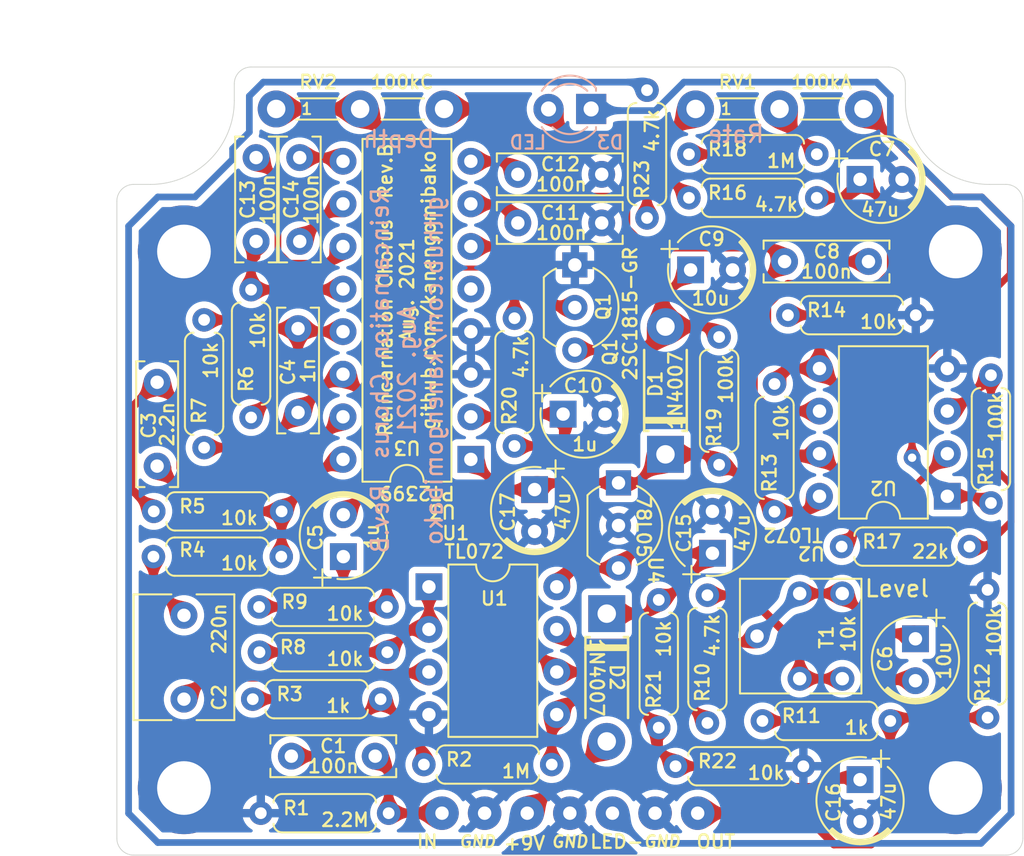
<source format=kicad_pcb>
(kicad_pcb (version 20241229) (generator "pcbnew") (generator_version "9.0")
  (layers (0 "F.Cu" signal) (2 "B.Cu" signal) (13 "F.Paste" user) (15 "B.Paste" user) (5 "F.SilkS" user) (7 "B.SilkS" user) (1 "F.Mask" user) (3 "B.Mask" user) (25 "Edge.Cuts" user))
  (net 0 "")
  (net 1 "Net-(C1-Pad1)")
  (net 2 "Net-(C1-Pad2)")
  (net 3 "Net-(C2-Pad1)")
  (net 4 "Net-(C2-Pad2)")
  (net 5 "Net-(C3-Pad1)")
  (net 6 "Net-(C3-Pad2)")
  (net 7 "Net-(C4-Pad1)")
  (net 8 "Net-(C4-Pad2)")
  (net 9 "Net-(C5-Pad1)")
  (net 10 "Net-(C6-Pad1)")
  (net 11 "Net-(C6-Pad2)")
  (net 12 "GND")
  (net 13 "Net-(C7-Pad1)")
  (net 14 "Net-(C8-Pad2)")
  (net 15 "Net-(C8-Pad1)")
  (net 16 "Net-(C9-Pad1)")
  (net 17 "Net-(C10-Pad1)")
  (net 18 "Net-(C11-Pad1)")
  (net 19 "Net-(C12-Pad1)")
  (net 20 "Net-(C13-Pad2)")
  (net 21 "Net-(C13-Pad1)")
  (net 22 "Net-(C14-Pad1)")
  (net 23 "Net-(C14-Pad2)")
  (net 24 "VCC")
  (net 25 "/BIAS")
  (net 26 "+5V")
  (net 27 "Net-(J3-Pad1)")
  (net 28 "Net-(Q1-Pad2)")
  (net 29 "Net-(R3-Pad1)")
  (net 30 "Net-(R10-Pad1)")
  (net 31 "Net-(R15-Pad2)")
  (net 32 "Net-(R15-Pad1)")
  (net 33 "Net-(R16-Pad1)")
  (net 34 "Net-(R18-Pad2)")
  (net 35 "Net-(U3-Pad5)")
  (net 36 "Net-(R20-Pad2)")
  (net 37 "Net-(R10-Pad2)")
  (net 38 "Net-(D3-Pad1)")
  (net 39 "Net-(D3-Pad2)")
  (net 40 "/+9V")
  (footprint "myFoot:my_C_Rect1_P5.00mm" (layer "F.Cu") (at -16.6 41.1)
    (property "Reference" "C1")
    (property "Value" "100n")
  )
  (footprint "myFoot:my_C_Rect2_P5.00mm" (layer "F.Cu") (at -23 32.7 -90)
    (property "Reference" "C2")
    (property "Value" "220n")
  )
  (footprint "myFoot:my_C_Rect1_P5.00mm" (layer "F.Cu") (at -24.6 18.8 -90)
    (property "Reference" "C3")
    (property "Value" "2.2n")
  )
  (footprint "myFoot:my_C_Rect1_P5.00mm" (layer "F.Cu") (at -16.2 20.6 90)
    (property "Reference" "C4")
    (property "Value" "1n")
  )
  (footprint "myFoot:my_C_D5.0mm_P2.50mm" (layer "F.Cu") (at -13.5 29.2 90)
    (property "Reference" "C5")
    (property "Value" "1u")
  )
  (footprint "myFoot:my_C_D5.0mm_P2.50mm" (layer "F.Cu") (at 20.6 34.1 -90)
    (property "Reference" "C6")
    (property "Value" "10u")
  )
  (footprint "myFoot:my_C_D5.0mm_P2.50mm" (layer "F.Cu") (at 17.3 6.7)
    (property "Reference" "C7")
    (property "Value" "47u")
  )
  (footprint "myFoot:my_C_Rect1_P5.00mm" (layer "F.Cu") (at 12.8 11.6)
    (property "Reference" "C8")
    (property "Value" "100n")
  )
  (footprint "myFoot:my_C_D5.0mm_P2.50mm" (layer "F.Cu") (at 7.2 12.1)
    (property "Reference" "C9")
    (property "Value" "10u")
  )
  (footprint "myFoot:my_C_D5.0mm_P2.50mm" (layer "F.Cu") (at -0.4 20.7)
    (property "Reference" "C10")
    (property "Value" "1u")
  )
  (footprint "myFoot:my_C_Rect1_P5.00mm" (layer "F.Cu") (at -3.1 9.3)
    (property "Reference" "C11")
    (property "Value" "100n")
  )
  (footprint "myFoot:my_C_Rect1_P5.00mm" (layer "F.Cu") (at -3.1 6.4)
    (property "Reference" "C12")
    (property "Value" "100n")
  )
  (footprint "myFoot:my_C_Rect1_P5.00mm" (layer "F.Cu") (at -18.7 10.4 90)
    (property "Reference" "C13")
    (property "Value" "100n")
  )
  (footprint "myFoot:my_C_Rect1_P5.00mm" (layer "F.Cu") (at -16.1 10.4 90)
    (property "Reference" "C14")
    (property "Value" "100n")
  )
  (footprint "myFoot:my_C_D5.0mm_P2.50mm" (layer "F.Cu") (at 8.5 29 90)
    (property "Reference" "C15")
    (property "Value" "47u")
  )
  (footprint "myFoot:my_C_D5.0mm_P2.50mm" (layer "F.Cu") (at 17.3 42.5 -90)
    (property "Reference" "C16")
    (property "Value" "47u")
  )
  (footprint "myFoot:my_C_D5.0mm_P2.50mm" (layer "F.Cu") (at -2.1 25.2 -90)
    (property "Reference" "C17")
    (property "Value" "47u")
  )
  (footprint "myFoot:my_D_P7.62mm" (layer "F.Cu") (at 5.7 23.1 90)
    (property "Reference" "D1")
    (property "Value" "1N4007")
  )
  (footprint "myFoot:my_D_P7.62mm" (layer "F.Cu") (at 2.2 32.6 -90)
    (property "Reference" "D2")
    (property "Value" "1N4007")
  )
  (footprint "myFoot:my_WirePad_0-8mmDrill" (layer "F.Cu") (at -2.54 44.5)
    (property "Reference" "J1" (hide yes))
    (property "Value" "+9V")
  )
  (footprint "myFoot:my_WirePad_0-8mmDrill" (layer "F.Cu") (at -7.62 44.5)
    (property "Reference" "J2" (hide yes))
    (property "Value" "IN")
  )
  (footprint "myFoot:my_WirePad_0-8mmDrill" (layer "F.Cu") (at 7.62 44.5)
    (property "Reference" "J3" (hide yes))
    (property "Value" "OUT")
  )
  (footprint "Package_TO_SOT_THT:TO-92_Inline_Wide" (layer "F.Cu") (at 0.3 11.8 -90)
    (property "Reference" "Q1")
    (property "Value" "2SC1815-GR")
  )
  (footprint "myFoot:my_R_P7.62mm_Horizontal" (layer "F.Cu") (at -10.8 44.5 180)
    (property "Reference" "R1")
    (property "Value" "2.2M")
  )
  (footprint "myFoot:my_R_P7.62mm_Horizontal" (layer "F.Cu") (at -8.7 41.6)
    (property "Reference" "R2")
    (property "Value" "1M")
  )
  (footprint "myFoot:my_R_P7.62mm_Horizontal" (layer "F.Cu") (at -18.9 37.7)
    (property "Reference" "R3")
    (property "Value" "1k")
  )
  (footprint "myFoot:my_R_P7.62mm_Horizontal" (layer "F.Cu") (at -17.2 29.2 180)
    (property "Reference" "R4")
    (property "Value" "10k")
  )
  (footprint "myFoot:my_R_P7.62mm_Horizontal" (layer "F.Cu") (at -24.8 26.5)
    (property "Reference" "R5")
    (property "Value" "10k")
  )
  (footprint "myFoot:my_R_P7.62mm_Horizontal" (layer "F.Cu") (at -19 20.9 90)
    (property "Reference" "R6")
    (property "Value" "10k")
  )
  (footprint "myFoot:my_R_P7.62mm_Horizontal" (layer "F.Cu") (at -21.8 22.7 90)
    (property "Reference" "R7")
    (property "Value" "10k")
  )
  (footprint "myFoot:my_R_P7.62mm_Horizontal" (layer "F.Cu") (at -18.5 34.9)
    (property "Reference" "R8")
    (property "Value" "10k")
  )
  (footprint "myFoot:my_R_P7.62mm_Horizontal" (layer "F.Cu") (at -10.9 32.2 180)
    (property "Reference" "R9")
    (property "Value" "10k")
  )
  (footprint "myFoot:my_R_P7.62mm_Horizontal" (layer "F.Cu") (at 19.1 39 180)
    (property "Reference" "R11")
    (property "Value" "1k")
  )
  (footprint "myFoot:my_R_P7.62mm_Horizontal" (layer "F.Cu") (at 24.9 38.8 90)
    (property "Reference" "R12")
    (property "Value" "100k")
  )
  (footprint "myFoot:my_R_P7.62mm_Horizontal" (layer "F.Cu") (at 12.2 18.9 -90)
    (property "Reference" "R13")
    (property "Value" "10k")
  )
  (footprint "myFoot:my_R_P7.62mm_Horizontal" (layer "F.Cu") (at 13 14.8)
    (property "Reference" "R14")
    (property "Value" "10k")
  )
  (footprint "myFoot:my_R_P7.62mm_Horizontal" (layer "F.Cu") (at 25.1 26 90)
    (property "Reference" "R15")
    (property "Value" "100k")
  )
  (footprint "myFoot:my_R_P7.62mm_Horizontal" (layer "F.Cu") (at 7.1 7.8)
    (property "Reference" "R16")
    (property "Value" "4.7k")
  )
  (footprint "myFoot:my_R_P7.62mm_Horizontal" (layer "F.Cu") (at 16.2 28.6)
    (property "Reference" "R17")
    (property "Value" "22k")
  )
  (footprint "myFoot:my_R_P7.62mm_Horizontal" (layer "F.Cu") (at 7.1 5.2)
    (property "Reference" "R18")
    (property "Value" "1M")
  )
  (footprint "myFoot:my_R_P7.62mm_Horizontal" (layer "F.Cu") (at 8.9 16.1 -90)
    (property "Reference" "R19")
    (property "Value" "100k")
  )
  (footprint "myFoot:my_R_P7.62mm_Horizontal" (layer "F.Cu") (at -3.3 22.6 90)
    (property "Reference" "R20")
    (property "Value" "4.7k")
  )
  (footprint "myFoot:my_R_P7.62mm_Horizontal" (layer "F.Cu") (at 5.3 39.4 90)
    (property "Reference" "R21")
    (property "Value" "10k")
  )
  (footprint "myFoot:my_R_P7.62mm_Horizontal" (layer "F.Cu") (at 6.3 41.7)
    (property "Reference" "R22")
    (property "Value" "10k")
  )
  (footprint "Package_DIP:DIP-8_W7.62mm" (layer "F.Cu") (at -8.4 31)
    (property "Reference" "U1")
    (property "Value" "TL072")
  )
  (footprint "Package_DIP:DIP-8_W7.62mm" (layer "F.Cu") (at 22.5 25.6 180)
    (property "Reference" "U2")
    (property "Value" "TL072")
  )
  (footprint "Package_DIP:DIP-16_W7.62mm" (layer "F.Cu") (at -5.9 23.4 180)
    (property "Reference" "U3")
    (property "Value" "PT2399")
  )
  (footprint "Package_TO_SOT_THT:TO-92_Inline_Wide" (layer "F.Cu") (at 2.9 24.8 -90)
    (property "Reference" "U4")
    (property "Value" "78L05")
  )
  (footprint "myFoot:my_R_P7.62mm_Horizontal" (layer "F.Cu") (at 8.2 31.5 -90)
    (property "Reference" "R10")
    (property "Value" "4.7k")
  )
  (footprint "myFoot:my_trim" (layer "F.Cu") (at 13.7 31.4 180)
    (property "Reference" "T1" (hide yes))
    (property "Value" "10k")
  )
  (footprint "myFoot:my_WirePad_0-8mmDrill" (layer "F.Cu") (at -5.08 44.5)
    (property "Reference" "J4" (hide yes))
    (property "Value" "GND")
  )
  (footprint "myFoot:my_WirePad_0-8mmDrill" (layer "F.Cu") (at 2.54 44.5)
    (property "Reference" "J5" (hide yes))
    (property "Value" "LED-")
  )
  (footprint "myFoot:my_WirePad_0-8mmDrill" (layer "F.Cu") (at 0 44.5)
    (property "Reference" "J6" (hide yes))
    (property "Value" "GND")
  )
  (footprint "myFoot:my_WirePad_0-8mmDrill" (layer "F.Cu") (at 5.08 44.5)
    (property "Reference" "J7" (hide yes))
    (property "Value" "GND")
  )
  (footprint "myFoot:my_R_P7.62mm_Horizontal" (layer "F.Cu") (at 4.6 9 90)
    (property "Reference" "R23")
    (property "Value" "4.7k")
  )
  (footprint "MountingHole:MountingHole_3.2mm_M3_ISO14580_Pad" (layer "F.Cu") (at -23 11)
    (property "Reference" "r" (hide yes))
    (property "Value" "m" (hide yes))
  )
  (footprint "MountingHole:MountingHole_3.2mm_M3_ISO14580_Pad" (layer "F.Cu") (at 23 11)
    (property "Reference" "r" (hide yes))
    (property "Value" "m" (hide yes))
  )
  (footprint "MountingHole:MountingHole_3.2mm_M3_ISO14580_Pad" (layer "F.Cu") (at 23 43)
    (property "Reference" "r" (hide yes))
    (property "Value" "m" (hide yes))
  )
  (footprint "MountingHole:MountingHole_3.2mm_M3_ISO14580_Pad" (layer "F.Cu") (at -23 43)
    (property "Reference" "r" (hide yes))
    (property "Value" "m" (hide yes))
  )
  (footprint "myFoot:my_pot_5mm" (layer "F.Cu") (at 12.5 2.5)
    (property "Reference" "RV1")
    (property "Value" "100kA")
  )
  (footprint "myFoot:my_pot_5mm" (layer "F.Cu") (at -12.5 2.5)
    (property "Reference" "RV2")
    (property "Value" "100kC")
  )
  (footprint "myFoot:my_LED_3mm" (layer "B.Cu") (at 0 2.5 180)
    (property "Reference" "D3")
    (property "Value" "LED")
  )
  (gr_line (start 26 47) (end -26 47) (stroke (width 0.05)) (layer "Edge.Cuts"))
  (gr_line (start -27 46) (end -27 8) (stroke (width 0.05)) (layer "Edge.Cuts"))
  (gr_line (start -26 7) (end -25 7) (stroke (width 0.05)) (layer "Edge.Cuts"))
  (gr_line (start -20 2) (end -20 1) (stroke (width 0.05)) (layer "Edge.Cuts"))
  (gr_line (start -19 0) (end 19 0) (stroke (width 0.05)) (layer "Edge.Cuts"))
  (gr_line (start 20 1) (end 20 2) (stroke (width 0.05)) (layer "Edge.Cuts"))
  (gr_line (start 25 7) (end 26 7) (stroke (width 0.05)) (layer "Edge.Cuts"))
  (gr_line (start 27 8) (end 27 46) (stroke (width 0.05)) (layer "Edge.Cuts"))
  (gr_arc (start -20 2) (mid -21.464466 5.535534) (end -25 7) (stroke (width 0.05)) (layer "Edge.Cuts"))
  (gr_arc (start 27 46) (mid 26.707107 46.707107) (end 26 47) (stroke (width 0.05)) (layer "Edge.Cuts"))
  (gr_arc (start 25 7) (mid 21.464466 5.535534) (end 20 2) (stroke (width 0.05)) (layer "Edge.Cuts"))
  (gr_arc (start -26 47) (mid -26.707107 46.707107) (end -27 46) (stroke (width 0.05)) (layer "Edge.Cuts"))
  (gr_arc (start -20 1) (mid -19.707107 0.292893) (end -19 0) (stroke (width 0.05)) (layer "Edge.Cuts"))
  (gr_arc (start 26 7) (mid 26.707107 7.292893) (end 27 8) (stroke (width 0.05)) (layer "Edge.Cuts"))
  (gr_arc (start -27 8) (mid -26.707107 7.292893) (end -26 7) (stroke (width 0.05)) (layer "Edge.Cuts"))
  (gr_arc (start 19 0) (mid 19.707107 0.292893) (end 20 1) (stroke (width 0.05)) (layer "Edge.Cuts"))
  (gr_text "Reincarnation Chorus  Rev.B\nAug. 2021\ngithub.com/kanengomibako" (at -9.7 13.3 90) (layer "F.SilkS") (effects (font (size 0.8 0.8) (thickness 0.14))))
  (gr_text "Level" (at 19.5 31.1 0) (layer "F.SilkS") (effects (font (size 1 1))))
  (gr_text "Reincarnation Chorus  Rev.B\nAug. 2021\ngithub.com/kanengomibako" (at -9.7 18.1 90) (layer "B.SilkS") (effects (font (size 1 1)) (justify mirror)))
  (gr_text "Depth" (at -10.2 4.3 0) (layer "B.SilkS") (effects (font (size 1 1)) (justify mirror)))
  (gr_text "Rate" (at 9.9 4 0) (layer "B.SilkS") (effects (font (size 1 1)) (justify mirror)))
  (segment (start -14.68 41.1) (end -11.28 37.7) (width 0.5) (layer "F.Cu") (net 1))
  (segment (start -8.7 41.6) (end -8.7 40.8) (width 0.5) (layer "F.Cu") (net 1))
  (segment (start -11.28 38.08) (end -11.28 37.7) (width 0.5) (layer "F.Cu") (net 1))
  (segment (start -10 38.98) (end -11.28 37.7) (width 0.5) (layer "F.Cu") (net 1))
  (segment (start -10 39.5) (end -10 38.98) (width 0.5) (layer "F.Cu") (net 1))
  (segment (start -8.7 40.8) (end -10 39.5) (width 0.5) (layer "F.Cu") (net 1))
  (segment (start -16.6 41.1) (end -14.68 41.1) (width 0.5) (layer "F.Cu") (net 1))
  (segment (start -10.8 41.9) (end -11.6 41.1) (width 0.5) (layer "F.Cu") (net 2))
  (segment (start -10.8 44.5) (end -10.8 41.9) (width 0.5) (layer "F.Cu") (net 2))
  (segment (start -10.8 44.5) (end -7.62 44.5) (width 0.5) (layer "F.Cu") (net 2))
  (segment (start -24.82 29.2) (end -24.82 30.88) (width 0.5) (layer "F.Cu") (net 3))
  (segment (start -24.82 30.88) (end -23 32.7) (width 0.5) (layer "F.Cu") (net 3))
  (segment (start -21.7 36.4) (end -23 37.7) (width 0.5) (layer "F.Cu") (net 4))
  (segment (start -13.5 34.9) (end -15 36.4) (width 0.5) (layer "F.Cu") (net 4))
  (segment (start -8.4 33.54) (end -8.4 31) (width 0.5) (layer "F.Cu") (net 4))
  (segment (start -8.4 33.54) (end -9.52 33.54) (width 0.5) (layer "F.Cu") (net 4))
  (segment (start -9.52 33.54) (end -10.88 34.9) (width 0.5) (layer "F.Cu") (net 4))
  (segment (start -15 36.4) (end -21.7 36.4) (width 0.5) (layer "F.Cu") (net 4))
  (segment (start -10.88 34.9) (end -13.5 34.9) (width 0.5) (layer "F.Cu") (net 4))
  (segment (start -24.6 18.8) (end -23.2 20.2) (width 0.5) (layer "F.Cu") (net 5))
  (segment (start -24.8 26.5) (end -26.1 25.2) (width 0.5) (layer "F.Cu") (net 5))
  (segment (start -26.1 20.3) (end -24.6 18.8) (width 0.5) (layer "F.Cu") (net 5))
  (segment (start -22.8 24.3) (end -16.96 24.3) (width 0.5) (layer "F.Cu") (net 5))
  (segment (start -26.1 25.2) (end -26.1 20.3) (width 0.5) (layer "F.Cu") (net 5))
  (segment (start -23.2 20.2) (end -23.2 23.9) (width 0.5) (layer "F.Cu") (net 5))
  (segment (start -16.96 24.3) (end -13.52 20.86) (width 0.5) (layer "F.Cu") (net 5))
  (segment (start -23.2 23.9) (end -22.8 24.3) (width 0.5) (layer "F.Cu") (net 5))
  (segment (start -14.08 23.4) (end -17.18 26.5) (width 0.5) (layer "F.Cu") (net 6))
  (segment (start -21.9 26.5) (end -17.18 26.5) (width 0.5) (layer "F.Cu") (net 6))
  (segment (start -17.18 29.18) (end -17.2 29.2) (width 0.5) (layer "F.Cu") (net 6))
  (segment (start -17.18 26.5) (end -17.18 29.18) (width 0.5) (layer "F.Cu") (net 6))
  (segment (start -24.6 23.8) (end -21.9 26.5) (width 0.5) (layer "F.Cu") (net 6))
  (segment (start -13.52 23.4) (end -14.08 23.4) (width 0.5) (layer "F.Cu") (net 6))
  (segment (start -13.92 18.32) (end -16.2 20.6) (width 0.5) (layer "F.Cu") (net 7))
  (segment (start -12.169999 25.369999) (end -13.5 26.7) (width 0.5) (layer "F.Cu") (net 7))
  (segment (start -18.3 22.7) (end -16.2 20.6) (width 0.5) (layer "F.Cu") (net 7))
  (segment (start -12.169999 19.670001) (end -12.169999 25.369999) (width 0.5) (layer "F.Cu") (net 7))
  (segment (start -13.52 18.32) (end -12.169999 19.670001) (width 0.5) (layer "F.Cu") (net 7))
  (segment (start -21.8 22.7) (end -18.3 22.7) (width 0.5) (layer "F.Cu") (net 7))
  (segment (start -13.52 18.32) (end -13.92 18.32) (width 0.5) (layer "F.Cu") (net 7))
  (segment (start -16.2 15.6) (end -15.5 15.6) (width 0.5) (layer "F.Cu") (net 8))
  (segment (start -16.2 18.1) (end -19 20.9) (width 0.5) (layer "F.Cu") (net 8))
  (segment (start -16.2 15.6) (end -16.2 18.1) (width 0.5) (layer "F.Cu") (net 8))
  (segment (start -21.8 15.08) (end -19.22 15.08) (width 0.5) (layer "F.Cu") (net 8))
  (segment (start -18.7 15.6) (end -16.2 15.6) (width 0.5) (layer "F.Cu") (net 8))
  (segment (start -15.5 15.6) (end -15.32 15.78) (width 0.5) (layer "F.Cu") (net 8))
  (segment (start -19.22 15.08) (end -18.7 15.6) (width 0.5) (layer "F.Cu") (net 8))
  (segment (start -15.32 15.78) (end -13.52 15.78) (width 0.5) (layer "F.Cu") (net 8))
  (segment (start -18.52 32.2) (end -14.9 32.2) (width 0.5) (layer "F.Cu") (net 9))
  (segment (start -14.9 32.2) (end -13.5 30.8) (width 0.5) (layer "F.Cu") (net 9))
  (segment (start -13.5 30.8) (end -13.5 29.2) (width 0.5) (layer "F.Cu") (net 9))
  (segment (start 20.26 33.76) (end 20.6 34.1) (width 0.5) (layer "F.Cu") (net 10))
  (segment (start -0.78 33.54) (end 0.019999 34.339999) (width 0.5) (layer "F.Cu") (net 10))
  (segment (start 0.019999 34.339999) (end 10.760001 34.339999) (width 0.5) (layer "F.Cu") (net 10))
  (segment (start 16.24 31.4) (end 13.7 31.4) (width 0.5) (layer "F.Cu") (net 10))
  (segment (start 10.760001 34.339999) (end 11.16 33.94) (width 0.5) (layer "F.Cu") (net 10))
  (segment (start 18.6 33.76) (end 20.26 33.76) (width 0.5) (layer "F.Cu") (net 10))
  (segment (start 16.24 31.4) (end 18.6 33.76) (width 0.5) (layer "F.Cu") (net 10))
  (segment (start 11.16 33.94) (end 13.7 31.4) (width 0.5) (layer "B.Cu") (net 10))
  (segment (start 20.6 36.6) (end 19.3 36.6) (width 0.5) (layer "F.Cu") (net 11))
  (segment (start 19.3 36.6) (end 16.9 39) (width 0.5) (layer "F.Cu") (net 11))
  (segment (start 16.9 39) (end 11.48 39) (width 0.5) (layer "F.Cu") (net 11))
  (segment (start 14.88 14.82) (end 14.9 14.8) (width 0.5) (layer "F.Cu") (net 13))
  (segment (start 16.598002 14.8) (end 14.9 14.8) (width 0.5) (layer "F.Cu") (net 13))
  (segment (start 19.150001 12.248001) (end 16.598002 14.8) (width 0.5) (layer "F.Cu") (net 13))
  (segment (start 14.9 14.8) (end 13 14.8) (width 0.5) (layer "F.Cu") (net 13))
  (segment (start 22.5 23.06) (end 20.46 25.1) (width 0.4) (layer "F.Cu") (net 13))
  (segment (start 14.88 17.98) (end 14.88 14.82) (width 0.5) (layer "F.Cu") (net 13))
  (segment (start 19.150001 8.550001) (end 19.150001 12.248001) (width 0.5) (layer "F.Cu") (net 13))
  (segment (start 14.72 7.8) (end 16.2 7.8) (width 0.5) (layer "F.Cu") (net 13))
  (segment (start 14.88 17.98) (end 17 20.1) (width 0.5) (layer "F.Cu") (net 13))
  (segment (start 17 23.3) (end 17 20.1) (width 0.4) (layer "F.Cu") (net 13))
  (segment (start 20.46 25.1) (end 18.8 25.1) (width 0.4) (layer "F.Cu") (net 13))
  (segment (start 18.8 25.1) (end 17 23.3) (width 0.4) (layer "F.Cu") (net 13))
  (segment (start 16.2 7.8) (end 17.3 6.7) (width 0.5) (layer "F.Cu") (net 13))
  (segment (start 14.88 17.98) (end 13.12 17.98) (width 0.5) (layer "F.Cu") (net 13))
  (segment (start 17.3 6.7) (end 19.150001 8.550001) (width 0.5) (layer "F.Cu") (net 13))
  (segment (start 13.12 17.98) (end 12.2 18.9) (width 0.5) (layer "F.Cu") (net 13))
  (segment (start 11.749999 14.199999) (end 12.999997 12.950001) (width 0.5) (layer "F.Cu") (net 14))
  (segment (start 9.5 5.2) (end 15.9 11.6) (width 0.5) (layer "F.Cu") (net 14))
  (segment (start 12.999997 12.950001) (end 14.549999 12.950001) (width 0.5) (layer "F.Cu") (net 14))
  (segment (start 10.949999 18.299999) (end 11.749999 17.499999) (width 0.5) (layer "F.Cu") (net 14))
  (segment (start 11.749999 17.499999) (end 11.749999 14.199999) (width 0.5) (layer "F.Cu") (net 14))
  (segment (start 7.1 5.2) (end 9.5 5.2) (width 0.5) (layer "F.Cu") (net 14))
  (segment (start 14.549999 12.950001) (end 15.9 11.6) (width 0.5) (layer "F.Cu") (net 14))
  (segment (start 14.88 20.52) (end 11.969998 20.52) (width 0.5) (layer "F.Cu") (net 14))
  (segment (start 11.969998 20.52) (end 10.949999 19.500001) (width 0.5) (layer "F.Cu") (net 14))
  (segment (start 15.9 11.6) (end 17.8 11.6) (width 0.5) (layer "F.Cu") (net 14))
  (segment (start 10.949999 19.500001) (end 10.949999 18.299999) (width 0.5) (layer "F.Cu") (net 14))
  (segment (start 4.499997 10.749999) (end 11.949999 10.749999) (width 0.5) (layer "F.Cu") (net 15))
  (segment (start 10.149989 19.831375) (end 13.378614 23.06) (width 0.5) (layer "F.Cu") (net 15))
  (segment (start 10.949989 13.450011) (end 10.949989 17.168625) (width 0.5) (layer "F.Cu") (net 15))
  (segment (start 1.251999 7.750001) (end 2.700001 7.750001) (width 0.5) (layer "F.Cu") (net 15))
  (segment (start -7.4962 2.5) (end -3.998002 2.5) (width 0.5) (layer "F.Cu") (net 15))
  (segment (start 16.899999 27.900001) (end 16.899999 25.079999) (width 0.5) (layer "F.Cu") (net 15))
  (segment (start 10.149989 17.968625) (end 10.149989 19.831375) (width 0.5) (layer "F.Cu") (net 15))
  (segment (start 16.2 28.6) (end 16.899999 27.900001) (width 0.5) (layer "F.Cu") (net 15))
  (segment (start 3.349999 9.600001) (end 4.499997 10.749999) (width 0.5) (layer "F.Cu") (net 15))
  (segment (start 13.378614 23.06) (end 14.88 23.06) (width 0.5) (layer "F.Cu") (net 15))
  (segment (start 2.700001 7.750001) (end 3.349999 8.399999) (width 0.5) (layer "F.Cu") (net 15))
  (segment (start -3.998002 2.5) (end 1.251999 7.750001) (width 0.5) (layer "F.Cu") (net 15))
  (segment (start 11.949999 10.749999) (end 12.8 11.6) (width 0.5) (layer "F.Cu") (net 15))
  (segment (start 16.899999 25.079999) (end 14.88 23.06) (width 0.5) (layer "F.Cu") (net 15))
  (segment (start 10.949989 17.168625) (end 10.149989 17.968625) (width 0.5) (layer "F.Cu") (net 15))
  (segment (start 3.349999 8.399999) (end 3.349999 9.600001) (width 0.5) (layer "F.Cu") (net 15))
  (segment (start 12.8 11.6) (end 10.949989 13.450011) (width 0.5) (layer "F.Cu") (net 15))
  (segment (start 0.3 16.88) (end 4.3 16.88) (width 0.5) (layer "F.Cu") (net 16))
  (segment (start 8.28 15.48) (end 8.9 16.1) (width 0.5) (layer "F.Cu") (net 16))
  (segment (start 4.3 16.88) (end 5.7 15.48) (width 0.5) (layer "F.Cu") (net 16))
  (segment (start 7.2 12.1) (end 5.7 13.6) (width 0.5) (layer "F.Cu") (net 16))
  (segment (start 5.7 15.48) (end 8.28 15.48) (width 0.5) (layer "F.Cu") (net 16))
  (segment (start 5.7 13.6) (end 5.7 15.48) (width 0.5) (layer "F.Cu") (net 16))
  (segment (start -2.66 20.86) (end -2.5 20.7) (width 0.5) (layer "F.Cu") (net 17))
  (segment (start -0.4 22.1) (end -0.4 20.7) (width 0.5) (layer "F.Cu") (net 17))
  (segment (start -0.9 22.6) (end -0.4 22.1) (width 0.5) (layer "F.Cu") (net 17))
  (segment (start -5.9 20.86) (end -2.66 20.86) (width 0.5) (layer "F.Cu") (net 17))
  (segment (start -2.5 20.7) (end -0.4 20.7) (width 0.5) (layer "F.Cu") (net 17))
  (segment (start -3.3 22.6) (end -0.9 22.6) (width 0.5) (layer "F.Cu") (net 17))
  (segment (start -5.86 8.2) (end -5.9 8.16) (width 0.5) (layer "F.Cu") (net 18))
  (segment (start -3.1 9.3) (end -4.2 8.2) (width 0.5) (layer "F.Cu") (net 18))
  (segment (start -4.2 8.2) (end -5.86 8.2) (width 0.5) (layer "F.Cu") (net 18))
  (segment (start -5.9 5.62) (end -3.88 5.62) (width 0.5) (layer "F.Cu") (net 19))
  (segment (start -3.88 5.62) (end -3.1 6.4) (width 0.5) (layer "F.Cu") (net 19))
  (segment (start -14.520001 11.700001) (end -13.52 10.7) (width 0.4) (layer "F.Cu") (net 20))
  (segment (start -18.7 5.4) (end -17.4 6.7) (width 0.4) (layer "F.Cu") (net 20))
  (segment (start -17.4 6.7) (end -17.4 11.024002) (width 0.4) (layer "F.Cu") (net 20))
  (segment (start -16.724001 11.700001) (end -14.520001 11.700001) (width 0.4) (layer "F.Cu") (net 20))
  (segment (start -17.4 11.024002) (end -16.724001 11.700001) (width 0.4) (layer "F.Cu") (net 20))
  (segment (start -18.7 10.4) (end -18.7 11.3) (width 0.5) (layer "F.Cu") (net 21))
  (segment (start -19 11.6) (end -19 13.28) (width 0.5) (layer "F.Cu") (net 21))
  (segment (start -19 13.28) (end -13.56 13.28) (width 0.5) (layer "F.Cu") (net 21))
  (segment (start -18.7 11.3) (end -19 11.6) (width 0.5) (layer "F.Cu") (net 21))
  (segment (start -13.56 13.28) (end -13.52 13.24) (width 0.5) (layer "F.Cu") (net 21))
  (segment (start -13.86 8.16) (end -16.1 10.4) (width 0.5) (layer "F.Cu") (net 22))
  (segment (start -13.52 8.16) (end -13.86 8.16) (width 0.5) (layer "F.Cu") (net 22))
  (segment (start -16.1 5.4) (end -13.74 5.4) (width 0.5) (layer "F.Cu") (net 23))
  (segment (start -13.74 5.4) (end -13.52 5.62) (width 0.5) (layer "F.Cu") (net 23))
  (segment (start 5.3 31.78) (end 5.72 31.78) (width 0.5) (layer "F.Cu") (net 24))
  (segment (start 8.5 29) (end 3.78 29) (width 0.5) (layer "F.Cu") (net 24))
  (segment (start 2.2 32.6) (end 4.48 32.6) (width 0.5) (layer "F.Cu") (net 24))
  (segment (start 3.78 29) (end 2.9 29.88) (width 0.5) (layer "F.Cu") (net 24))
  (segment (start 5.72 31.78) (end 8.5 29) (width 0.5) (layer "F.Cu") (net 24))
  (segment (start 4.48 32.6) (end 5.3 31.78) (width 0.5) (layer "F.Cu") (net 24))
  (segment (start 0.34 29.88) (end -0.78 31) (width 0.5) (layer "F.Cu") (net 24))
  (segment (start 2.9 29.88) (end 0.34 29.88) (width 0.5) (layer "F.Cu") (net 24))
  (segment (start 0.019999 37.820001) (end 3.720001 37.820001) (width 0.5) (layer "F.Cu") (net 25))
  (segment (start 9.650509 42.950509) (end 8.4 41.7) (width 0.5) (layer "F.Cu") (net 25))
  (segment (start 5.3 39.4) (end 5.3 40.7) (width 0.5) (layer "F.Cu") (net 25))
  (segment (start -1.08 41.6) (end -1.08 38.92) (width 0.5) (layer "F.Cu") (net 25))
  (segment (start 8.4 41.7) (end 6.3 41.7) (width 0.5) (layer "F.Cu") (net 25))
  (segment (start -1.08 38.92) (end -0.78 38.62) (width 0.5) (layer "F.Cu") (net 25))
  (segment (start 9.650509 42.950509) (end 15.449491 42.950509) (width 0.5) (layer "F.Cu") (net 25))
  (segment (start 15.9 42.5) (end 17.3 42.5) (width 0.5) (layer "F.Cu") (net 25))
  (segment (start 5.3 40.7) (end 6.3 41.7) (width 0.5) (layer "F.Cu") (net 25))
  (segment (start 3.720001 37.820001) (end 5.3 39.4) (width 0.5) (layer "F.Cu") (net 25))
  (segment (start -0.78 38.62) (end 0.019999 37.820001) (width 0.5) (layer "F.Cu") (net 25))
  (segment (start 15.449491 42.950509) (end 15.9 42.5) (width 0.5) (layer "F.Cu") (net 25))
  (segment (start -4.1 25.2) (end -5.9 23.4) (width 0.5) (layer "F.Cu") (net 26))
  (segment (start -1.7 24.8) (end -2.1 25.2) (width 0.5) (layer "F.Cu") (net 26))
  (segment (start 8.9 23.72) (end 9.4 23.72) (width 0.5) (layer "F.Cu") (net 26))
  (segment (start -2.1 25.2) (end -4.1 25.2) (width 0.5) (layer "F.Cu") (net 26))
  (segment (start 12.2 26.52) (end 13.96 26.52) (width 0.5) (layer "F.Cu") (net 26))
  (segment (start 4 24.8) (end 5.7 23.1) (width 0.5) (layer "F.Cu") (net 26))
  (segment (start 2.9 24.8) (end -1.7 24.8) (width 0.5) (layer "F.Cu") (net 26))
  (segment (start 9.4 23.72) (end 12.2 26.52) (width 0.5) (layer "F.Cu") (net 26))
  (segment (start 5.7 23.1) (end 8.28 23.1) (width 0.5) (layer "F.Cu") (net 26))
  (segment (start 2.9 24.8) (end 4 24.8) (width 0.5) (layer "F.Cu") (net 26))
  (segment (start 13.96 26.52) (end 14.88 25.6) (width 0.5) (layer "F.Cu") (net 26))
  (segment (start 8.28 23.1) (end 8.9 23.72) (width 0.5) (layer "F.Cu") (net 26))
  (segment (start 13.9 44.5) (end 7.62 44.5) (width 0.5) (layer "F.Cu") (net 27))
  (segment (start 19.3 38.8) (end 19.1 39) (width 0.5) (layer "F.Cu") (net 27))
  (segment (start 24.9 38.8) (end 19.3 38.8) (width 0.5) (layer "F.Cu") (net 27))
  (segment (start 19.1 39) (end 19.1 45.198002) (width 0.5) (layer "F.Cu") (net 27))
  (segment (start 15.750001 46.350001) (end 13.9 44.5) (width 0.5) (layer "F.Cu") (net 27))
  (segment (start 19.1 45.198002) (end 17.948001 46.350001) (width 0.5) (layer "F.Cu") (net 27))
  (segment (start 17.948001 46.350001) (end 15.750001 46.350001) (width 0.5) (layer "F.Cu") (net 27))
  (segment (start -0.66 14.34) (end 0.3 14.34) (width 0.5) (layer "F.Cu") (net 28))
  (segment (start -4.3 10.7) (end -0.66 14.34) (width 0.5) (layer "F.Cu") (net 28))
  (segment (start -5.9 10.7) (end -4.3 10.7) (width 0.5) (layer "F.Cu") (net 28))
  (segment (start -8.470001 36.150001) (end -8.4 36.08) (width 0.5) (layer "F.Cu") (net 29))
  (segment (start -12.950001 36.150001) (end -8.470001 36.150001) (width 0.5) (layer "F.Cu") (net 29))
  (segment (start -14.5 37.7) (end -12.950001 36.150001) (width 0.5) (layer "F.Cu") (net 29))
  (segment (start -18.9 37.7) (end -14.5 37.7) (width 0.5) (layer "F.Cu") (net 29))
  (segment (start 13.7 36.48) (end 16.24 36.48) (width 0.5) (layer "F.Cu") (net 30))
  (segment (start 8.2 31.5) (end 10.599602 31.5) (width 0.5) (layer "F.Cu") (net 30))
  (segment (start 13.7 34.600398) (end 13.7 36.48) (width 0.5) (layer "F.Cu") (net 30))
  (segment (start 10.599602 31.5) (end 13.7 34.600398) (width 0.5) (layer "F.Cu") (net 30))
  (segment (start 26.300001 27.109948) (end 24.809949 28.6) (width 0.4) (layer "F.Cu") (net 31))
  (segment (start 26.300001 24.900001) (end 26.300001 27.109948) (width 0.4) (layer "F.Cu") (net 31))
  (segment (start 22.96 20.52) (end 25.1 18.38) (width 0.5) (layer "F.Cu") (net 31))
  (segment (start 22.5 20.52) (end 22.96 20.52) (width 0.5) (layer "F.Cu") (net 31))
  (segment (start 25.1 23.7) (end 26.300001 24.900001) (width 0.4) (layer "F.Cu") (net 31))
  (segment (start 25.1 18.38) (end 25.1 23.7) (width 0.4) (layer "F.Cu") (net 31))
  (segment (start 24.809949 28.6) (end 23.82 28.6) (width 0.4) (layer "F.Cu") (net 31))
  (segment (start 17.5038 2.5) (end 22.753799 7.749999) (width 0.4) (layer "F.Cu") (net 32))
  (segment (start 25.1 26) (end 24.5 26) (width 0.5) (layer "F.Cu") (net 32))
  (segment (start 22.753799 7.749999) (end 24.560001 7.749999) (width 0.4) (layer "F.Cu") (net 32))
  (segment (start 24.1 25.6) (end 22.5 25.6) (width 0.5) (layer "F.Cu") (net 32))
  (segment (start 26.250001 9.439999) (end 26.250001 12.349999) (width 0.4) (layer "F.Cu") (net 32))
  (segment (start 24.560001 7.749999) (end 26.250001 9.439999) (width 0.4) (layer "F.Cu") (net 32))
  (segment (start 26.250001 12.349999) (end 20.4 18.2) (width 0.4) (layer "F.Cu") (net 32))
  (segment (start 24.5 26) (end 24.1 25.6) (width 0.5) (layer "F.Cu") (net 32))
  (segment (start 20.4 18.2) (end 20.4 23.3) (width 0.4) (layer "F.Cu") (net 32))
  (via (at 20.4 23.3) (size 1) (drill 0.5) (layers "F.Cu" "B.Cu") (net 32))
  (segment (start 22.5 25.6) (end 20.4 23.5) (width 0.5) (layer "B.Cu") (net 32))
  (segment (start 20.4 23.5) (end 20.4 23.3) (width 0.5) (layer "B.Cu") (net 32))
  (segment (start 5.4 6.1) (end 5.4 4.5962) (width 0.5) (layer "F.Cu") (net 33))
  (segment (start 7.1 7.8) (end 5.4 6.1) (width 0.5) (layer "F.Cu") (net 33))
  (segment (start 5.4 4.5962) (end 7.4962 2.5) (width 0.5) (layer "F.Cu") (net 33))
  (segment (start 12.5 2.98) (end 14.72 5.2) (width 0.5) (layer "F.Cu") (net 34))
  (segment (start 12.5 2.5) (end 12.5 2.98) (width 0.5) (layer "F.Cu") (net 34))
  (segment (start -5.289998 12) (end -5.299999 11.989999) (width 0.3) (layer "F.Cu") (net 36))
  (segment (start -12.5 2.5) (end -7.9 7.1) (width 0.5) (layer "F.Cu") (net 36))
  (segment (start -3.3 14.98) (end -3.3 13.3) (width 0.5) (layer "F.Cu") (net 36))
  (segment (start -3.3 13.3) (end -4.6 12) (width 0.5) (layer "F.Cu") (net 36))
  (segment (start -17.5038 2.5) (end -12.5 2.5) (width 0.5) (layer "F.Cu") (net 36))
  (segment (start -5.299999 11.989999) (end -7.210001 11.989999) (width 0.3) (layer "F.Cu") (net 36))
  (segment (start -7.9 7.1) (end -7.9 11.3) (width 0.5) (layer "F.Cu") (net 36))
  (segment (start -7.210001 11.989999) (end -7.3 11.9) (width 0.3) (layer "F.Cu") (net 36))
  (segment (start -7.9 11.3) (end -7.3 11.9) (width 0.5) (layer "F.Cu") (net 36))
  (segment (start -4.6 12) (end -5.289998 12) (width 0.3) (layer "F.Cu") (net 36))
  (segment (start -10.9 32.2) (end -12.6 32.2) (width 0.5) (layer "F.Cu") (net 37))
  (segment (start -10.9 32.2) (end -10.9 30.3) (width 0.5) (layer "F.Cu") (net 37))
  (segment (start -12.6 32.2) (end -15.2 34.8) (width 0.5) (layer "F.Cu") (net 37))
  (segment (start -10.9 30.3) (end -10 29.4) (width 0.5) (layer "F.Cu") (net 37))
  (segment (start 5.16 36.08) (end 8.2 39.12) (width 0.5) (layer "F.Cu") (net 37))
  (segment (start -3.2 33.609998) (end -3.2 33.66) (width 0.5) (layer "F.Cu") (net 37))
  (segment (start -3.2 33.66) (end -0.78 36.08) (width 0.5) (layer "F.Cu") (net 37))
  (segment (start -7.409998 29.4) (end -3.2 33.609998) (width 0.5) (layer "F.Cu") (net 37))
  (segment (start -15.2 34.8) (end -15.2 34.9) (width 0.5) (layer "F.Cu") (net 37))
  (segment (start -18.5 34.9) (end -15.2 34.9) (width 0.5) (layer "F.Cu") (net 37))
  (segment (start -10 29.4) (end -7.409998 29.4) (width 0.5) (layer "F.Cu") (net 37))
  (segment (start -0.78 36.08) (end 5.16 36.08) (width 0.5) (layer "F.Cu") (net 37))
  (segment (start 5.1 2.6) (end 6.800001 0.899999) (width 0.4) (layer "B.Cu") (net 38))
  (segment (start 18.271801 0.899999) (end 19.103801 1.731999) (width 0.4) (layer "B.Cu") (net 38))
  (segment (start 26.300001 44.510001) (end 24.510001 46.300001) (width 0.4) (layer "B.Cu") (net 38))
  (segment (start 19.103801 1.731999) (end 19.103801 4.079799) (width 0.4) (layer "B.Cu") (net 38))
  (segment (start 24.510001 46.300001) (end 4.340001 46.300001) (width 0.4) (layer "B.Cu") (net 38))
  (segment (start 22.774001 7.749999) (end 24.560001 7.749999) (width 0.4) (layer "B.Cu") (net 38))
  (segment (start 4.340001 46.300001) (end 2.54 44.5) (width 0.4) (layer "B.Cu") (net 38))
  (segment (start 24.560001 7.749999) (end 26.300001 9.489999) (width 0.4) (layer "B.Cu") (net 38))
  (segment (start 19.103801 4.079799) (end 22.774001 7.749999) (width 0.4) (layer "B.Cu") (net 38))
  (segment (start 1.27 2.5) (end 1.37 2.6) (width 0.4) (layer "B.Cu") (net 38))
  (segment (start 1.37 2.6) (end 5.1 2.6) (width 0.4) (layer "B.Cu") (net 38))
  (segment (start 26.300001 9.489999) (end 26.300001 44.510001) (width 0.4) (layer "B.Cu") (net 38))
  (segment (start 6.800001 0.899999) (end 18.271801 0.899999) (width 0.4) (layer "B.Cu") (net 38))
  (segment (start 4 5.1) (end 4 7) (width 0.5) (layer "F.Cu") (net 39))
  (segment (start 3.1 4.2) (end 4 5.1) (width 0.5) (layer "F.Cu") (net 39))
  (segment (start -1.27 2.5) (end -1.27 2.83) (width 0.5) (layer "F.Cu") (net 39))
  (segment (start 4.6 7.6) (end 4.6 9) (width 0.5) (layer "F.Cu") (net 39))
  (segment (start 4 7) (end 4.6 7.6) (width 0.5) (layer "F.Cu") (net 39))
  (segment (start -1.27 2.83) (end 0.1 4.2) (width 0.5) (layer "F.Cu") (net 39))
  (segment (start 0.1 4.2) (end 3.1 4.2) (width 0.5) (layer "F.Cu") (net 39))
  (segment (start -0.530509 42.950509) (end 2.2 40.22) (width 0.5) (layer "F.Cu") (net 40))
  (segment (start -0.990509 42.950509) (end -0.530509 42.950509) (width 0.5) (layer "F.Cu") (net 40))
  (segment (start -2.54 44.5) (end -0.990509 42.950509) (width 0.5) (layer "F.Cu") (net 40))
  (segment (start -26.3 44.510002) (end -24.560001 46.250001) (width 0.4) (layer "B.Cu") (net 40))
  (segment (start -22.349999 7.749999) (end -24.560001 7.749999) (width 0.4) (layer "B.Cu") (net 40))
  (segment (start -19.103801 3.879799) (end -20.1 4.875998) (width 0.4) (layer "B.Cu") (net 40))
  (segment (start -19.103801 1.731999) (end -19.103801 3.879799) (width 0.4) (layer "B.Cu") (net 40))
  (segment (start 4.6 1.38) (end 4.119999 0.899999) (width 0.4) (layer "B.Cu") (net 40))
  (segment (start 4.119999 0.899999) (end -18.271801 0.899999) (width 0.4) (layer "B.Cu") (net 40))
  (segment (start -18.271801 0.899999) (end -19.103801 1.731999) (width 0.4) (layer "B.Cu") (net 40))
  (segment (start -20.1 4.875998) (end -20.1 5.5) (width 0.4) (layer "B.Cu") (net 40))
  (segment (start -20.1 5.5) (end -22.349999 7.749999) (width 0.4) (layer "B.Cu") (net 40))
  (segment (start -26.3 9.489998) (end -26.3 44.510002) (width 0.4) (layer "B.Cu") (net 40))
  (segment (start -24.560001 46.250001) (end -4.290001 46.250001) (width 0.4) (layer "B.Cu") (net 40))
  (segment (start -24.560001 7.749999) (end -26.3 9.489998) (width 0.4) (layer "B.Cu") (net 40))
  (segment (start -4.290001 46.250001) (end -2.54 44.5) (width 0.4) (layer "B.Cu") (net 40))
  (zone (net 15) (net_name "Net-(C8-Pad1)") (layer "F.Cu") (priority 16962) (connect_pads yes (clearance 0.3)) (min_thickness 0.0254) (fill yes (thermal_gap 0.508) (thermal_bridge_width 0.508))
    (polygon (pts (xy 13.132107 23.167046) (xy 13.286661 23.307764) (xy 13.428617 23.410869) (xy 13.56148 23.483845) (xy 13.688754 23.534181) (xy 13.813944 23.569363) (xy 13.940554 23.596878) (xy 14.072089 23.624212) (xy 14.212053 23.658852) (xy 14.363952 23.708286) (xy 14.531289 23.78) (xy 15.28 23.06) (xy 14.531289 22.34) (xy 14.405709 22.416162) (xy 14.292006 22.510292) (xy 14.187477 22.61325) (xy 14.089421 22.715898) (xy 13.995134 22.809096) (xy 13.901914 22.883706) (xy 13.807059 22.93059) (xy 13.707867 22.940608) (xy 13.601634 22.904622) (xy 13.48566 22.813493)))
  )
  (zone (net 25) (net_name "/BIAS") (layer "F.Cu") (priority 16962) (connect_pads yes (clearance 0.3)) (min_thickness 0.0254) (fill yes (thermal_gap 0.508) (thermal_bridge_width 0.508))
    (polygon (pts (xy 4.140346 38.593899) (xy 4.248759 38.709281) (xy 4.332952 38.813673) (xy 4.397128 38.910213) (xy 4.445488 39.00204) (xy 4.482232 39.09229) (xy 4.511562 39.184101) (xy 4.537679 39.280612) (xy 4.564785 39.384961) (xy 4.597081 39.500285) (xy 4.638769 39.629722) (xy 5.547487 39.647487) (xy 5.529722 38.738769) (xy 5.400285 38.697081) (xy 5.284961 38.664785) (xy 5.180612 38.637679) (xy 5.084101 38.611562) (xy 4.99229 38.582232) (xy 4.90204 38.545488) (xy 4.810213 38.497128) (xy 4.713673 38.432952) (xy 4.609281 38.348759) (xy 4.493899 38.240346)))
  )
  (zone (net 21) (net_name "Net-(C13-Pad1)") (layer "F.Cu") (priority 16962) (connect_pads yes (clearance 0.3)) (min_thickness 0.0254) (fill yes (thermal_gap 0.508) (thermal_bridge_width 0.508))
    (polygon (pts (xy -17.61 13.03) (xy -17.768247 13.025072) (xy -17.901598 13.010789) (xy -18.015241 12.987904) (xy -18.114368 12.957168) (xy -18.204166 12.919333) (xy -18.289826 12.875152) (xy -18.376538 12.825376) (xy -18.469491 12.770757) (xy -18.573874 12.712048) (xy -18.694878 12.65) (xy -19.35 13.28) (xy -18.694878 13.91) (xy -18.573874 13.847951) (xy -18.469491 13.789242) (xy -18.376538 13.734623) (xy -18.289826 13.684847) (xy -18.204166 13.640666) (xy -18.114368 13.602831) (xy -18.015241 13.572095) (xy -17.901598 13.54921) (xy -17.768247 13.534927) (xy -17.61 13.53)))
  )
  (zone (net 31) (net_name "Net-(R15-Pad2)") (layer "F.Cu") (priority 16962) (connect_pads yes (clearance 0.3)) (min_thickness 0.0254) (fill yes (thermal_gap 0.508) (thermal_bridge_width 0.508))
    (polygon (pts (xy 23.638821 19.487625) (xy 23.527015 19.589634) (xy 23.422965 19.664925) (xy 23.324136 19.716974) (xy 23.227993 19.749261) (xy 23.132003 19.765261) (xy 23.03363 19.768454) (xy 22.93034 19.762316) (xy 22.8196 19.750325) (xy 22.698874 19.73596) (xy 22.565629 19.722697) (xy 22.12691 20.664234) (xy 23.084875 21.065821) (xy 23.20371 20.93038) (xy 23.298148 20.807356) (xy 23.374998 20.693174) (xy 23.441068 20.584259) (xy 23.503166 20.477036) (xy 23.568101 20.36793) (xy 23.642681 20.253366) (xy 23.733714 20.12977) (xy 23.848009 19.993565) (xy 23.992375 19.841179)))
  )
  (zone (net 26) (net_name "+5V") (layer "F.Cu") (priority 16962) (connect_pads yes (clearance 0.3)) (min_thickness 0.0254) (fill yes (thermal_gap 0.508) (thermal_bridge_width 0.508))
    (polygon (pts (xy -4.598924 24.347522) (xy -4.723201 24.214072) (xy -4.817975 24.092904) (xy -4.888498 23.98045) (xy -4.940021 23.873139) (xy -4.977798 23.767405) (xy -5.00708 23.659677) (xy -5.03312 23.546387) (xy -5.061169 23.423967) (xy -5.096481 23.288847) (xy -5.144307 23.13746) (xy -6.182842 23.117158) (xy -6.16254 24.155693) (xy -6.011152 24.203518) (xy -5.876032 24.23883) (xy -5.753612 24.266879) (xy -5.640322 24.292919) (xy -5.532594 24.322201) (xy -5.42686 24.359978) (xy -5.319549 24.411501) (xy -5.207095 24.482024) (xy -5.085927 24.576798) (xy -4.952478 24.701076)))
  )
  (zone (net 11) (net_name "Net-(C6-Pad2)") (layer "F.Cu") (priority 16962) (connect_pads yes (clearance 0.3)) (min_thickness 0.0254) (fill yes (thermal_gap 0.508) (thermal_bridge_width 0.508))
    (polygon (pts (xy 12.87 38.75) (xy 12.711752 38.745072) (xy 12.578401 38.730789) (xy 12.464758 38.707904) (xy 12.365631 38.677168) (xy 12.275833 38.639333) (xy 12.190173 38.595152) (xy 12.103461 38.545376) (xy 12.010508 38.490757) (xy 11.906125 38.432048) (xy 11.785122 38.37) (xy 11.13 39) (xy 11.785122 39.63) (xy 11.906125 39.567951) (xy 12.010508 39.509242) (xy 12.103461 39.454623) (xy 12.190173 39.404847) (xy 12.275833 39.360666) (xy 12.365631 39.322831) (xy 12.464758 39.292095) (xy 12.578401 39.26921) (xy 12.711752 39.254927) (xy 12.87 39.25)))
  )
  (zone (net 17) (net_name "Net-(C10-Pad1)") (layer "F.Cu") (priority 16962) (connect_pads yes (clearance 0.3)) (min_thickness 0.0254) (fill yes (thermal_gap 0.508) (thermal_bridge_width 0.508))
    (polygon (pts (xy -4.31 20.61) (xy -4.49224 20.603514) (xy -4.644934 20.584851) (xy -4.774319 20.5552) (xy -4.886632 20.515753) (xy -4.98811 20.467699) (xy -5.08499 20.412229) (xy -5.183511 20.350534) (xy -5.289909 20.283804) (xy -5.410423 20.213229) (xy -5.551289 20.14) (xy -6.3 20.86) (xy -5.551289 21.58) (xy -5.410423 21.50677) (xy -5.289909 21.436195) (xy -5.183511 21.369465) (xy -5.08499 21.30777) (xy -4.98811 21.2523) (xy -4.886632 21.204246) (xy -4.774319 21.164799) (xy -4.644934 21.135148) (xy -4.49224 21.116485) (xy -4.31 21.11)))
  )
  (zone (net 23) (net_name "Net-(C14-Pad2)") (layer "F.Cu") (priority 16962) (connect_pads yes (clearance 0.3)) (min_thickness 0.0254) (fill yes (thermal_gap 0.508) (thermal_bridge_width 0.508))
    (polygon (pts (xy -14.51 5.15) (xy -14.69224 5.143514) (xy -14.844934 5.124851) (xy -14.974319 5.0952) (xy -15.086632 5.055753) (xy -15.18811 5.007699) (xy -15.28499 4.952229) (xy -15.383511 4.890534) (xy -15.489909 4.823804) (xy -15.610423 4.753229) (xy -15.751289 4.68) (xy -16.5 5.4) (xy -15.751289 6.12) (xy -15.610423 6.04677) (xy -15.489909 5.976195) (xy -15.383511 5.909465) (xy -15.28499 5.84777) (xy -15.18811 5.7923) (xy -15.086632 5.744246) (xy -14.974319 5.704799) (xy -14.844934 5.675148) (xy -14.69224 5.656485) (xy -14.51 5.65)))
  )
  (zone (net 17) (net_name "Net-(C10-Pad1)") (layer "F.Cu") (priority 16962) (connect_pads yes (clearance 0.3)) (min_thickness 0.0254) (fill yes (thermal_gap 0.508) (thermal_bridge_width 0.508))
    (polygon (pts (xy -0.364645 22.418198) (xy -0.221632 22.264208) (xy -0.112949 22.124426) (xy -0.031933 21.994944) (xy 0.028076 21.871854) (xy 0.073739 21.751248) (xy 0.111718 21.629219) (xy 0.148673 21.501859) (xy 0.191264 21.365259) (xy 0.246152 21.215512) (xy 0.32 21.048711) (xy -0.4 20.3) (xy -1.12 21.048711) (xy -1.048876 21.168816) (xy -0.962998 21.278612) (xy -0.870476 21.380421) (xy -0.779423 21.476568) (xy -0.69795 21.569375) (xy -0.634168 21.661166) (xy -0.59619 21.754265) (xy -0.592128 21.850995) (xy -0.630093 21.953681) (xy -0.718198 22.064645)))
  )
  (zone (net 13) (net_name "Net-(C7-Pad1)") (layer "F.Cu") (priority 16962) (connect_pads yes (clearance 0.3)) (min_thickness 0.0254) (fill yes (thermal_gap 0.508) (thermal_bridge_width 0.508))
    (polygon (pts (xy 16.155635 8.05) (xy 16.363949 8.039141) (xy 16.536014 8.00875) (xy 16.679787 7.962105) (xy 16.803227 7.90248) (xy 16.914293 7.833154) (xy 17.020942 7.757404) (xy 17.131133 7.678505) (xy 17.252824 7.599736) (xy 17.393974 7.524373) (xy 17.56254 7.455693) (xy 17.582842 6.417158) (xy 16.544307 6.43746) (xy 16.509178 6.584192) (xy 16.496997 6.735811) (xy 16.498846 6.887527) (xy 16.505808 7.034552) (xy 16.508968 7.172096) (xy 16.499407 7.295371) (xy 16.468211 7.399588) (xy 16.406461 7.479957) (xy 16.305241 7.531691) (xy 16.155635 7.55)))
  )
  (zone (net 5) (net_name "Net-(C3-Pad1)") (layer "F.Cu") (priority 16962) (connect_pads yes (clearance 0.3)) (min_thickness 0.0254) (fill yes (thermal_gap 0.508) (thermal_bridge_width 0.508))
    (polygon (pts (xy -25.547522 20.101076) (xy -25.414072 19.976798) (xy -25.292904 19.882024) (xy -25.18045 19.811501) (xy -25.073139 19.759978) (xy -24.967405 19.722201) (xy -24.859677 19.692919) (xy -24.746387 19.666879) (xy -24.623967 19.63883) (xy -24.488847 19.603518) (xy -24.33746 19.555693) (xy -24.317158 18.517158) (xy -25.355693 18.53746) (xy -25.403518 18.688847) (xy -25.43883 18.823967) (xy -25.466879 18.946387) (xy -25.492919 19.059677) (xy -25.522201 19.167405) (xy -25.559978 19.273139) (xy -25.611501 19.38045) (xy -25.682024 19.492904) (xy -25.776798 19.614072) (xy -25.901076 19.747522)))
  )
  (zone (net 2) (net_name "Net-(C1-Pad2)") (layer "F.Cu") (priority 16962) (connect_pads yes (clearance 0.3)) (min_thickness 0.0254) (fill yes (thermal_gap 0.508) (thermal_bridge_width 0.508))
    (polygon (pts (xy -10.55 42.368629) (xy -10.552337 42.153305) (xy -10.559619 41.970434) (xy -10.572249 41.813032) (xy -10.59063 41.67411) (xy -10.615166 41.546684) (xy -10.646262 41.423767) (xy -10.68432 41.298372) (xy -10.729744 41.163513) (xy -10.782939 41.012204) (xy -10.844307 40.83746) (xy -11.882842 40.817158) (xy -11.86254 41.855693) (xy -11.745546 41.889824) (xy -11.62911 41.914654) (xy -11.515999 41.935101) (xy -11.408984 41.956083) (xy -11.310834 41.982519) (xy -11.224319 42.019325) (xy -11.152209 42.071422) (xy -11.097272 42.143726) (xy -11.062279 42.241155) (xy -11.05 42.368629)))
  )
  (zone (net 24) (net_name "VCC") (layer "F.Cu") (priority 16962) (connect_pads yes (clearance 0.3)) (min_thickness 0.0254) (fill yes (thermal_gap 0.508) (thermal_bridge_width 0.508))
    (polygon (pts (xy 4.39 32.35) (xy 4.135376 32.338827) (xy 3.924363 32.306987) (xy 3.747572 32.256994) (xy 3.595612 32.191363) (xy 3.459093 32.112608) (xy 3.328626 32.023245) (xy 3.194821 31.925788) (xy 3.048288 31.822751) (xy 2.879637 31.71665) (xy 2.679478 31.61) (xy 1.65 32.6) (xy 2.679478 33.59) (xy 2.879637 33.483349) (xy 3.048288 33.377248) (xy 3.194821 33.274211) (xy 3.328626 33.176754) (xy 3.459093 33.087391) (xy 3.595612 33.008636) (xy 3.747572 32.943005) (xy 3.924363 32.893012) (xy 4.135376 32.861172) (xy 4.39 32.85)))
  )
  (zone (net 13) (net_name "Net-(C7-Pad1)") (layer "F.Cu") (priority 16962) (connect_pads yes (clearance 0.3)) (min_thickness 0.0254) (fill yes (thermal_gap 0.508) (thermal_bridge_width 0.508))
    (polygon (pts (xy 16.11 7.55) (xy 15.951752 7.545072) (xy 15.818401 7.530789) (xy 15.704758 7.507904) (xy 15.605631 7.477168) (xy 15.515833 7.439333) (xy 15.430173 7.395152) (xy 15.343461 7.345376) (xy 15.250508 7.290757) (xy 15.146125 7.232048) (xy 15.025122 7.17) (xy 14.37 7.8) (xy 15.025122 8.43) (xy 15.146125 8.367951) (xy 15.250508 8.309242) (xy 15.343461 8.254623) (xy 15.430173 8.204847) (xy 15.515833 8.160666) (xy 15.605631 8.122831) (xy 15.704758 8.092095) (xy 15.818401 8.06921) (xy 15.951752 8.054927) (xy 16.11 8.05)))
  )
  (zone (net 36) (net_name "Net-(R20-Pad2)") (layer "F.Cu") (priority 16962) (connect_pads yes (clearance 0.3)) (min_thickness 0.0254) (fill yes (thermal_gap 0.508) (thermal_bridge_width 0.508))
    (polygon (pts (xy -10.77466 3.871786) (xy -10.946806 3.68384) (xy -11.0735 3.512117) (xy -11.16316 3.351757) (xy -11.224204 3.197897) (xy -11.265049 3.045676) (xy -11.294113 2.890232) (xy -11.319815 2.726705) (xy -11.350572 2.550233) (xy -11.394801 2.355954) (xy -11.460922 2.139008) (xy -12.888908 2.111092) (xy -12.860992 3.539078) (xy -12.644045 3.605198) (xy -12.449766 3.649427) (xy -12.273294 3.680184) (xy -12.109767 3.705886) (xy -11.954323 3.73495) (xy -11.802102 3.775795) (xy -11.648242 3.836839) (xy -11.487882 3.926499) (xy -11.316159 4.053193) (xy -11.128214 4.22534)))
  )
  (zone (net 11) (net_name "Net-(C6-Pad2)") (layer "F.Cu") (priority 16962) (connect_pads yes (clearance 0.3)) (min_thickness 0.0254) (fill yes (thermal_gap 0.508) (thermal_bridge_width 0.508))
    (polygon (pts (xy 19.264645 36.988908) (xy 19.370877 36.903533) (xy 19.470128 36.863442) (xy 19.564387 36.861525) (xy 19.655639 36.890676) (xy 19.745871 36.943788) (xy 19.837072 37.013753) (xy 19.931226 37.093464) (xy 20.030323 37.175814) (xy 20.136348 37.253695) (xy 20.251289 37.32) (xy 21 36.6) (xy 20.251289 35.88) (xy 20.084693 35.956088) (xy 19.936954 36.016364) (xy 19.803715 36.066712) (xy 19.680619 36.113015) (xy 19.563311 36.161156) (xy 19.447432 36.217018) (xy 19.328628 36.286486) (xy 19.20254 36.375443) (xy 19.064814 36.489771) (xy 18.911092 36.635355)))
  )
  (zone (net 4) (net_name "Net-(C2-Pad2)") (layer "F.Cu") (priority 16962) (connect_pads yes (clearance 0.3)) (min_thickness 0.0254) (fill yes (thermal_gap 0.508) (thermal_bridge_width 0.508))
    (polygon (pts (xy -22.052478 36.398924) (xy -22.185927 36.523201) (xy -22.307095 36.617975) (xy -22.419549 36.688498) (xy -22.52686 36.740021) (xy -22.632594 36.777798) (xy -22.740322 36.80708) (xy -22.853612 36.83312) (xy -22.976032 36.861169) (xy -23.111152 36.896481) (xy -23.26254 36.944307) (xy -23.282842 37.982842) (xy -22.244307 37.96254) (xy -22.196481 37.811152) (xy -22.161169 37.676032) (xy -22.13312 37.553612) (xy -22.10708 37.440322) (xy -22.077798 37.332594) (xy -22.040021 37.22686) (xy -21.988498 37.119549) (xy -21.917975 37.007095) (xy -21.823201 36.885927) (xy -21.698924 36.752478)))
  )
  (zone (net 13) (net_name "Net-(C7-Pad1)") (layer "F.Cu") (priority 16962) (connect_pads yes (clearance 0.3)) (min_thickness 0.0254) (fill yes (thermal_gap 0.508) (thermal_bridge_width 0.508))
    (polygon (pts (xy 14.63 16.39) (xy 14.623514 16.57224) (xy 14.604851 16.724934) (xy 14.5752 16.854319) (xy 14.535753 16.966632) (xy 14.487699 17.06811) (xy 14.432229 17.16499) (xy 14.370534 17.263511) (xy 14.303804 17.369909) (xy 14.233229 17.490423) (xy 14.16 17.631289) (xy 14.88 18.38) (xy 15.6 17.631289) (xy 15.52677 17.490423) (xy 15.456195 17.369909) (xy 15.389465 17.263511) (xy 15.32777 17.16499) (xy 15.2723 17.06811) (xy 15.224246 16.966632) (xy 15.184799 16.854319) (xy 15.155148 16.724934) (xy 15.136485 16.57224) (xy 15.13 16.39)))
  )
  (zone (net 18) (net_name "Net-(C11-Pad1)") (layer "F.Cu") (priority 16962) (connect_pads yes (clearance 0.3)) (min_thickness 0.0254) (fill yes (thermal_gap 0.508) (thermal_bridge_width 0.508))
    (polygon (pts (xy -4.244365 8.45) (xy -4.094758 8.468308) (xy -3.993538 8.520042) (xy -3.931788 8.600411) (xy -3.900592 8.704628) (xy -3.891031 8.827903) (xy -3.894191 8.965447) (xy -3.901153 9.112472) (xy -3.903002 9.264188) (xy -3.890821 9.415807) (xy -3.855693 9.56254) (xy -2.817158 9.582842) (xy -2.83746 8.544307) (xy -3.006025 8.475626) (xy -3.147175 8.400263) (xy -3.268866 8.321494) (xy -3.379057 8.242595) (xy -3.485706 8.166845) (xy -3.596772 8.097519) (xy -3.720212 8.037894) (xy -3.863985 7.991249) (xy -4.03605 7.960858) (xy -4.244365 7.95)))
  )
  (zone (net 18) (net_name "Net-(C11-Pad1)") (layer "F.Cu") (priority 16962) (connect_pads yes (clearance 0.3)) (min_thickness 0.0254) (fill yes (thermal_gap 0.508) (thermal_bridge_width 0.508))
    (polygon (pts (xy -4.3 7.95) (xy -4.48011 7.943499) (xy -4.631052 7.9247) (xy -4.758887 7.89466) (xy -4.869674 7.854433) (xy -4.969473 7.805078) (xy -5.064345 7.747648) (xy -5.160351 7.683201) (xy -5.26355 7.612792) (xy -5.380002 7.537477) (xy -5.515769 7.458313) (xy -6.2995 8.140025) (xy -5.587679 8.896515) (xy -5.439746 8.828768) (xy -5.31331 8.762778) (xy -5.201906 8.699809) (xy -5.09907 8.641129) (xy -4.998338 8.588004) (xy -4.893247 8.541698) (xy -4.777331 8.503479) (xy -4.644127 8.474612) (xy -4.487172 8.456364) (xy -4.3 8.45)))
  )
  (zone (net 17) (net_name "Net-(C10-Pad1)") (layer "F.Cu") (priority 16962) (connect_pads yes (clearance 0.3)) (min_thickness 0.0254) (fill yes (thermal_gap 0.508) (thermal_bridge_width 0.508))
    (polygon (pts (xy -1.91 22.35) (xy -2.068247 22.345072) (xy -2.201598 22.330789) (xy -2.315241 22.307904) (xy -2.414368 22.277168) (xy -2.504166 22.239333) (xy -2.589826 22.195152) (xy -2.676538 22.145376) (xy -2.769491 22.090757) (xy -2.873874 22.032048) (xy -2.994878 21.97) (xy -3.65 22.6) (xy -2.994878 23.23) (xy -2.873874 23.167951) (xy -2.769491 23.109242) (xy -2.676538 23.054623) (xy -2.589826 23.004847) (xy -2.504166 22.960666) (xy -2.414368 22.922831) (xy -2.315241 22.892095) (xy -2.201598 22.86921) (xy -2.068247 22.854927) (xy -1.91 22.85)))
  )
  (zone (net 37) (net_name "Net-(R10-Pad2)") (layer "F.Cu") (priority 16962) (connect_pads yes (clearance 0.3)) (min_thickness 0.0254) (fill yes (thermal_gap 0.508) (thermal_bridge_width 0.508))
    (polygon (pts (xy -17.11 34.65) (xy -17.268247 34.645072) (xy -17.401598 34.630789) (xy -17.515241 34.607904) (xy -17.614368 34.577168) (xy -17.704166 34.539333) (xy -17.789826 34.495152) (xy -17.876538 34.445376) (xy -17.969491 34.390757) (xy -18.073874 34.332048) (xy -18.194878 34.27) (xy -18.85 34.9) (xy -18.194878 35.53) (xy -18.073874 35.467951) (xy -17.969491 35.409242) (xy -17.876538 35.354623) (xy -17.789826 35.304847) (xy -17.704166 35.260666) (xy -17.614368 35.222831) (xy -17.515241 35.192095) (xy -17.401598 35.16921) (xy -17.268247 35.154927) (xy -17.11 35.15)))
  )
  (zone (net 25) (net_name "/BIAS") (layer "F.Cu") (priority 16962) (connect_pads yes (clearance 0.3)) (min_thickness 0.0254) (fill yes (thermal_gap 0.508) (thermal_bridge_width 0.508))
    (polygon (pts (xy 5.547487 40.593934) (xy 5.470256 40.495842) (xy 5.438802 40.405427) (xy 5.445582 40.320575) (xy 5.483052 40.239178) (xy 5.543671 40.159124) (xy 5.619896 40.078302) (xy 5.704183 39.994601) (xy 5.788992 39.905912) (xy 5.866778 39.810122) (xy 5.93 39.705122) (xy 5.3 39.05) (xy 4.67 39.705122) (xy 4.732099 39.851541) (xy 4.774014 39.985311) (xy 4.802505 40.109327) (xy 4.824333 40.226484) (xy 4.846258 40.339676) (xy 4.875039 40.451798) (xy 4.917437 40.565746) (xy 4.980212 40.684413) (xy 5.070124 40.810695) (xy 5.193934 40.947487)))
  )
  (zone (net 30) (net_name "Net-(R10-Pad1)") (layer "F.Cu") (priority 16962) (connect_pads yes (clearance 0.3)) (min_thickness 0.0254) (fill yes (thermal_gap 0.508) (thermal_bridge_width 0.508))
    (polygon (pts (xy 9.59 31.25) (xy 9.431752 31.245072) (xy 9.298401 31.230789) (xy 9.184758 31.207904) (xy 9.085631 31.177168) (xy 8.995833 31.139333) (xy 8.910173 31.095152) (xy 8.823461 31.045376) (xy 8.730508 30.990757) (xy 8.626125 30.932048) (xy 8.505122 30.87) (xy 7.85 31.5) (xy 8.505122 32.13) (xy 8.626125 32.067951) (xy 8.730508 32.009242) (xy 8.823461 31.954623) (xy 8.910173 31.904847) (xy 8.995833 31.860666) (xy 9.085631 31.822831) (xy 9.184758 31.792095) (xy 9.298401 31.76921) (xy 9.431752 31.754927) (xy 9.59 31.75)))
  )
  (zone (net 13) (net_name "Net-(C7-Pad1)") (layer "F.Cu") (priority 16962) (connect_pads yes (clearance 0.3)) (min_thickness 0.0254) (fill yes (thermal_gap 0.508) (thermal_bridge_width 0.508))
    (polygon (pts (xy 13.218923 17.73) (xy 13.034659 17.739201) (xy 12.881811 17.764976) (xy 12.753548 17.804583) (xy 12.643038 17.85528) (xy 12.54345 17.914324) (xy 12.447955 17.978973) (xy 12.349721 18.046484) (xy 12.241917 18.114115) (xy 12.117713 18.179124) (xy 11.970278 18.238769) (xy 11.952513 19.147487) (xy 12.861231 19.129722) (xy 12.890775 19.010692) (xy 12.903473 18.887864) (xy 12.906159 18.765084) (xy 12.905671 18.646198) (xy 12.908845 18.53505) (xy 12.922518 18.435487) (xy 12.953525 18.351355) (xy 13.008704 18.286499) (xy 13.094891 18.244765) (xy 13.218923 18.23)))
  )
  (zone (net 39) (net_name "Net-(D3-Pad2)") (layer "F.Cu") (priority 16962) (connect_pads yes (clearance 0.3)) (min_thickness 0.0254) (fill yes (thermal_gap 0.508) (thermal_bridge_width 0.508))
    (polygon (pts (xy -0.00428 3.742167) (xy -0.130176 3.604557) (xy -0.222939 3.477684) (xy -0.287569 3.358089) (xy -0.329068 3.242312) (xy -0.352439 3.126893) (xy -0.362682 3.008374) (xy -0.3648 2.883295) (xy -0.363793 2.748196) (xy -0.364665 2.599619) (xy -0.372416 2.434104) (xy -1.495277 2.110449) (xy -1.774799 3.245102) (xy -1.607677 3.350174) (xy -1.4572 3.430807) (xy -1.319245 3.494496) (xy -1.189689 3.548739) (xy -1.064409 3.601035) (xy -0.939281 3.658881) (xy -0.810182 3.729775) (xy -0.67299 3.821214) (xy -0.523581 3.940696) (xy -0.357833 4.09572)))
  )
  (zone (net 3) (net_name "Net-(C2-Pad1)") (layer "F.Cu") (priority 16962) (connect_pads yes (clearance 0.3)) (min_thickness 0.0254) (fill yes (thermal_gap 0.508) (thermal_bridge_width 0.508))
    (polygon (pts (xy -24.57 30.59) (xy -24.565072 30.431752) (xy -24.550789 30.298401) (xy -24.527904 30.184758) (xy -24.497168 30.085631) (xy -24.459333 29.995833) (xy -24.415152 29.910173) (xy -24.365376 29.823461) (xy -24.310757 29.730508) (xy -24.252048 29.626125) (xy -24.19 29.505122) (xy -24.82 28.85) (xy -25.45 29.505122) (xy -25.387951 29.626125) (xy -25.329242 29.730508) (xy -25.274623 29.823461) (xy -25.224847 29.910173) (xy -25.180666 29.995833) (xy -25.142831 30.085631) (xy -25.112095 30.184758) (xy -25.08921 30.298401) (xy -25.074927 30.431752) (xy -25.07 30.59)))
  )
  (zone (net 7) (net_name "Net-(C4-Pad1)") (layer "F.Cu") (priority 16962) (connect_pads yes (clearance 0.3)) (min_thickness 0.0254) (fill yes (thermal_gap 0.508) (thermal_bridge_width 0.508))
    (polygon (pts (xy -15.252478 19.298924) (xy -15.385927 19.423201) (xy -15.507095 19.517975) (xy -15.619549 19.588498) (xy -15.72686 19.640021) (xy -15.832594 19.677798) (xy -15.940322 19.70708) (xy -16.053612 19.73312) (xy -16.176032 19.761169) (xy -16.311152 19.796481) (xy -16.46254 19.844307) (xy -16.482842 20.882842) (xy -15.444307 20.86254) (xy -15.396481 20.711152) (xy -15.361169 20.576032) (xy -15.33312 20.453612) (xy -15.30708 20.340322) (xy -15.277798 20.232594) (xy -15.240021 20.12686) (xy -15.188498 20.019549) (xy -15.117975 19.907095) (xy -15.023201 19.785927) (xy -14.898924 19.652478)))
  )
  (zone (net 26) (net_name "+5V") (layer "F.Cu") (priority 16962) (connect_pads yes (clearance 0.3)) (min_thickness 0.0254) (fill yes (thermal_gap 0.508) (thermal_bridge_width 0.508))
    (polygon (pts (xy 4.328214 24.82534) (xy 4.516159 24.653193) (xy 4.687882 24.526499) (xy 4.848242 24.436839) (xy 5.002102 24.375795) (xy 5.154323 24.33495) (xy 5.309767 24.305886) (xy 5.473294 24.280184) (xy 5.649766 24.249427) (xy 5.844045 24.205198) (xy 6.060992 24.139078) (xy 6.088908 22.711092) (xy 4.660922 22.739008) (xy 4.594801 22.955954) (xy 4.550572 23.150233) (xy 4.519815 23.326705) (xy 4.494113 23.490232) (xy 4.465049 23.645676) (xy 4.424204 23.797897) (xy 4.36316 23.951757) (xy 4.2735 24.112117) (xy 4.146806 24.28384) (xy 3.97466 24.471786)))
  )
  (zone (net 6) (net_name "Net-(C3-Pad2)") (layer "F.Cu") (priority 16962) (connect_pads yes (clearance 0.3)) (min_thickness 0.0254) (fill yes (thermal_gap 0.508) (thermal_bridge_width 0.508))
    (polygon (pts (xy -14.68104 24.354594) (xy -14.575849 24.259299) (xy -14.477196 24.189703) (xy -14.382932 24.142711) (xy -14.290909 24.115227) (xy -14.198979 24.104156) (xy -14.104992 24.106402) (xy -14.0068 24.118871) (xy -13.902255 24.138466) (xy -13.789207 24.162092) (xy -13.66551 24.186655) (xy -13.134292 23.294033) (xy -14.046994 22.798106) (xy -14.18137 22.923381) (xy -14.289005 23.038604) (xy -14.37696 23.147127) (xy -14.452294 23.252306) (xy -14.522066 23.357497) (xy -14.593336 23.466053) (xy -14.673164 23.581331) (xy -14.76861 23.706684) (xy -14.886733 23.845469) (xy -15.034594 24.00104)))
  )
  (zone (net 36) (net_name "Net-(R20-Pad2)") (layer "F.Cu") (priority 16962) (connect_pads yes (clearance 0.3)) (min_thickness 0.0254) (fill yes (thermal_gap 0.508) (thermal_bridge_width 0.508))
    (polygon (pts (xy -14.69 2.75) (xy -14.435376 2.761172) (xy -14.224363 2.793012) (xy -14.047572 2.843005) (xy -13.895612 2.908636) (xy -13.759093 2.987391) (xy -13.628626 3.076754) (xy -13.494821 3.174211) (xy -13.348288 3.277248) (xy -13.179637 3.383349) (xy -12.979478 3.49) (xy -11.95 2.5) (xy -12.979478 1.51) (xy -13.179637 1.61665) (xy -13.348288 1.722751) (xy -13.494821 1.825788) (xy -13.628626 1.923245) (xy -13.759093 2.012608) (xy -13.895612 2.091363) (xy -14.047572 2.156994) (xy -14.224363 2.206987) (xy -14.435376 2.238827) (xy -14.69 2.25)))
  )
  (zone (net 22) (net_name "Net-(C14-Pad1)") (layer "F.Cu") (priority 16962) (connect_pads yes (clearance 0.3)) (min_thickness 0.0254) (fill yes (thermal_gap 0.508) (thermal_bridge_width 0.508))
    (polygon (pts (xy -14.623674 9.277228) (xy -14.504805 9.167988) (xy -14.395077 9.086475) (xy -14.291557 9.028747) (xy -14.191314 8.990863) (xy -14.091416 8.968882) (xy -13.988931 8.958864) (xy -13.880929 8.956866) (xy -13.764476 8.958949) (xy -13.636642 8.961172) (xy -13.494495 8.959593) (xy -13.165742 7.974256) (xy -14.163175 7.684264) (xy -14.263368 7.82859) (xy -14.342186 7.958433) (xy -14.40608 8.077525) (xy -14.461498 8.189599) (xy -14.514891 8.298386) (xy -14.572709 8.40762) (xy -14.641401 8.521033) (xy -14.727419 8.642358) (xy -14.837211 8.775327) (xy -14.977228 8.923674)))
  )
  (zone (net 4) (net_name "Net-(C2-Pad2)") (layer "F.Cu") (priority 16962) (connect_pads yes (clearance 0.3)) (min_thickness 0.0254) (fill yes (thermal_gap 0.508) (thermal_bridge_width 0.508))
    (polygon (pts (xy -8.65 31.95) (xy -8.656485 32.13224) (xy -8.675148 32.284934) (xy -8.704799 32.414319) (xy -8.744246 32.526632) (xy -8.7923 32.62811) (xy -8.84777 32.72499) (xy -8.909465 32.823511) (xy -8.976195 32.929909) (xy -9.04677 33.050423) (xy -9.12 33.191289) (xy -8.4 33.94) (xy -7.68 33.191289) (xy -7.753229 33.050423) (xy -7.823804 32.929909) (xy -7.890534 32.823511) (xy -7.952229 32.72499) (xy -8.007699 32.62811) (xy -8.055753 32.526632) (xy -8.0952 32.414319) (xy -8.124851 32.284934) (xy -8.143514 32.13224) (xy -8.15 31.95)))
  )
  (zone (net 13) (net_name "Net-(C7-Pad1)") (layer "F.Cu") (priority 16962) (connect_pads yes (clearance 0.3)) (min_thickness 0.0254) (fill yes (thermal_gap 0.508) (thermal_bridge_width 0.508))
    (polygon (pts (xy 16.181076 18.927522) (xy 16.056798 18.794072) (xy 15.962024 18.672904) (xy 15.891501 18.56045) (xy 15.839978 18.453139) (xy 15.802201 18.347405) (xy 15.772919 18.239677) (xy 15.746879 18.126387) (xy 15.71883 18.003967) (xy 15.683518 17.868847) (xy 15.635693 17.71746) (xy 14.597158 17.697158) (xy 14.61746 18.735693) (xy 14.768847 18.783518) (xy 14.903967 18.81883) (xy 15.026387 18.846879) (xy 15.139677 18.872919) (xy 15.247405 18.902201) (xy 15.353139 18.939978) (xy 15.46045 18.991501) (xy 15.572904 19.062024) (xy 15.694072 19.156798) (xy 15.827522 19.281076)))
  )
  (zone (net 37) (net_name "Net-(R10-Pad2)") (layer "F.Cu") (priority 16962) (connect_pads yes (clearance 0.3)) (min_thickness 0.0254) (fill yes (thermal_gap 0.508) (thermal_bridge_width 0.508))
    (polygon (pts (xy 0.81 35.83) (xy 0.627759 35.823514) (xy 0.475065 35.804851) (xy 0.34568 35.7752) (xy 0.233367 35.735753) (xy 0.131889 35.687699) (xy 0.035009 35.632229) (xy -0.063511 35.570534) (xy -0.169909 35.503804) (xy -0.290423 35.433229) (xy -0.431289 35.36) (xy -1.18 36.08) (xy -0.431289 36.8) (xy -0.290423 36.72677) (xy -0.169909 36.656195) (xy -0.063511 36.589465) (xy 0.035009 36.52777) (xy 0.131889 36.4723) (xy 0.233367 36.424246) (xy 0.34568 36.384799) (xy 0.475065 36.355148) (xy 0.627759 36.336485) (xy 0.81 36.33)))
  )
  (zone (net 30) (net_name "Net-(R10-Pad1)") (layer "F.Cu") (priority 16962) (connect_pads yes (clearance 0.3)) (min_thickness 0.0254) (fill yes (thermal_gap 0.508) (thermal_bridge_width 0.508))
    (polygon (pts (xy 13.45 35.05) (xy 13.44476 35.213037) (xy 13.429603 35.35025) (xy 13.405366 35.467037) (xy 13.372889 35.568798) (xy 13.333012 35.660932) (xy 13.286574 35.748837) (xy 13.234414 35.837913) (xy 13.177372 35.93356) (xy 13.116288 36.041176) (xy 13.052 36.16616) (xy 13.7 36.84) (xy 14.348 36.16616) (xy 14.283711 36.041176) (xy 14.222627 35.93356) (xy 14.165585 35.837913) (xy 14.113425 35.748837) (xy 14.066987 35.660932) (xy 14.02711 35.568798) (xy 13.994633 35.467037) (xy 13.970396 35.35025) (xy 13.955239 35.213037) (xy 13.95 35.05)))
  )
  (zone (net 26) (net_name "+5V") (layer "F.Cu") (priority 16962) (connect_pads yes (clearance 0.3)) (min_thickness 0.0254) (fill yes (thermal_gap 0.508) (thermal_bridge_width 0.508))
    (polygon (pts (xy 1.41 25.05) (xy 1.580231 25.055706) (xy 1.723243 25.072177) (xy 1.844751 25.098443) (xy 1.950466 25.133533) (xy 2.046104 25.176475) (xy 2.137376 25.226299) (xy 2.229996 25.282035) (xy 2.329679 25.34271) (xy 2.442136 25.407356) (xy 2.573083 25.475) (xy 3.275 24.8) (xy 2.573083 24.125) (xy 2.442136 24.192643) (xy 2.329679 24.257289) (xy 2.229996 24.317964) (xy 2.137376 24.3737) (xy 2.046104 24.423524) (xy 1.950466 24.466466) (xy 1.844751 24.501556) (xy 1.723243 24.527822) (xy 1.580231 24.544293) (xy 1.41 24.55)))
  )
  (zone (net 31) (net_name "Net-(R15-Pad2)") (layer "F.Cu") (priority 16962) (connect_pads yes (clearance 0.3)) (min_thickness 0.0254) (fill yes (thermal_gap 0.508) (thermal_bridge_width 0.508))
    (polygon (pts (xy 25.3 19.77) (xy 25.306134 19.610028) (xy 25.323721 19.476466) (xy 25.351539 19.363702) (xy 25.388365 19.266121) (xy 25.432975 19.178109) (xy 25.484148 19.094054) (xy 25.540659 19.008341) (xy 25.601287 18.915357) (xy 25.664808 18.809488) (xy 25.73 18.685122) (xy 25.1 18.03) (xy 24.47 18.685122) (xy 24.535191 18.809488) (xy 24.598712 18.915357) (xy 24.65934 19.008341) (xy 24.715851 19.094054) (xy 24.767024 19.178109) (xy 24.811634 19.266121) (xy 24.84846 19.363702) (xy 24.876278 19.476466) (xy 24.893865 19.610028) (xy 24.9 19.77)))
  )
  (zone (net 8) (net_name "Net-(C4-Pad2)") (layer "F.Cu") (priority 16962) (connect_pads yes (clearance 0.3)) (min_thickness 0.0254) (fill yes (thermal_gap 0.508) (thermal_bridge_width 0.508))
    (polygon (pts (xy -18.193899 19.740346) (xy -18.309281 19.848759) (xy -18.413673 19.932952) (xy -18.510213 19.997128) (xy -18.60204 20.045488) (xy -18.69229 20.082232) (xy -18.784101 20.111562) (xy -18.880612 20.137679) (xy -18.984961 20.164785) (xy -19.100285 20.197081) (xy -19.229722 20.238769) (xy -19.247487 21.147487) (xy -18.338769 21.129722) (xy -18.297081 21.000285) (xy -18.264785 20.884961) (xy -18.237679 20.780612) (xy -18.211562 20.684101) (xy -18.182232 20.59229) (xy -18.145488 20.50204) (xy -18.097128 20.410213) (xy -18.032952 20.313673) (xy -17.948759 20.209281) (xy -17.840346 20.093899)))
  )
  (zone (net 15) (net_name "Net-(C8-Pad1)") (layer "F.Cu") (priority 16962) (connect_pads yes (clearance 0.3)) (min_thickness 0.0254) (fill yes (thermal_gap 0.508) (thermal_bridge_width 0.508))
    (polygon (pts (xy 11.852478 12.901076) (xy 11.985927 12.776798) (xy 12.107095 12.682024) (xy 12.219549 12.611501) (xy 12.32686 12.559978) (xy 12.432594 12.522201) (xy 12.540322 12.492919) (xy 12.653612 12.466879) (xy 12.776032 12.43883) (xy 12.911152 12.403518) (xy 13.06254 12.355693) (xy 13.082842 11.317158) (xy 12.044307 11.33746) (xy 11.996481 11.488847) (xy 11.961169 11.623967) (xy 11.93312 11.746387) (xy 11.90708 11.859677) (xy 11.877798 11.967405) (xy 11.840021 12.073139) (xy 11.788498 12.18045) (xy 11.717975 12.292904) (xy 11.623201 12.414072) (xy 11.498924 12.547522)))
  )
  (zone (net 24) (net_name "VCC") (layer "F.Cu") (priority 16962) (connect_pads yes (clearance 0.3)) (min_thickness 0.0254) (fill yes (thermal_gap 0.508) (thermal_bridge_width 0.508))
    (polygon (pts (xy 4.239656 32.85) (xy 4.425628 32.843617) (xy 4.581837 32.825489) (xy 4.714697 32.797145) (xy 4.830622 32.760117) (xy 4.936026 32.715933) (xy 5.037323 32.666123) (xy 5.140927 32.612218) (xy 5.253252 32.555748) (xy 5.380712 32.498242) (xy 5.529722 32.441231) (xy 5.547487 31.532513) (xy 4.638769 31.550278) (xy 4.609565 31.659293) (xy 4.592606 31.770335) (xy 4.582407 31.880223) (xy 4.573484 31.985776) (xy 4.560354 32.083816) (xy 4.537533 32.171162) (xy 4.499536 32.244633) (xy 4.44088 32.30105) (xy 4.356081 32.337232) (xy 4.239656 32.35)))
  )
  (zone (net 26) (net_name "+5V") (layer "F.Cu") (priority 16962) (connect_pads yes (clearance 0.3)) (min_thickness 0.0254) (fill yes (thermal_gap 0.508) (thermal_bridge_width 0.508))
    (polygon (pts (xy 13.59 26.27) (xy 13.431752 26.265072) (xy 13.298401 26.250789) (xy 13.184758 26.227904) (xy 13.085631 26.197168) (xy 12.995833 26.159333) (xy 12.910173 26.115152) (xy 12.823461 26.065376) (xy 12.730508 26.010757) (xy 12.626125 25.952048) (xy 12.505122 25.89) (xy 11.85 26.52) (xy 12.505122 27.15) (xy 12.626125 27.087951) (xy 12.730508 27.029242) (xy 12.823461 26.974623) (xy 12.910173 26.924847) (xy 12.995833 26.880666) (xy 13.085631 26.842831) (xy 13.184758 26.812095) (xy 13.298401 26.78921) (xy 13.431752 26.774927) (xy 13.59 26.77)))
  )
  (zone (net 24) (net_name "VCC") (layer "F.Cu") (priority 16962) (connect_pads yes (clearance 0.3)) (min_thickness 0.0254) (fill yes (thermal_gap 0.508) (thermal_bridge_width 0.508))
    (polygon (pts (xy 6.278614 30.867833) (xy 6.183651 30.955089) (xy 6.095224 31.020751) (xy 6.011232 31.067443) (xy 5.929578 31.097789) (xy 5.848162 31.114416) (xy 5.764886 31.119948) (xy 5.677651 31.117011) (xy 5.584359 31.108229) (xy 5.48291 31.096227) (xy 5.371207 31.083632) (xy 4.971115 31.899726) (xy 5.802223 32.267618) (xy 5.908158 32.152767) (xy 5.994037 32.048791) (xy 6.065469 31.952464) (xy 6.128064 31.86056) (xy 6.18743 31.769854) (xy 6.249178 31.67712) (xy 6.318915 31.579131) (xy 6.402253 31.472663) (xy 6.504801 31.35449) (xy 6.632167 31.221386)))
  )
  (zone (net 25) (net_name "/BIAS") (layer "F.Cu") (priority 16962) (connect_pads yes (clearance 0.3)) (min_thickness 0.0254) (fill yes (thermal_gap 0.508) (thermal_bridge_width 0.508))
    (polygon (pts (xy 0.488629 37.570001) (xy 0.273305 37.572338) (xy 0.090434 37.57962) (xy -0.066967 37.592249) (xy -0.205889 37.610631) (xy -0.333315 37.635167) (xy -0.456232 37.666262) (xy -0.581627 37.70432) (xy -0.716486 37.749744) (xy -0.867795 37.802939) (xy -1.04254 37.864307) (xy -1.062842 38.902842) (xy -0.024307 38.88254) (xy 0.009824 38.765547) (xy 0.034654 38.64911) (xy 0.055101 38.536) (xy 0.076083 38.428985) (xy 0.102519 38.330835) (xy 0.139326 38.24432) (xy 0.191422 38.17221) (xy 0.263726 38.117273) (xy 0.361155 38.08228) (xy 0.488629 38.070001)))
  )
  (zone (net 24) (net_name "VCC") (layer "F.Cu") (priority 16962) (connect_pads yes (clearance 0.3)) (min_thickness 0.0254) (fill yes (thermal_gap 0.508) (thermal_bridge_width 0.508))
    (polygon (pts (xy 6.91 29.25) (xy 7.09224 29.256485) (xy 7.244934 29.275148) (xy 7.374319 29.304799) (xy 7.486632 29.344246) (xy 7.58811 29.3923) (xy 7.68499 29.44777) (xy 7.783511 29.509465) (xy 7.889909 29.576195) (xy 8.010423 29.64677) (xy 8.151289 29.72) (xy 8.9 29) (xy 8.151289 28.28) (xy 8.010423 28.353229) (xy 7.889909 28.423804) (xy 7.783511 28.490534) (xy 7.68499 28.552229) (xy 7.58811 28.607699) (xy 7.486632 28.655753) (xy 7.374319 28.6952) (xy 7.244934 28.724851) (xy 7.09224 28.743514) (xy 6.91 28.75)))
  )
  (zone (net 2) (net_name "Net-(C1-Pad2)") (layer "F.Cu") (priority 16962) (connect_pads yes (clearance 0.3)) (min_thickness 0.0254) (fill yes (thermal_gap 0.508) (thermal_bridge_width 0.508))
    (polygon (pts (xy -11.05 43.11) (xy -11.054927 43.268247) (xy -11.06921 43.401598) (xy -11.092095 43.515241) (xy -11.122831 43.614368) (xy -11.160666 43.704166) (xy -11.204847 43.789826) (xy -11.254623 43.876538) (xy -11.309242 43.969491) (xy -11.367951 44.073874) (xy -11.43 44.194878) (xy -10.8 44.85) (xy -10.17 44.194878) (xy -10.232048 44.073874) (xy -10.290757 43.969491) (xy -10.345376 43.876538) (xy -10.395152 43.789826) (xy -10.439333 43.704166) (xy -10.477168 43.614368) (xy -10.507904 43.515241) (xy -10.530789 43.401598) (xy -10.545072 43.268247) (xy -10.55 43.11)))
  )
  (zone (net 27) (net_name "Net-(J3-Pad1)") (layer "F.Cu") (priority 16962) (connect_pads yes (clearance 0.3)) (min_thickness 0.0254) (fill yes (thermal_gap 0.508) (thermal_bridge_width 0.508))
    (polygon (pts (xy 20.48 38.55) (xy 20.302603 38.545676) (xy 20.152683 38.53356) (xy 20.024176 38.514928) (xy 19.91102 38.491061) (xy 19.807153 38.463236) (xy 19.706511 38.432732) (xy 19.603034 38.400828) (xy 19.490657 38.368803) (xy 19.36332 38.337936) (xy 19.214959 38.309505) (xy 18.764223 39.098758) (xy 19.570489 39.518304) (xy 19.65986 39.434645) (xy 19.738783 39.35812) (xy 19.811309 39.289122) (xy 19.881486 39.228045) (xy 19.953364 39.175284) (xy 20.030992 39.131232) (xy 20.11842 39.096284) (xy 20.219698 39.070833) (xy 20.338874 39.055274) (xy 20.48 39.05)))
  )
  (zone (net 4) (net_name "Net-(C2-Pad2)") (layer "F.Cu") (priority 16962) (connect_pads yes (clearance 0.3)) (min_thickness 0.0254) (fill yes (thermal_gap 0.508) (thermal_bridge_width 0.508))
    (polygon (pts (xy -10.073899 33.740346) (xy -10.189281 33.848759) (xy -10.293673 33.932952) (xy -10.390213 33.997128) (xy -10.48204 34.045488) (xy -10.57229 34.082232) (xy -10.664101 34.111562) (xy -10.760612 34.137679) (xy -10.864961 34.164785) (xy -10.980285 34.197081) (xy -11.109722 34.238769) (xy -11.127487 35.147487) (xy -10.218769 35.129722) (xy -10.177081 35.000285) (xy -10.144785 34.884961) (xy -10.117679 34.780612) (xy -10.091562 34.684101) (xy -10.062232 34.59229) (xy -10.025488 34.50204) (xy -9.977128 34.410213) (xy -9.912952 34.313673) (xy -9.828759 34.209281) (xy -9.720346 34.093899)))
  )
  (zone (net 8) (net_name "Net-(C4-Pad2)") (layer "F.Cu") (priority 16962) (connect_pads yes (clearance 0.3)) (min_thickness 0.0254) (fill yes (thermal_gap 0.508) (thermal_bridge_width 0.508))
    (polygon (pts (xy -20.41 14.83) (xy -20.568247 14.825072) (xy -20.701598 14.810789) (xy -20.815241 14.787904) (xy -20.914368 14.757168) (xy -21.004166 14.719333) (xy -21.089826 14.675152) (xy -21.176538 14.625376) (xy -21.269491 14.570757) (xy -21.373874 14.512048) (xy -21.494878 14.45) (xy -22.15 15.08) (xy -21.494878 15.71) (xy -21.373874 15.647951) (xy -21.269491 15.589242) (xy -21.176538 15.534623) (xy -21.089826 15.484847) (xy -21.004166 15.440666) (xy -20.914368 15.402831) (xy -20.815241 15.372095) (xy -20.701598 15.34921) (xy -20.568247 15.334927) (xy -20.41 15.33)))
  )
  (zone (net 20) (net_name "Net-(C13-Pad2)") (layer "F.Cu") (priority 16962) (connect_pads yes (clearance 0.3)) (min_thickness 0.0254) (fill yes (thermal_gap 0.508) (thermal_bridge_width 0.508))
    (polygon (pts (xy -17.43428 6.382878) (xy -17.559016 6.247257) (xy -17.651662 6.123526) (xy -17.718107 6.00815) (xy -17.764242 5.897593) (xy -17.795954 5.78832) (xy -17.819133 5.676794) (xy -17.839668 5.559481) (xy -17.86345 5.432844) (xy -17.896366 5.293349) (xy -17.944307 5.13746) (xy -18.982842 5.117158) (xy -18.96254 6.155693) (xy -18.80665 6.203633) (xy -18.667155 6.236549) (xy -18.540518 6.260331) (xy -18.423205 6.280866) (xy -18.311679 6.304045) (xy -18.202406 6.335757) (xy -18.091849 6.381892) (xy -17.976473 6.448337) (xy -17.852742 6.540983) (xy -17.717122 6.66572)))
  )
  (zone (net 10) (net_name "Net-(C6-Pad1)") (layer "F.Cu") (priority 16962) (connect_pads yes (clearance 0.3)) (min_thickness 0.0254) (fill yes (thermal_gap 0.508) (thermal_bridge_width 0.508))
    (polygon (pts (xy 15.13 31.15) (xy 14.966962 31.14476) (xy 14.829749 31.129603) (xy 14.712962 31.105366) (xy 14.611201 31.072889) (xy 14.519067 31.033012) (xy 14.431162 30.986574) (xy 14.342086 30.934414) (xy 14.246439 30.877372) (xy 14.138823 30.816288) (xy 14.01384 30.752) (xy 13.34 31.4) (xy 14.01384 32.048) (xy 14.138823 31.983711) (xy 14.246439 31.922627) (xy 14.342086 31.865585) (xy 14.431162 31.813425) (xy 14.519067 31.766987) (xy 14.611201 31.72711) (xy 14.712962 31.694633) (xy 14.829749 31.670396) (xy 14.966962 31.655239) (xy 15.13 31.65)))
  )
  (zone (net 7) (net_name "Net-(C4-Pad1)") (layer "F.Cu") (priority 16962) (connect_pads yes (clearance 0.3)) (min_thickness 0.0254) (fill yes (thermal_gap 0.508) (thermal_bridge_width 0.508))
    (polygon (pts (xy -12.218924 19.267522) (xy -12.343201 19.134072) (xy -12.437975 19.012904) (xy -12.508498 18.90045) (xy -12.560021 18.793139) (xy -12.597798 18.687405) (xy -12.62708 18.579677) (xy -12.65312 18.466387) (xy -12.681169 18.343967) (xy -12.716481 18.208847) (xy -12.764307 18.05746) (xy -13.802842 18.037158) (xy -13.78254 19.075693) (xy -13.631152 19.123518) (xy -13.496032 19.15883) (xy -13.373612 19.186879) (xy -13.260322 19.212919) (xy -13.152594 19.242201) (xy -13.04686 19.279978) (xy -12.939549 19.331501) (xy -12.827095 19.402024) (xy -12.705927 19.496798) (xy -12.572478 19.621076)))
  )
  (zone (net 26) (net_name "+5V") (layer "F.Cu") (priority 16962) (connect_pads yes (clearance 0.3)) (min_thickness 0.0254) (fill yes (thermal_gap 0.508) (thermal_bridge_width 0.508))
    (polygon (pts (xy -3.69 25.45) (xy -3.507759 25.456485) (xy -3.355065 25.475148) (xy -3.22568 25.504799) (xy -3.113367 25.544246) (xy -3.011889 25.5923) (xy -2.915009 25.64777) (xy -2.816488 25.709465) (xy -2.71009 25.776195) (xy -2.589576 25.84677) (xy -2.448711 25.92) (xy -1.7 25.2) (xy -2.448711 24.48) (xy -2.589576 24.553229) (xy -2.71009 24.623804) (xy -2.816488 24.690534) (xy -2.915009 24.752229) (xy -3.011889 24.807699) (xy -3.113367 24.855753) (xy -3.22568 24.8952) (xy -3.355065 24.924851) (xy -3.507759 24.943514) (xy -3.69 24.95)))
  )
  (zone (net 24) (net_name "VCC") (layer "F.Cu") (priority 16962) (connect_pads yes (clearance 0.3)) (min_thickness 0.0254) (fill yes (thermal_gap 0.508) (thermal_bridge_width 0.508))
    (polygon (pts (xy 4.035492 28.75) (xy 3.836957 28.756363) (xy 3.67013 28.774498) (xy 3.528152 28.802974) (xy 3.404163 28.840357) (xy 3.291303 28.885217) (xy 3.182714 28.936121) (xy 3.071535 28.991637) (xy 2.950907 29.050333) (xy 2.813972 29.110777) (xy 2.653869 29.171538) (xy 2.634835 30.145165) (xy 3.608462 30.126131) (xy 3.640294 30.006516) (xy 3.65829 29.884758) (xy 3.668544 29.764328) (xy 3.677151 29.648696) (xy 3.690205 29.541332) (xy 3.713801 29.445707) (xy 3.754033 29.36529) (xy 3.816996 29.303553) (xy 3.908784 29.263966) (xy 4.035492 29.25)))
  )
  (zone (net 30) (net_name "Net-(R10-Pad1)") (layer "F.Cu") (priority 16962) (connect_pads yes (clearance 0.3)) (min_thickness 0.0254) (fill yes (thermal_gap 0.508) (thermal_bridge_width 0.508))
    (polygon (pts (xy 14.81 36.73) (xy 14.973037 36.735239) (xy 15.11025 36.750396) (xy 15.227037 36.774633) (xy 15.328798 36.80711) (xy 15.420932 36.846987) (xy 15.508837 36.893425) (xy 15.597913 36.945585) (xy 15.69356 37.002627) (xy 15.801176 37.063711) (xy 15.92616 37.128) (xy 16.6 36.48) (xy 15.92616 35.832) (xy 15.801176 35.896288) (xy 15.69356 35.957372) (xy 15.597913 36.014414) (xy 15.508837 36.066574) (xy 15.420932 36.113012) (xy 15.328798 36.152889) (xy 15.227037 36.185366) (xy 15.11025 36.209603) (xy 14.973037 36.22476) (xy 14.81 36.23)))
  )
  (zone (net 19) (net_name "Net-(C12-Pad1)") (layer "F.Cu") (priority 16962) (connect_pads yes (clearance 0.3)) (min_thickness 0.0254) (fill yes (thermal_gap 0.508) (thermal_bridge_width 0.508))
    (polygon (pts (xy -4.31 5.37) (xy -4.49224 5.363514) (xy -4.644934 5.344851) (xy -4.774319 5.3152) (xy -4.886632 5.275753) (xy -4.98811 5.227699) (xy -5.08499 5.172229) (xy -5.183511 5.110534) (xy -5.289909 5.043804) (xy -5.410423 4.973229) (xy -5.551289 4.9) (xy -6.3 5.62) (xy -5.551289 6.34) (xy -5.410423 6.26677) (xy -5.289909 6.196195) (xy -5.183511 6.129465) (xy -5.08499 6.06777) (xy -4.98811 6.0123) (xy -4.886632 5.964246) (xy -4.774319 5.924799) (xy -4.644934 5.895148) (xy -4.49224 5.876485) (xy -4.31 5.87)))
  )
  (zone (net 22) (net_name "Net-(C14-Pad1)") (layer "F.Cu") (priority 16962) (connect_pads yes (clearance 0.3)) (min_thickness 0.0254) (fill yes (thermal_gap 0.508) (thermal_bridge_width 0.508))
    (polygon (pts (xy -15.152478 9.098924) (xy -15.285927 9.223201) (xy -15.407095 9.317975) (xy -15.519549 9.388498) (xy -15.62686 9.440021) (xy -15.732594 9.477798) (xy -15.840322 9.50708) (xy -15.953612 9.53312) (xy -16.076032 9.561169) (xy -16.211152 9.596481) (xy -16.36254 9.644307) (xy -16.382842 10.682842) (xy -15.344307 10.66254) (xy -15.296481 10.511152) (xy -15.261169 10.376032) (xy -15.23312 10.253612) (xy -15.20708 10.140322) (xy -15.177798 10.032594) (xy -15.140021 9.92686) (xy -15.088498 9.819549) (xy -15.017975 9.707095) (xy -14.923201 9.585927) (xy -14.798924 9.452478)))
  )
  (zone (net 8) (net_name "Net-(C4-Pad2)") (layer "F.Cu") (priority 16962) (connect_pads yes (clearance 0.3)) (min_thickness 0.0254) (fill yes (thermal_gap 0.508) (thermal_bridge_width 0.508))
    (polygon (pts (xy -15.11 16.03) (xy -14.927759 16.036485) (xy -14.775065 16.055148) (xy -14.64568 16.084799) (xy -14.533367 16.124246) (xy -14.431889 16.1723) (xy -14.335009 16.22777) (xy -14.236488 16.289465) (xy -14.13009 16.356195) (xy -14.009576 16.42677) (xy -13.868711 16.5) (xy -13.12 15.78) (xy -13.868711 15.06) (xy -14.009576 15.133229) (xy -14.13009 15.203804) (xy -14.236488 15.270534) (xy -14.335009 15.332229) (xy -14.431889 15.387699) (xy -14.533367 15.435753) (xy -14.64568 15.4752) (xy -14.775065 15.504851) (xy -14.927759 15.523514) (xy -15.11 15.53)))
  )
  (zone (net 4) (net_name "Net-(C2-Pad2)") (layer "F.Cu") (priority 16962) (connect_pads yes (clearance 0.3)) (min_thickness 0.0254) (fill yes (thermal_gap 0.508) (thermal_bridge_width 0.508))
    (polygon (pts (xy -9.682634 34.056187) (xy -9.584284 33.974961) (xy -9.491016 33.930514) (xy -9.401339 33.917521) (xy -9.313758 33.930656) (xy -9.226782 33.964595) (xy -9.138916 34.014015) (xy -9.048669 34.073589) (xy -8.954548 34.137995) (xy -8.855059 34.201906) (xy -8.748711 34.26) (xy -8 33.54) (xy -8.748711 32.82) (xy -8.915723 32.900457) (xy -9.060129 32.970449) (xy -9.187216 33.03455) (xy -9.302273 33.097335) (xy -9.41059 33.163379) (xy -9.517456 33.237259) (xy -9.628159 33.323548) (xy -9.74799 33.426824) (xy -9.882236 33.551661) (xy -10.036187 33.702634)))
  )
  (zone (net 32) (net_name "Net-(R15-Pad1)") (layer "F.Cu") (priority 16962) (connect_pads yes (clearance 0.3)) (min_thickness 0.0254) (fill yes (thermal_gap 0.508) (thermal_bridge_width 0.508))
    (polygon (pts (xy 20.2 22.31) (xy 20.196979 22.422001) (xy 20.188149 22.516891) (xy 20.173856 22.598188) (xy 20.154448 22.669408) (xy 20.13027 22.734068) (xy 20.101672 22.795684) (xy 20.068998 22.857775) (xy 20.032597 22.923855) (xy 19.992815 22.997443) (xy 19.95 23.082056) (xy 20.4 23.55) (xy 20.85 23.082056) (xy 20.807184 22.997443) (xy 20.767402 22.923855) (xy 20.731001 22.857775) (xy 20.698327 22.795684) (xy 20.669729 22.734068) (xy 20.645551 22.669408) (xy 20.626143 22.598188) (xy 20.61185 22.516891) (xy 20.60302 22.422001) (xy 20.6 22.31)))
  )
  (zone (net 14) (net_name "Net-(C8-Pad2)") (layer "F.Cu") (priority 16962) (connect_pads yes (clearance 0.3)) (min_thickness 0.0254) (fill yes (thermal_gap 0.508) (thermal_bridge_width 0.508))
    (polygon (pts (xy 13.29 20.77) (xy 13.47224 20.776485) (xy 13.624934 20.795148) (xy 13.754319 20.824799) (xy 13.866632 20.864246) (xy 13.96811 20.9123) (xy 14.06499 20.96777) (xy 14.163511 21.029465) (xy 14.269909 21.096195) (xy 14.390423 21.16677) (xy 14.531289 21.24) (xy 15.28 20.52) (xy 14.531289 19.8) (xy 14.390423 19.873229) (xy 14.269909 19.943804) (xy 14.163511 20.010534) (xy 14.06499 20.072229) (xy 13.96811 20.127699) (xy 13.866632 20.175753) (xy 13.754319 20.2152) (xy 13.624934 20.244851) (xy 13.47224 20.263514) (xy 13.29 20.27)))
  )
  (zone (net 40) (net_name "/+9V") (layer "F.Cu") (priority 16962) (connect_pads yes (clearance 0.3)) (min_thickness 0.0254) (fill yes (thermal_gap 0.508) (thermal_bridge_width 0.508))
    (polygon (pts (xy -1.309996 42.916443) (xy -1.479696 43.072569) (xy -1.634495 43.188595) (xy -1.778822 43.271877) (xy -1.917107 43.32977) (xy -2.05378 43.369629) (xy -2.193271 43.398811) (xy -2.340009 43.424669) (xy -2.498425 43.454561) (xy -2.672948 43.495841) (xy -2.868008 43.555865) (xy -2.893373 44.853373) (xy -1.595865 44.828008) (xy -1.535841 44.632948) (xy -1.494561 44.458425) (xy -1.464669 44.300009) (xy -1.438811 44.153271) (xy -1.409629 44.01378) (xy -1.36977 43.877107) (xy -1.311877 43.738822) (xy -1.228595 43.594495) (xy -1.112569 43.439696) (xy -0.956443 43.269996)))
  )
  (zone (net 2) (net_name "Net-(C1-Pad2)") (layer "F.Cu") (priority 16962) (connect_pads yes (clearance 0.3)) (min_thickness 0.0254) (fill yes (thermal_gap 0.508) (thermal_bridge_width 0.508))
    (polygon (pts (xy -9.60949 44.75) (xy -9.379095 44.759598) (xy -9.187592 44.787014) (xy -9.026648 44.83018) (xy -8.887929 44.887026) (xy -8.763101 44.955483) (xy -8.643832 45.033484) (xy -8.521787 45.118959) (xy -8.388634 45.209839) (xy -8.236038 45.304056) (xy -8.055667 45.399541) (xy -7.120255 44.5) (xy -8.055667 43.600459) (xy -8.236038 43.695943) (xy -8.388634 43.79016) (xy -8.521787 43.88104) (xy -8.643832 43.966515) (xy -8.763101 44.044516) (xy -8.887929 44.112973) (xy -9.026648 44.169819) (xy -9.187592 44.212985) (xy -9.379095 44.240401) (xy -9.60949 44.25)))
  )
  (zone (net 28) (net_name "Net-(Q1-Pad2)") (layer "F.Cu") (priority 16962) (connect_pads yes (clearance 0.3)) (min_thickness 0.0254) (fill yes (thermal_gap 0.508) (thermal_bridge_width 0.508))
    (polygon (pts (xy -1.218614 14.13494) (xy -1.07327 14.279446) (xy -0.947949 14.401246) (xy -0.837323 14.504144) (xy -0.736064 14.591949) (xy -0.638846 14.668467) (xy -0.540341 14.737505) (xy -0.435223 14.80287) (xy -0.318165 14.86837) (xy -0.183838 14.937811) (xy -0.026917 15.015) (xy 0.675 14.34) (xy -0.026917 13.665) (xy -0.120958 13.714428) (xy -0.209651 13.766019) (xy -0.294149 13.815813) (xy -0.375605 13.859848) (xy -0.455173 13.894166) (xy -0.534007 13.914806) (xy -0.613259 13.917808) (xy -0.694083 13.899212) (xy -0.777632 13.855058) (xy -0.86506 13.781386)))
  )
  (zone (net 27) (net_name "Net-(J3-Pad1)") (layer "F.Cu") (priority 16962) (connect_pads yes (clearance 0.3)) (min_thickness 0.0254) (fill yes (thermal_gap 0.508) (thermal_bridge_width 0.508))
    (polygon (pts (xy 23.51 39.05) (xy 23.668247 39.054927) (xy 23.801598 39.06921) (xy 23.915241 39.092095) (xy 24.014368 39.122831) (xy 24.104166 39.160666) (xy 24.189826 39.204847) (xy 24.276538 39.254623) (xy 24.369491 39.309242) (xy 24.473874 39.367951) (xy 24.594878 39.43) (xy 25.25 38.8) (xy 24.594878 38.17) (xy 24.473874 38.232048) (xy 24.369491 38.290757) (xy 24.276538 38.345376) (xy 24.189826 38.395152) (xy 24.104166 38.439333) (xy 24.014368 38.477168) (xy 23.915241 38.507904) (xy 23.801598 38.530789) (xy 23.668247 38.545072) (xy 23.51 38.55)))
  )
  (zone (net 30) (net_name "Net-(R10-Pad1)") (layer "F.Cu") (priority 16962) (connect_pads yes (clearance 0.3)) (min_thickness 0.0254) (fill yes (thermal_gap 0.508) (thermal_bridge_width 0.508))
    (polygon (pts (xy 15.13 36.23) (xy 14.966962 36.22476) (xy 14.829749 36.209603) (xy 14.712962 36.185366) (xy 14.611201 36.152889) (xy 14.519067 36.113012) (xy 14.431162 36.066574) (xy 14.342086 36.014414) (xy 14.246439 35.957372) (xy 14.138823 35.896288) (xy 14.01384 35.832) (xy 13.34 36.48) (xy 14.01384 37.128) (xy 14.138823 37.063711) (xy 14.246439 37.002627) (xy 14.342086 36.945585) (xy 14.431162 36.893425) (xy 14.519067 36.846987) (xy 14.611201 36.80711) (xy 14.712962 36.774633) (xy 14.829749 36.750396) (xy 14.966962 36.735239) (xy 15.13 36.73)))
  )
  (zone (net 28) (net_name "Net-(Q1-Pad2)") (layer "F.Cu") (priority 16962) (connect_pads yes (clearance 0.3)) (min_thickness 0.0254) (fill yes (thermal_gap 0.508) (thermal_bridge_width 0.508))
    (polygon (pts (xy -4.31 10.45) (xy -4.49224 10.443514) (xy -4.644934 10.424851) (xy -4.774319 10.3952) (xy -4.886632 10.355753) (xy -4.98811 10.307699) (xy -5.08499 10.252229) (xy -5.183511 10.190534) (xy -5.289909 10.123804) (xy -5.410423 10.053229) (xy -5.551289 9.98) (xy -6.3 10.7) (xy -5.551289 11.42) (xy -5.410423 11.34677) (xy -5.289909 11.276195) (xy -5.183511 11.209465) (xy -5.08499 11.14777) (xy -4.98811 11.0923) (xy -4.886632 11.044246) (xy -4.774319 11.004799) (xy -4.644934 10.975148) (xy -4.49224 10.956485) (xy -4.31 10.95)))
  )
  (zone (net 34) (net_name "Net-(R18-Pad2)") (layer "F.Cu") (priority 16962) (connect_pads yes (clearance 0.3)) (min_thickness 0.0254) (fill yes (thermal_gap 0.508) (thermal_bridge_width 0.508))
    (polygon (pts (xy 13.956639 4.083085) (xy 13.805653 3.916025) (xy 13.697542 3.761281) (xy 13.625836 3.614766) (xy 13.584064 3.472393) (xy 13.565758 3.330076) (xy 13.564446 3.183728) (xy 13.573659 3.029261) (xy 13.586926 2.86259) (xy 13.597778 2.679628) (xy 13.599744 2.476287) (xy 12.249646 2.010284) (xy 11.836765 3.377563) (xy 12.040356 3.518905) (xy 12.225198 3.625368) (xy 12.396075 3.707077) (xy 12.557772 3.774161) (xy 12.715072 3.836745) (xy 12.872761 3.904959) (xy 13.035622 3.988927) (xy 13.20844 4.098779) (xy 13.395999 4.24464) (xy 13.603085 4.436639)))
  )
  (zone (net 21) (net_name "Net-(C13-Pad1)") (layer "F.Cu") (priority 16962) (connect_pads yes (clearance 0.3)) (min_thickness 0.0254) (fill yes (thermal_gap 0.508) (thermal_bridge_width 0.508))
    (polygon (pts (xy -15.12 13.53) (xy -14.932827 13.536364) (xy -14.775872 13.554612) (xy -14.642668 13.583479) (xy -14.526752 13.621698) (xy -14.421661 13.668004) (xy -14.320929 13.721129) (xy -14.218093 13.779809) (xy -14.106689 13.842778) (xy -13.980253 13.908768) (xy -13.832321 13.976515) (xy -13.1205 13.220025) (xy -13.904231 12.538313) (xy -14.039997 12.617477) (xy -14.156449 12.692792) (xy -14.259648 12.763201) (xy -14.355654 12.827648) (xy -14.450526 12.885078) (xy -14.550325 12.934433) (xy -14.661112 12.97466) (xy -14.788947 13.0047) (xy -14.939889 13.023499) (xy -15.12 13.03)))
  )
  (zone (net 25) (net_name "/BIAS") (layer "F.Cu") (priority 16962) (connect_pads yes (clearance 0.3)) (min_thickness 0.0254) (fill yes (thermal_gap 0.508) (thermal_bridge_width 0.508))
    (polygon (pts (xy 5.140346 40.893899) (xy 5.248759 41.009281) (xy 5.332952 41.113673) (xy 5.397128 41.210213) (xy 5.445488 41.30204) (xy 5.482232 41.39229) (xy 5.511562 41.484101) (xy 5.537679 41.580612) (xy 5.564785 41.684961) (xy 5.597081 41.800285) (xy 5.638769 41.929722) (xy 6.547487 41.947487) (xy 6.529722 41.038769) (xy 6.400285 40.997081) (xy 6.284961 40.964785) (xy 6.180612 40.937679) (xy 6.084101 40.911562) (xy 5.99229 40.882232) (xy 5.90204 40.845488) (xy 5.810213 40.797128) (xy 5.713673 40.732952) (xy 5.609281 40.648759) (xy 5.493899 40.540346)))
  )
  (zone (net 14) (net_name "Net-(C8-Pad2)") (layer "F.Cu") (priority 16962) (connect_pads yes (clearance 0.3)) (min_thickness 0.0254) (fill yes (thermal_gap 0.508) (thermal_bridge_width 0.508))
    (polygon (pts (xy 16.21 11.85) (xy 16.39224 11.856485) (xy 16.544934 11.875148) (xy 16.674319 11.904799) (xy 16.786632 11.944246) (xy 16.88811 11.9923) (xy 16.98499 12.04777) (xy 17.083511 12.109465) (xy 17.189909 12.176195) (xy 17.310423 12.24677) (xy 17.451289 12.32) (xy 18.2 11.6) (xy 17.451289 10.88) (xy 17.310423 10.953229) (xy 17.189909 11.023804) (xy 17.083511 11.090534) (xy 16.98499 11.152229) (xy 16.88811 11.207699) (xy 16.786632 11.255753) (xy 16.674319 11.2952) (xy 16.544934 11.324851) (xy 16.39224 11.343514) (xy 16.21 11.35)))
  )
  (zone (net 33) (net_name "Net-(R16-Pad1)") (layer "F.Cu") (priority 16962) (connect_pads yes (clearance 0.3)) (min_thickness 0.0254) (fill yes (thermal_gap 0.508) (thermal_bridge_width 0.508))
    (polygon (pts (xy 5.940346 6.993899) (xy 6.048759 7.109281) (xy 6.132952 7.213673) (xy 6.197128 7.310213) (xy 6.245488 7.40204) (xy 6.282232 7.49229) (xy 6.311562 7.584101) (xy 6.337679 7.680612) (xy 6.364785 7.784961) (xy 6.397081 7.900285) (xy 6.438769 8.029722) (xy 7.347487 8.047487) (xy 7.329722 7.138769) (xy 7.200285 7.097081) (xy 7.084961 7.064785) (xy 6.980612 7.037679) (xy 6.884101 7.011562) (xy 6.79229 6.982232) (xy 6.70204 6.945488) (xy 6.610213 6.897128) (xy 6.513673 6.832952) (xy 6.409281 6.748759) (xy 6.293899 6.640346)))
  )
  (zone (net 1) (net_name "Net-(C1-Pad1)") (layer "F.Cu") (priority 16962) (connect_pads yes (clearance 0.3)) (min_thickness 0.0254) (fill yes (thermal_gap 0.508) (thermal_bridge_width 0.508))
    (polygon (pts (xy -12.086101 38.859654) (xy -11.970718 38.75124) (xy -11.866326 38.667047) (xy -11.769786 38.602871) (xy -11.677959 38.554511) (xy -11.587709 38.517767) (xy -11.495898 38.488437) (xy -11.399387 38.46232) (xy -11.295038 38.435214) (xy -11.179714 38.402918) (xy -11.050278 38.361231) (xy -11.032513 37.452513) (xy -11.941231 37.470278) (xy -11.982918 37.599714) (xy -12.015214 37.715038) (xy -12.04232 37.819387) (xy -12.068437 37.915898) (xy -12.097767 38.007709) (xy -12.134511 38.097959) (xy -12.182871 38.189786) (xy -12.247047 38.286326) (xy -12.33124 38.390718) (xy -12.439654 38.506101)))
  )
  (zone (net 6) (net_name "Net-(C3-Pad2)") (layer "F.Cu") (priority 16962) (connect_pads yes (clearance 0.3)) (min_thickness 0.0254) (fill yes (thermal_gap 0.508) (thermal_bridge_width 0.508))
    (polygon (pts (xy -23.298924 24.747522) (xy -23.423201 24.614072) (xy -23.517975 24.492904) (xy -23.588498 24.38045) (xy -23.640021 24.273139) (xy -23.677798 24.167405) (xy -23.70708 24.059677) (xy -23.73312 23.946387) (xy -23.761169 23.823967) (xy -23.796481 23.688847) (xy -23.844307 23.53746) (xy -24.882842 23.517158) (xy -24.86254 24.555693) (xy -24.711152 24.603518) (xy -24.576032 24.63883) (xy -24.453612 24.666879) (xy -24.340322 24.692919) (xy -24.232594 24.722201) (xy -24.12686 24.759978) (xy -24.019549 24.811501) (xy -23.907095 24.882024) (xy -23.785927 24.976798) (xy -23.652478 25.101076)))
  )
  (zone (net 16) (net_name "Net-(C9-Pad1)") (layer "F.Cu") (priority 16962) (connect_pads yes (clearance 0.3)) (min_thickness 0.0254) (fill yes (thermal_gap 0.508) (thermal_bridge_width 0.508))
    (polygon (pts (xy 4.079899 17.13) (xy 4.364241 17.12089) (xy 4.602142 17.094894) (xy 4.803831 17.054014) (xy 4.979538 17.000248) (xy 5.139492 16.935597) (xy 5.293922 16.862061) (xy 5.453057 16.781641) (xy 5.627128 16.696337) (xy 5.826363 16.608149) (xy 6.060992 16.519078) (xy 6.088908 15.091092) (xy 4.660922 15.119008) (xy 4.610312 15.323068) (xy 4.589397 15.53176) (xy 4.586418 15.738933) (xy 4.589613 15.938437) (xy 4.587223 16.124122) (xy 4.567489 16.289837) (xy 4.518649 16.429433) (xy 4.428944 16.536759) (xy 4.286614 16.605664) (xy 4.079899 16.63)))
  )
  (zone (net 23) (net_name "Net-(C14-Pad2)") (layer "F.Cu") (priority 16962) (connect_pads yes (clearance 0.3)) (min_thickness 0.0254) (fill yes (thermal_gap 0.508) (thermal_bridge_width 0.508))
    (polygon (pts (xy -15.09 5.65) (xy -14.92757 5.656778) (xy -14.791438 5.676619) (xy -14.676638 5.70878) (xy -14.578202 5.752519) (xy -14.491164 5.807093) (xy -14.410556 5.871759) (xy -14.331412 5.945775) (xy -14.248765 6.028398) (xy -14.157648 6.118887) (xy -14.053094 6.216498) (xy -13.135391 5.729888) (xy -13.657495 4.831905) (xy -13.827883 4.866996) (xy -13.973217 4.906365) (xy -14.10063 4.948134) (xy -14.217255 4.990425) (xy -14.330228 5.031361) (xy -14.446683 5.069064) (xy -14.573753 5.101657) (xy -14.718573 5.127262) (xy -14.888277 5.144002) (xy -15.09 5.15)))
  )
  (zone (net 6) (net_name "Net-(C3-Pad2)") (layer "F.Cu") (priority 16962) (connect_pads yes (clearance 0.3)) (min_thickness 0.0254) (fill yes (thermal_gap 0.508) (thermal_bridge_width 0.508))
    (polygon (pts (xy -16.93 27.89) (xy -16.925072 27.731752) (xy -16.910789 27.598401) (xy -16.887904 27.484758) (xy -16.857168 27.385631) (xy -16.819333 27.295833) (xy -16.775152 27.210173) (xy -16.725376 27.123461) (xy -16.670757 27.030508) (xy -16.612048 26.926125) (xy -16.55 26.805122) (xy -17.18 26.15) (xy -17.81 26.805122) (xy -17.747951 26.926125) (xy -17.689242 27.030508) (xy -17.634623 27.123461) (xy -17.584847 27.210173) (xy -17.540666 27.295833) (xy -17.502831 27.385631) (xy -17.472095 27.484758) (xy -17.44921 27.598401) (xy -17.434927 27.731752) (xy -17.43 27.89)))
  )
  (zone (net 26) (net_name "+5V") (layer "F.Cu") (priority 16962) (connect_pads yes (clearance 0.3)) (min_thickness 0.0254) (fill yes (thermal_gap 0.508) (thermal_bridge_width 0.508))
    (polygon (pts (xy 4.106066 24.340381) (xy 4.013033 24.416642) (xy 3.924984 24.456965) (xy 3.840477 24.466678) (xy 3.758068 24.451106) (xy 3.676316 24.415577) (xy 3.593778 24.365417) (xy 3.509012 24.305953) (xy 3.420574 24.24251) (xy 3.327023 24.180417) (xy 3.226917 24.125) (xy 2.525 24.8) (xy 3.226917 25.475) (xy 3.383142 25.401367) (xy 3.519932 25.339488) (xy 3.641828 25.284582) (xy 3.753373 25.231869) (xy 3.859108 25.176568) (xy 3.963577 25.113899) (xy 4.07132 25.039082) (xy 4.18688 24.947335) (xy 4.314799 24.833879) (xy 4.459619 24.693934)))
  )
  (zone (net 25) (net_name "/BIAS") (layer "F.Cu") (priority 16962) (connect_pads yes (clearance 0.3)) (min_thickness 0.0254) (fill yes (thermal_gap 0.508) (thermal_bridge_width 0.508))
    (polygon (pts (xy 15.935355 42.818198) (xy 16.046318 42.730093) (xy 16.149004 42.692128) (xy 16.245734 42.69619) (xy 16.338833 42.734168) (xy 16.430624 42.79795) (xy 16.523431 42.879423) (xy 16.619578 42.970476) (xy 16.721387 43.062998) (xy 16.831183 43.148876) (xy 16.951289 43.22) (xy 17.7 42.5) (xy 16.951289 41.78) (xy 16.784487 41.853847) (xy 16.63474 41.908735) (xy 16.49814 41.951326) (xy 16.37078 41.988281) (xy 16.248751 42.02626) (xy 16.128145 42.071923) (xy 16.005055 42.131933) (xy 15.875573 42.212949) (xy 15.735791 42.321632) (xy 15.581802 42.464645)))
  )
  (zone (net 26) (net_name "+5V") (layer "F.Cu") (priority 16962) (connect_pads yes (clearance 0.3)) (min_thickness 0.0254) (fill yes (thermal_gap 0.508) (thermal_bridge_width 0.508))
    (polygon (pts (xy 7.89 22.85) (xy 7.635376 22.838827) (xy 7.424363 22.806987) (xy 7.247572 22.756994) (xy 7.095612 22.691363) (xy 6.959093 22.612608) (xy 6.828626 22.523245) (xy 6.694821 22.425788) (xy 6.548288 22.322751) (xy 6.379637 22.21665) (xy 6.179478 22.11) (xy 5.15 23.1) (xy 6.179478 24.09) (xy 6.379637 23.983349) (xy 6.548288 23.877248) (xy 6.694821 23.774211) (xy 6.828626 23.676754) (xy 6.959093 23.587391) (xy 7.095612 23.508636) (xy 7.247572 23.443005) (xy 7.424363 23.393012) (xy 7.635376 23.361172) (xy 7.89 23.35)))
  )
  (zone (net 4) (net_name "Net-(C2-Pad2)") (layer "F.Cu") (priority 16962) (connect_pads yes (clearance 0.3)) (min_thickness 0.0254) (fill yes (thermal_gap 0.508) (thermal_bridge_width 0.508))
    (polygon (pts (xy -12.27 35.15) (xy -12.111752 35.154927) (xy -11.978401 35.16921) (xy -11.864758 35.192095) (xy -11.765631 35.222831) (xy -11.675833 35.260666) (xy -11.590173 35.304847) (xy -11.503461 35.354623) (xy -11.410508 35.409242) (xy -11.306125 35.467951) (xy -11.185122 35.53) (xy -10.53 34.9) (xy -11.185122 34.27) (xy -11.306125 34.332048) (xy -11.410508 34.390757) (xy -11.503461 34.445376) (xy -11.590173 34.495152) (xy -11.675833 34.539333) (xy -11.765631 34.577168) (xy -11.864758 34.607904) (xy -11.978401 34.630789) (xy -12.111752 34.645072) (xy -12.27 34.65)))
  )
  (zone (net 5) (net_name "Net-(C3-Pad1)") (layer "F.Cu") (priority 16962) (connect_pads yes (clearance 0.3)) (min_thickness 0.0254) (fill yes (thermal_gap 0.508) (thermal_bridge_width 0.508))
    (polygon (pts (xy -14.467522 22.161076) (xy -14.334072 22.036798) (xy -14.212904 21.942024) (xy -14.10045 21.871501) (xy -13.993139 21.819978) (xy -13.887405 21.782201) (xy -13.779677 21.752919) (xy -13.666387 21.726879) (xy -13.543967 21.69883) (xy -13.408847 21.663518) (xy -13.25746 21.615693) (xy -13.237158 20.577158) (xy -14.275693 20.59746) (xy -14.323518 20.748847) (xy -14.35883 20.883967) (xy -14.386879 21.006387) (xy -14.412919 21.119677) (xy -14.442201 21.227405) (xy -14.479978 21.333139) (xy -14.531501 21.44045) (xy -14.602024 21.552904) (xy -14.696798 21.674072) (xy -14.821076 21.807522)))
  )
  (zone (net 26) (net_name "+5V") (layer "F.Cu") (priority 16962) (connect_pads yes (clearance 0.3)) (min_thickness 0.0254) (fill yes (thermal_gap 0.508) (thermal_bridge_width 0.508))
    (polygon (pts (xy 7.756813 23.35) (xy 7.860909 23.358507) (xy 7.944423 23.382912) (xy 8.010415 23.421543) (xy 8.061945 23.472726) (xy 8.102072 23.534789) (xy 8.133857 23.606057) (xy 8.160359 23.684857) (xy 8.184638 23.769517) (xy 8.209755 23.858363) (xy 8.238769 23.949722) (xy 9.147487 23.967487) (xy 9.129722 23.058769) (xy 8.975439 23.006165) (xy 8.840913 22.963167) (xy 8.720151 22.928817) (xy 8.60716 22.902156) (xy 8.495948 22.882226) (xy 8.380521 22.868069) (xy 8.254887 22.858726) (xy 8.113053 22.853239) (xy 7.949026 22.85065) (xy 7.756813 22.85)))
  )
  (zone (net 15) (net_name "Net-(C8-Pad1)") (layer "F.Cu") (priority 16962) (connect_pads yes (clearance 0.3)) (min_thickness 0.0254) (fill yes (thermal_gap 0.508) (thermal_bridge_width 0.508))
    (polygon (pts (xy -5.3062 2.25) (xy -5.560823 2.238827) (xy -5.771836 2.206987) (xy -5.948627 2.156994) (xy -6.100587 2.091363) (xy -6.237106 2.012608) (xy -6.367573 1.923245) (xy -6.501378 1.825788) (xy -6.647911 1.722751) (xy -6.816562 1.61665) (xy -7.016722 1.51) (xy -8.0462 2.5) (xy -7.016722 3.49) (xy -6.816562 3.383349) (xy -6.647911 3.277248) (xy -6.501378 3.174211) (xy -6.367573 3.076754) (xy -6.237106 2.987391) (xy -6.100587 2.908636) (xy -5.948627 2.843005) (xy -5.771836 2.793012) (xy -5.560823 2.761172) (xy -5.3062 2.75)))
  )
  (zone (net 6) (net_name "Net-(C3-Pad2)") (layer "F.Cu") (priority 16962) (connect_pads yes (clearance 0.3)) (min_thickness 0.0254) (fill yes (thermal_gap 0.508) (thermal_bridge_width 0.508))
    (polygon (pts (xy -18.57 26.75) (xy -18.411752 26.754927) (xy -18.278401 26.76921) (xy -18.164758 26.792095) (xy -18.065631 26.822831) (xy -17.975833 26.860666) (xy -17.890173 26.904847) (xy -17.803461 26.954623) (xy -17.710508 27.009242) (xy -17.606125 27.067951) (xy -17.485122 27.13) (xy -16.83 26.5) (xy -17.485122 25.87) (xy -17.606125 25.932048) (xy -17.710508 25.990757) (xy -17.803461 26.045376) (xy -17.890173 26.095152) (xy -17.975833 26.139333) (xy -18.065631 26.177168) (xy -18.164758 26.207904) (xy -18.278401 26.230789) (xy -18.411752 26.245072) (xy -18.57 26.25)))
  )
  (zone (net 26) (net_name "+5V") (layer "F.Cu") (priority 16962) (connect_pads yes (clearance 0.3)) (min_thickness 0.0254) (fill yes (thermal_gap 0.508) (thermal_bridge_width 0.508))
    (polygon (pts (xy 10.255598 24.222045) (xy 10.124808 24.085927) (xy 10.018567 23.965477) (xy 9.931092 23.857569) (xy 9.856595 23.759077) (xy 9.789293 23.666875) (xy 9.723401 23.577838) (xy 9.653132 23.488839) (xy 9.572703 23.396754) (xy 9.476328 23.298456) (xy 9.358223 23.19082) (xy 8.562002 23.629132) (xy 9.031097 24.407614) (xy 9.136412 24.386806) (xy 9.232837 24.368045) (xy 9.322188 24.353696) (xy 9.406279 24.346126) (xy 9.486926 24.347703) (xy 9.565946 24.360791) (xy 9.645151 24.387758) (xy 9.72636 24.430971) (xy 9.811386 24.492795) (xy 9.902045 24.575598)))
  )
  (zone (net 8) (net_name "Net-(C4-Pad2)") (layer "F.Cu") (priority 16962) (connect_pads yes (clearance 0.3)) (min_thickness 0.0254) (fill yes (thermal_gap 0.508) (thermal_bridge_width 0.508))
    (polygon (pts (xy -17.79 15.85) (xy -17.607759 15.856485) (xy -17.455065 15.875148) (xy -17.32568 15.904799) (xy -17.213367 15.944246) (xy -17.111889 15.9923) (xy -17.015009 16.04777) (xy -16.916488 16.109465) (xy -16.81009 16.176195) (xy -16.689576 16.24677) (xy -16.548711 16.32) (xy -15.8 15.6) (xy -16.548711 14.88) (xy -16.689576 14.953229) (xy -16.81009 15.023804) (xy -16.916488 15.090534) (xy -17.015009 15.152229) (xy -17.111889 15.207699) (xy -17.213367 15.255753) (xy -17.32568 15.2952) (xy -17.455065 15.324851) (xy -17.607759 15.343514) (xy -17.79 15.35)))
  )
  (zone (net 37) (net_name "Net-(R10-Pad2)") (layer "F.Cu") (priority 16962) (connect_pads yes (clearance 0.3)) (min_thickness 0.0254) (fill yes (thermal_gap 0.508) (thermal_bridge_width 0.508))
    (polygon (pts (xy -11.15 30.81) (xy -11.154927 30.968247) (xy -11.16921 31.101598) (xy -11.192095 31.215241) (xy -11.222831 31.314368) (xy -11.260666 31.404166) (xy -11.304847 31.489826) (xy -11.354623 31.576538) (xy -11.409242 31.669491) (xy -11.467951 31.773874) (xy -11.53 31.894878) (xy -10.9 32.55) (xy -10.27 31.894878) (xy -10.332048 31.773874) (xy -10.390757 31.669491) (xy -10.445376 31.576538) (xy -10.495152 31.489826) (xy -10.539333 31.404166) (xy -10.577168 31.314368) (xy -10.607904 31.215241) (xy -10.630789 31.101598) (xy -10.645072 30.968247) (xy -10.65 30.81)))
  )
  (zone (net 13) (net_name "Net-(C7-Pad1)") (layer "F.Cu") (priority 16962) (connect_pads yes (clearance 0.3)) (min_thickness 0.0254) (fill yes (thermal_gap 0.508) (thermal_bridge_width 0.508))
    (polygon (pts (xy 13.29 18.23) (xy 13.47224 18.236485) (xy 13.624934 18.255148) (xy 13.754319 18.284799) (xy 13.866632 18.324246) (xy 13.96811 18.3723) (xy 14.06499 18.42777) (xy 14.163511 18.489465) (xy 14.269909 18.556195) (xy 14.390423 18.62677) (xy 14.531289 18.7) (xy 15.28 17.98) (xy 14.531289 17.26) (xy 14.390423 17.333229) (xy 14.269909 17.403804) (xy 14.163511 17.470534) (xy 14.06499 17.532229) (xy 13.96811 17.587699) (xy 13.866632 17.635753) (xy 13.754319 17.6752) (xy 13.624934 17.704851) (xy 13.47224 17.723514) (xy 13.29 17.73)))
  )
  (zone (net 15) (net_name "Net-(C8-Pad1)") (layer "F.Cu") (priority 16962) (connect_pads yes (clearance 0.3)) (min_thickness 0.0254) (fill yes (thermal_gap 0.508) (thermal_bridge_width 0.508))
    (polygon (pts (xy 16.181076 24.007522) (xy 16.056798 23.874072) (xy 15.962024 23.752904) (xy 15.891501 23.64045) (xy 15.839978 23.533139) (xy 15.802201 23.427405) (xy 15.772919 23.319677) (xy 15.746879 23.206387) (xy 15.71883 23.083967) (xy 15.683518 22.948847) (xy 15.635693 22.79746) (xy 14.597158 22.777158) (xy 14.61746 23.815693) (xy 14.768847 23.863518) (xy 14.903967 23.89883) (xy 15.026387 23.926879) (xy 15.139677 23.952919) (xy 15.247405 23.982201) (xy 15.353139 24.019978) (xy 15.46045 24.071501) (xy 15.572904 24.142024) (xy 15.694072 24.236798) (xy 15.827522 24.361076)))
  )
  (zone (net 25) (net_name "/BIAS") (layer "F.Cu") (priority 16962) (connect_pads yes (clearance 0.3)) (min_thickness 0.0254) (fill yes (thermal_gap 0.508) (thermal_bridge_width 0.508))
    (polygon (pts (xy -1.33 40.21) (xy -1.334927 40.368247) (xy -1.34921 40.501598) (xy -1.372095 40.615241) (xy -1.402831 40.714368) (xy -1.440666 40.804166) (xy -1.484847 40.889826) (xy -1.534623 40.976538) (xy -1.589242 41.069491) (xy -1.647951 41.173874) (xy -1.71 41.294878) (xy -1.08 41.95) (xy -0.45 41.294878) (xy -0.512048 41.173874) (xy -0.570757 41.069491) (xy -0.625376 40.976538) (xy -0.675152 40.889826) (xy -0.719333 40.804166) (xy -0.757168 40.714368) (xy -0.787904 40.615241) (xy -0.810789 40.501598) (xy -0.825072 40.368247) (xy -0.83 40.21)))
  )
  (zone (net 33) (net_name "Net-(R16-Pad1)") (layer "F.Cu") (priority 16962) (connect_pads yes (clearance 0.3)) (min_thickness 0.0254) (fill yes (thermal_gap 0.508) (thermal_bridge_width 0.508))
    (polygon (pts (xy 6.124414 4.22534) (xy 6.312359 4.053193) (xy 6.484082 3.926499) (xy 6.644442 3.836839) (xy 6.798302 3.775795) (xy 6.950523 3.73495) (xy 7.105967 3.705886) (xy 7.269494 3.680184) (xy 7.445966 3.649427) (xy 7.640245 3.605198) (xy 7.857192 3.539078) (xy 7.885108 2.111092) (xy 6.457122 2.139008) (xy 6.391001 2.355954) (xy 6.346772 2.550233) (xy 6.316015 2.726705) (xy 6.290313 2.890232) (xy 6.261249 3.045676) (xy 6.220404 3.197897) (xy 6.15936 3.351757) (xy 6.0697 3.512117) (xy 5.943006 3.68384) (xy 5.77086 3.871786)))
  )
  (zone (net 25) (net_name "/BIAS") (layer "F.Cu") (priority 16962) (connect_pads yes (clearance 0.3)) (min_thickness 0.0254) (fill yes (thermal_gap 0.508) (thermal_bridge_width 0.508))
    (polygon (pts (xy -0.83 40.17) (xy -0.823101 40.015177) (xy -0.802853 39.885325) (xy -0.769928 39.775992) (xy -0.724999 39.682725) (xy -0.668739 39.601071) (xy -0.60182 39.526579) (xy -0.524914 39.454795) (xy -0.438695 39.381268) (xy -0.343834 39.301544) (xy -0.241006 39.211172) (xy -0.631444 38.24861) (xy -1.578011 38.676369) (xy -1.559989 38.854562) (xy -1.534713 39.006832) (xy -1.504338 39.140497) (xy -1.471019 39.262876) (xy -1.436911 39.381288) (xy -1.404171 39.503051) (xy -1.374955 39.635485) (xy -1.351417 39.785909) (xy -1.335713 39.96164) (xy -1.33 40.17)))
  )
  (zone (net 7) (net_name "Net-(C4-Pad1)") (layer "F.Cu") (priority 16962) (connect_pads yes (clearance 0.3)) (min_thickness 0.0254) (fill yes (thermal_gap 0.508) (thermal_bridge_width 0.508))
    (polygon (pts (xy -14.641248 19.394802) (xy -14.525985 19.289255) (xy -14.41916 19.210929) (xy -14.318036 19.156121) (xy -14.219878 19.121125) (xy -14.121949 19.102236) (xy -14.021515 19.095751) (xy -13.915839 19.097964) (xy -13.802186 19.105171) (xy -13.677821 19.113667) (xy -13.540008 19.119749) (xy -13.155752 18.154703) (xy -14.13508 17.808457) (xy -14.244586 17.948605) (xy -14.331158 18.075249) (xy -14.401435 18.192047) (xy -14.462055 18.302656) (xy -14.519658 18.410737) (xy -14.580884 18.519946) (xy -14.652372 18.633943) (xy -14.740761 18.756387) (xy -14.852691 18.890936) (xy -14.994802 19.041248)))
  )
  (zone (net 16) (net_name "Net-(C9-Pad1)") (layer "F.Cu") (priority 16962) (connect_pads yes (clearance 0.3)) (min_thickness 0.0254) (fill yes (thermal_gap 0.508) (thermal_bridge_width 0.508))
    (polygon (pts (xy 6.252478 13.401076) (xy 6.385927 13.276798) (xy 6.507095 13.182024) (xy 6.619549 13.111501) (xy 6.72686 13.059978) (xy 6.832594 13.022201) (xy 6.940322 12.992919) (xy 7.053612 12.966879) (xy 7.176032 12.93883) (xy 7.311152 12.903518) (xy 7.46254 12.855693) (xy 7.482842 11.817158) (xy 6.444307 11.83746) (xy 6.396481 11.988847) (xy 6.361169 12.123967) (xy 6.33312 12.246387) (xy 6.30708 12.359677) (xy 6.277798 12.467405) (xy 6.240021 12.573139) (xy 6.188498 12.68045) (xy 6.117975 12.792904) (xy 6.023201 12.914072) (xy 5.898924 13.047522)))
  )
  (zone (net 5) (net_name "Net-(C3-Pad1)") (layer "F.Cu") (priority 16962) (connect_pads yes (clearance 0.3)) (min_thickness 0.0254) (fill yes (thermal_gap 0.508) (thermal_bridge_width 0.508))
    (polygon (pts (xy -25.959654 25.693899) (xy -25.85124 25.809281) (xy -25.767047 25.913673) (xy -25.702871 26.010213) (xy -25.654511 26.10204) (xy -25.617767 26.19229) (xy -25.588437 26.284101) (xy -25.56232 26.380612) (xy -25.535214 26.484961) (xy -25.502918 26.600285) (xy -25.461231 26.729722) (xy -24.552513 26.747487) (xy -24.570278 25.838769) (xy -24.699714 25.797081) (xy -24.815038 25.764785) (xy -24.919387 25.737679) (xy -25.015898 25.711562) (xy -25.107709 25.682232) (xy -25.197959 25.645488) (xy -25.289786 25.597128) (xy -25.386326 25.532952) (xy -25.490718 25.448759) (xy -25.606101 25.340346)))
  )
  (zone (net 10) (net_name "Net-(C6-Pad1)") (layer "F.Cu") (priority 16962) (connect_pads yes (clearance 0.3)) (min_thickness 0.0254) (fill yes (thermal_gap 0.508) (thermal_bridge_width 0.508))
    (polygon (pts (xy 14.81 31.65) (xy 14.973037 31.655239) (xy 15.11025 31.670396) (xy 15.227037 31.694633) (xy 15.328798 31.72711) (xy 15.420932 31.766987) (xy 15.508837 31.813425) (xy 15.597913 31.865585) (xy 15.69356 31.922627) (xy 15.801176 31.983711) (xy 15.92616 32.048) (xy 16.6 31.4) (xy 15.92616 30.752) (xy 15.801176 30.816288) (xy 15.69356 30.877372) (xy 15.597913 30.934414) (xy 15.508837 30.986574) (xy 15.420932 31.033012) (xy 15.328798 31.072889) (xy 15.227037 31.105366) (xy 15.11025 31.129603) (xy 14.973037 31.14476) (xy 14.81 31.15)))
  )
  (zone (net 21) (net_name "Net-(C13-Pad1)") (layer "F.Cu") (priority 16962) (connect_pads yes (clearance 0.3)) (min_thickness 0.0254) (fill yes (thermal_gap 0.508) (thermal_bridge_width 0.508))
    (polygon (pts (xy -19.25 11.89) (xy -19.254927 12.048247) (xy -19.26921 12.181598) (xy -19.292095 12.295241) (xy -19.322831 12.394368) (xy -19.360666 12.484166) (xy -19.404847 12.569826) (xy -19.454623 12.656538) (xy -19.509242 12.749491) (xy -19.567951 12.853874) (xy -19.63 12.974878) (xy -19 13.63) (xy -18.37 12.974878) (xy -18.432048 12.853874) (xy -18.490757 12.749491) (xy -18.545376 12.656538) (xy -18.595152 12.569826) (xy -18.639333 12.484166) (xy -18.677168 12.394368) (xy -18.707904 12.295241) (xy -18.730789 12.181598) (xy -18.745072 12.048247) (xy -18.75 11.89)))
  )
  (zone (net 19) (net_name "Net-(C12-Pad1)") (layer "F.Cu") (priority 16962) (connect_pads yes (clearance 0.3)) (min_thickness 0.0254) (fill yes (thermal_gap 0.508) (thermal_bridge_width 0.508))
    (polygon (pts (xy -4.376913 5.87) (xy -4.250658 5.881854) (xy -4.153349 5.91567) (xy -4.080307 5.968829) (xy -4.026858 6.038712) (xy -3.988324 6.1227) (xy -3.960027 6.218173) (xy -3.937293 6.322513) (xy -3.915443 6.4331) (xy -3.889802 6.547315) (xy -3.855693 6.66254) (xy -2.817158 6.682842) (xy -2.83746 5.644307) (xy -3.012817 5.583345) (xy -3.164856 5.531582) (xy -3.300537 5.488361) (xy -3.426819 5.453029) (xy -3.550663 5.42493) (xy -3.679029 5.403408) (xy -3.818877 5.387809) (xy -3.977167 5.377478) (xy -4.160859 5.37176) (xy -4.376913 5.37)))
  )
  (zone (net 16) (net_name "Net-(C9-Pad1)") (layer "F.Cu") (priority 16962) (connect_pads yes (clearance 0.3)) (min_thickness 0.0254) (fill yes (thermal_gap 0.508) (thermal_bridge_width 0.508))
    (polygon (pts (xy 5.749497 13.19695) (xy 5.55221 13.404275) (xy 5.396687 13.588849) (xy 5.275046 13.756956) (xy 5.179401 13.91488) (xy 5.10187 14.068906) (xy 5.034569 14.225319) (xy 4.969615 14.390402) (xy 4.899124 14.570441) (xy 4.815214 14.771719) (xy 4.71 15.000522) (xy 5.7 16.03) (xy 6.69 15.000522) (xy 6.586507 14.825933) (xy 6.461886 14.667483) (xy 6.327794 14.521584) (xy 6.195887 14.384651) (xy 6.07782 14.253097) (xy 5.985249 14.123336) (xy 5.929831 13.991782) (xy 5.923221 13.854849) (xy 5.977075 13.708952) (xy 6.10305 13.550503)))
  )
  (zone (net 17) (net_name "Net-(C10-Pad1)") (layer "F.Cu") (priority 16962) (connect_pads yes (clearance 0.3)) (min_thickness 0.0254) (fill yes (thermal_gap 0.508) (thermal_bridge_width 0.508))
    (polygon (pts (xy -1.99 20.95) (xy -1.807759 20.956485) (xy -1.655065 20.975148) (xy -1.52568 21.004799) (xy -1.413367 21.044246) (xy -1.311889 21.0923) (xy -1.215009 21.14777) (xy -1.116488 21.209465) (xy -1.01009 21.276195) (xy -0.889576 21.34677) (xy -0.748711 21.42) (xy 0 20.7) (xy -0.748711 19.98) (xy -0.889576 20.053229) (xy -1.01009 20.123804) (xy -1.116488 20.190534) (xy -1.215009 20.252229) (xy -1.311889 20.307699) (xy -1.413367 20.355753) (xy -1.52568 20.3952) (xy -1.655065 20.424851) (xy -1.807759 20.443514) (xy -1.99 20.45)))
  )
  (zone (net 9) (net_name "Net-(C5-Pad1)") (layer "F.Cu") (priority 16962) (connect_pads yes (clearance 0.3)) (min_thickness 0.0254) (fill yes (thermal_gap 0.508) (thermal_bridge_width 0.508))
    (polygon (pts (xy -13.25 30.79) (xy -13.243514 30.607759) (xy -13.224851 30.455065) (xy -13.1952 30.32568) (xy -13.155753 30.213367) (xy -13.107699 30.111889) (xy -13.052229 30.015009) (xy -12.990534 29.916488) (xy -12.923804 29.81009) (xy -12.853229 29.689576) (xy -12.78 29.548711) (xy -13.5 28.8) (xy -14.22 29.548711) (xy -14.14677 29.689576) (xy -14.076195 29.81009) (xy -14.009465 29.916488) (xy -13.94777 30.015009) (xy -13.8923 30.111889) (xy -13.844246 30.213367) (xy -13.804799 30.32568) (xy -13.775148 30.455065) (xy -13.756485 30.607759) (xy -13.75 30.79)))
  )
  (zone (net 27) (net_name "Net-(J3-Pad1)") (layer "F.Cu") (priority 16962) (connect_pads yes (clearance 0.3)) (min_thickness 0.0254) (fill yes (thermal_gap 0.508) (thermal_bridge_width 0.508))
    (polygon (pts (xy 19.35 40.39) (xy 19.354927 40.231752) (xy 19.36921 40.098401) (xy 19.392095 39.984758) (xy 19.422831 39.885631) (xy 19.460666 39.795833) (xy 19.504847 39.710173) (xy 19.554623 39.623461) (xy 19.609242 39.530508) (xy 19.667951 39.426125) (xy 19.73 39.305122) (xy 19.1 38.65) (xy 18.47 39.305122) (xy 18.532048 39.426125) (xy 18.590757 39.530508) (xy 18.645376 39.623461) (xy 18.695152 39.710173) (xy 18.739333 39.795833) (xy 18.777168 39.885631) (xy 18.807904 39.984758) (xy 18.830789 40.098401) (xy 18.845072 40.231752) (xy 18.85 40.39)))
  )
  (zone (net 26) (net_name "+5V") (layer "F.Cu") (priority 16962) (connect_pads yes (clearance 0.3)) (min_thickness 0.0254) (fill yes (thermal_gap 0.508) (thermal_bridge_width 0.508))
    (polygon (pts (xy 11.040346 25.713899) (xy 11.148759 25.829281) (xy 11.232952 25.933673) (xy 11.297128 26.030213) (xy 11.345488 26.12204) (xy 11.382232 26.21229) (xy 11.411562 26.304101) (xy 11.437679 26.400612) (xy 11.464785 26.504961) (xy 11.497081 26.620285) (xy 11.538769 26.749722) (xy 12.447487 26.767487) (xy 12.429722 25.858769) (xy 12.300285 25.817081) (xy 12.184961 25.784785) (xy 12.080612 25.757679) (xy 11.984101 25.731562) (xy 11.89229 25.702232) (xy 11.80204 25.665488) (xy 11.710213 25.617128) (xy 11.613673 25.552952) (xy 11.509281 25.468759) (xy 11.393899 25.360346)))
  )
  (zone (net 40) (net_name "/+9V") (layer "F.Cu") (priority 16962) (connect_pads yes (clearance 0.3)) (min_thickness 0.0254) (fill yes (thermal_gap 0.508) (thermal_bridge_width 0.508))
    (polygon (pts (xy 0.828214 41.94534) (xy 1.016159 41.773193) (xy 1.187882 41.646499) (xy 1.348242 41.556839) (xy 1.502102 41.495795) (xy 1.654323 41.45495) (xy 1.809767 41.425886) (xy 1.973294 41.400184) (xy 2.149766 41.369427) (xy 2.344045 41.325198) (xy 2.560992 41.259078) (xy 2.588908 39.831092) (xy 1.160922 39.859008) (xy 1.094801 40.075954) (xy 1.050572 40.270233) (xy 1.019815 40.446705) (xy 0.994113 40.610232) (xy 0.965049 40.765676) (xy 0.924204 40.917897) (xy 0.86316 41.071757) (xy 0.7735 41.232117) (xy 0.646806 41.40384) (xy 0.47466 41.591786)))
  )
  (zone (net 16) (net_name "Net-(C9-Pad1)") (layer "F.Cu") (priority 16962) (connect_pads yes (clearance 0.3)) (min_thickness 0.0254) (fill yes (thermal_gap 0.508) (thermal_bridge_width 0.508))
    (polygon (pts (xy 7.89 15.23) (xy 7.635376 15.218827) (xy 7.424363 15.186987) (xy 7.247572 15.136994) (xy 7.095612 15.071363) (xy 6.959093 14.992608) (xy 6.828626 14.903245) (xy 6.694821 14.805788) (xy 6.548288 14.702751) (xy 6.379637 14.59665) (xy 6.179478 14.49) (xy 5.15 15.48) (xy 6.179478 16.47) (xy 6.379637 16.363349) (xy 6.548288 16.257248) (xy 6.694821 16.154211) (xy 6.828626 16.056754) (xy 6.959093 15.967391) (xy 7.095612 15.888636) (xy 7.247572 15.823005) (xy 7.424363 15.773012) (xy 7.635376 15.741172) (xy 7.89 15.73)))
  )
  (zone (net 7) (net_name "Net-(C4-Pad1)") (layer "F.Cu") (priority 16962) (connect_pads yes (clearance 0.3)) (min_thickness 0.0254) (fill yes (thermal_gap 0.508) (thermal_bridge_width 0.508))
    (polygon (pts (xy -17.147522 21.901076) (xy -17.014072 21.776798) (xy -16.892904 21.682024) (xy -16.78045 21.611501) (xy -16.673139 21.559978) (xy -16.567405 21.522201) (xy -16.459677 21.492919) (xy -16.346387 21.466879) (xy -16.223967 21.43883) (xy -16.088847 21.403518) (xy -15.93746 21.355693) (xy -15.917158 20.317158) (xy -16.955693 20.33746) (xy -17.003518 20.488847) (xy -17.03883 20.623967) (xy -17.066879 20.746387) (xy -17.092919 20.859677) (xy -17.122201 20.967405) (xy -17.159978 21.073139) (xy -17.211501 21.18045) (xy -17.282024 21.292904) (xy -17.376798 21.414072) (xy -17.501076 21.547522)))
  )
  (zone (net 15) (net_name "Net-(C8-Pad1)") (layer "F.Cu") (priority 16962) (connect_pads yes (clearance 0.3)) (min_thickness 0.0254) (fill yes (thermal_gap 0.508) (thermal_bridge_width 0.508))
    (polygon (pts (xy 11.552082 10.999999) (xy 11.682767 11.013327) (xy 11.780581 11.051223) (xy 11.851063 11.110551) (xy 11.899751 11.188175) (xy 11.932181 11.280959) (xy 11.953893 11.385768) (xy 11.970424 11.499466) (xy 11.987311 11.618918) (xy 12.010092 11.740987) (xy 12.044307 11.86254) (xy 13.082842 11.882842) (xy 13.06254 10.844307) (xy 12.88922 10.781879) (xy 12.739709 10.725082) (xy 12.606935 10.674138) (xy 12.483826 10.629267) (xy 12.363309 10.590691) (xy 12.238312 10.558633) (xy 12.101763 10.533313) (xy 11.94659 10.514952) (xy 11.76572 10.503774) (xy 11.552082 10.499999)))
  )
  (zone (net 37) (net_name "Net-(R10-Pad2)") (layer "F.Cu") (priority 16962) (connect_pads yes (clearance 0.3)) (min_thickness 0.0254) (fill yes (thermal_gap 0.508) (thermal_bridge_width 0.508))
    (polygon (pts (xy -12.29 32.45) (xy -12.131752 32.454927) (xy -11.998401 32.46921) (xy -11.884758 32.492095) (xy -11.785631 32.522831) (xy -11.695833 32.560666) (xy -11.610173 32.604847) (xy -11.523461 32.654623) (xy -11.430508 32.709242) (xy -11.326125 32.767951) (xy -11.205122 32.83) (xy -10.55 32.2) (xy -11.205122 31.57) (xy -11.326125 31.632048) (xy -11.430508 31.690757) (xy -11.523461 31.745376) (xy -11.610173 31.795152) (xy -11.695833 31.839333) (xy -11.785631 31.877168) (xy -11.884758 31.907904) (xy -11.998401 31.930789) (xy -12.131752 31.945072) (xy -12.29 31.95)))
  )
  (zone (net 6) (net_name "Net-(C3-Pad2)") (layer "F.Cu") (priority 16962) (connect_pads yes (clearance 0.3)) (min_thickness 0.0254) (fill yes (thermal_gap 0.508) (thermal_bridge_width 0.508))
    (polygon (pts (xy -16.373899 25.340346) (xy -16.489281 25.448759) (xy -16.593673 25.532952) (xy -16.690213 25.597128) (xy -16.78204 25.645488) (xy -16.87229 25.682232) (xy -16.964101 25.711562) (xy -17.060612 25.737679) (xy -17.164961 25.764785) (xy -17.280285 25.797081) (xy -17.409722 25.838769) (xy -17.427487 26.747487) (xy -16.518769 26.729722) (xy -16.477081 26.600285) (xy -16.444785 26.484961) (xy -16.417679 26.380612) (xy -16.391562 26.284101) (xy -16.362232 26.19229) (xy -16.325488 26.10204) (xy -16.277128 26.010213) (xy -16.212952 25.913673) (xy -16.128759 25.809281) (xy -16.020346 25.693899)))
  )
  (zone (net 21) (net_name "Net-(C13-Pad1)") (layer "F.Cu") (priority 16962) (connect_pads yes (clearance 0.3)) (min_thickness 0.0254) (fill yes (thermal_gap 0.508) (thermal_bridge_width 0.508))
    (polygon (pts (xy -18.75 11.875735) (xy -18.735303 11.692509) (xy -18.694324 11.546843) (xy -18.631726 11.430529) (xy -18.552173 11.33536) (xy -18.460329 11.253126) (xy -18.360859 11.175621) (xy -18.258427 11.094634) (xy -18.157697 11.001959) (xy -18.063333 10.889387) (xy -17.98 10.748711) (xy -18.7 10) (xy -19.42 10.748711) (xy -19.363657 10.871386) (xy -19.320806 10.979517) (xy -19.289666 11.077727) (xy -19.268457 11.170639) (xy -19.255396 11.262875) (xy -19.248704 11.35906) (xy -19.246599 11.463815) (xy -19.247301 11.581764) (xy -19.249028 11.717529) (xy -19.25 11.875735)))
  )
  (zone (net 8) (net_name "Net-(C4-Pad2)") (layer "F.Cu") (priority 16962) (connect_pads yes (clearance 0.3)) (min_thickness 0.0254) (fill yes (thermal_gap 0.508) (thermal_bridge_width 0.508))
    (polygon (pts (xy -14.634559 15.53) (xy -14.80945 15.521181) (xy -14.953994 15.49597) (xy -15.074421 15.456235) (xy -15.176961 15.403845) (xy -15.267842 15.340666) (xy -15.353295 15.268568) (xy -15.439548 15.189418) (xy -15.532831 15.105085) (xy -15.639373 15.017436) (xy -15.765405 14.928341) (xy -16.596964 15.550817) (xy -15.942465 16.357413) (xy -15.79151 16.303181) (xy -15.661722 16.252149) (xy -15.546842 16.204908) (xy -15.440615 16.162049) (xy -15.336782 16.124162) (xy -15.229088 16.091839) (xy -15.111276 16.065671) (xy -14.977088 16.046247) (xy -14.820268 16.03416) (xy -14.634559 16.03)))
  )
  (zone (net 16) (net_name "Net-(C9-Pad1)") (layer "F.Cu") (priority 16962) (connect_pads yes (clearance 0.3)) (min_thickness 0.0254) (fill yes (thermal_gap 0.508) (thermal_bridge_width 0.508))
    (polygon (pts (xy 1.79 16.63) (xy 1.619768 16.624293) (xy 1.476756 16.607822) (xy 1.355248 16.581556) (xy 1.249533 16.546466) (xy 1.153895 16.503524) (xy 1.062623 16.4537) (xy 0.970003 16.397964) (xy 0.87032 16.337289) (xy 0.757863 16.272643) (xy 0.626917 16.205) (xy -0.075 16.88) (xy 0.626917 17.555) (xy 0.757863 17.487356) (xy 0.87032 17.42271) (xy 0.970003 17.362035) (xy 1.062623 17.306299) (xy 1.153895 17.256475) (xy 1.249533 17.213533) (xy 1.355248 17.178443) (xy 1.476756 17.152177) (xy 1.619768 17.135706) (xy 1.79 17.13)))
  )
  (zone (net 27) (net_name "Net-(J3-Pad1)") (layer "F.Cu") (priority 16962) (connect_pads yes (clearance 0.3)) (min_thickness 0.0254) (fill yes (thermal_gap 0.508) (thermal_bridge_width 0.508))
    (polygon (pts (xy 9.60949 44.25) (xy 9.379095 44.240401) (xy 9.187592 44.212985) (xy 9.026648 44.169819) (xy 8.887929 44.112973) (xy 8.763101 44.044516) (xy 8.643832 43.966515) (xy 8.521787 43.88104) (xy 8.388634 43.79016) (xy 8.236038 43.695943) (xy 8.055667 43.600459) (xy 7.120255 44.5) (xy 8.055667 45.399541) (xy 8.236038 45.304056) (xy 8.388634 45.209839) (xy 8.521787 45.118959) (xy 8.643832 45.033484) (xy 8.763101 44.955483) (xy 8.887929 44.887026) (xy 9.026648 44.83018) (xy 9.187592 44.787014) (xy 9.379095 44.759598) (xy 9.60949 44.75)))
  )
  (zone (net 1) (net_name "Net-(C1-Pad1)") (layer "F.Cu") (priority 16962) (connect_pads yes (clearance 0.3)) (min_thickness 0.0254) (fill yes (thermal_gap 0.508) (thermal_bridge_width 0.508))
    (polygon (pts (xy -10.120346 38.506101) (xy -10.228759 38.390718) (xy -10.312952 38.286326) (xy -10.377128 38.189786) (xy -10.425488 38.097959) (xy -10.462232 38.007709) (xy -10.491562 37.915898) (xy -10.517679 37.819387) (xy -10.544785 37.715038) (xy -10.577081 37.599714) (xy -10.618769 37.470278) (xy -11.527487 37.452513) (xy -11.509722 38.361231) (xy -11.380285 38.402918) (xy -11.264961 38.435214) (xy -11.160612 38.46232) (xy -11.064101 38.488437) (xy -10.97229 38.517767) (xy -10.88204 38.554511) (xy -10.790213 38.602871) (xy -10.693673 38.667047) (xy -10.589281 38.75124) (xy -10.473899 38.859654)))
  )
  (zone (net 39) (net_name "Net-(D3-Pad2)") (layer "F.Cu") (priority 16962) (connect_pads yes (clearance 0.3)) (min_thickness 0.0254) (fill yes (thermal_gap 0.508) (thermal_bridge_width 0.508))
    (polygon (pts (xy 4.35 7.61) (xy 4.345072 7.768247) (xy 4.330789 7.901598) (xy 4.307904 8.015241) (xy 4.277168 8.114368) (xy 4.239333 8.204166) (xy 4.195152 8.289826) (xy 4.145376 8.376538) (xy 4.090757 8.469491) (xy 4.032048 8.573874) (xy 3.97 8.694878) (xy 4.6 9.35) (xy 5.23 8.694878) (xy 5.167951 8.573874) (xy 5.109242 8.469491) (xy 5.054623 8.376538) (xy 5.004847 8.289826) (xy 4.960666 8.204166) (xy 4.922831 8.114368) (xy 4.892095 8.015241) (xy 4.86921 7.901598) (xy 4.854927 7.768247) (xy 4.85 7.61)))
  )
  (zone (net 10) (net_name "Net-(C6-Pad1)") (layer "F.Cu") (priority 16962) (connect_pads yes (clearance 0.3)) (min_thickness 0.0254) (fill yes (thermal_gap 0.508) (thermal_bridge_width 0.508))
    (polygon (pts (xy 19.07 34.01) (xy 19.219673 34.016948) (xy 19.345233 34.037353) (xy 19.450833 34.07055) (xy 19.540625 34.115878) (xy 19.61876 34.172672) (xy 19.68939 34.240271) (xy 19.756668 34.318011) (xy 19.824745 34.40523) (xy 19.897773 34.501264) (xy 19.979905 34.605451) (xy 20.9626 34.268882) (xy 20.587881 33.300092) (xy 20.406987 33.308379) (xy 20.252188 33.325731) (xy 20.116124 33.349806) (xy 19.991434 33.378264) (xy 19.870759 33.408765) (xy 19.746738 33.438968) (xy 19.612012 33.466534) (xy 19.45922 33.489121) (xy 19.281002 33.50439) (xy 19.07 33.51)))
  )
  (zone (net 10) (net_name "Net-(C6-Pad1)") (layer "F.Cu") (priority 16962) (connect_pads yes (clearance 0.3)) (min_thickness 0.0254) (fill yes (thermal_gap 0.508) (thermal_bridge_width 0.508))
    (polygon (pts (xy 9.840001 34.589999) (xy 10.036131 34.593986) (xy 10.202925 34.604457) (xy 10.346858 34.619175) (xy 10.474407 34.635904) (xy 10.592048 34.652407) (xy 10.706257 34.666448) (xy 10.823512 34.67579) (xy 10.950289 34.678196) (xy 11.093064 34.67143) (xy 11.258314 34.653256) (xy 11.459538 33.740309) (xy 10.539424 33.574919) (xy 10.48625 33.66637) (xy 10.436767 33.750211) (xy 10.388193 33.825969) (xy 10.337747 33.893167) (xy 10.282647 33.95133) (xy 10.220112 33.999984) (xy 10.147361 34.038653) (xy 10.061613 34.066861) (xy 9.960087 34.084135) (xy 9.840001 34.089999)))
  )
  (zone (net 25) (net_name "/BIAS") (layer "F.Cu") (priority 16962) (connect_pads yes (clearance 0.3)) (min_thickness 0.0254) (fill yes (thermal_gap 0.508) (thermal_bridge_width 0.508))
    (polygon (pts (xy 7.69 41.45) (xy 7.531752 41.445072) (xy 7.398401 41.430789) (xy 7.284758 41.407904) (xy 7.185631 41.377168) (xy 7.095833 41.339333) (xy 7.010173 41.295152) (xy 6.923461 41.245376) (xy 6.830508 41.190757) (xy 6.726125 41.132048) (xy 6.605122 41.07) (xy 5.95 41.7) (xy 6.605122 42.33) (xy 6.726125 42.267951) (xy 6.830508 42.209242) (xy 6.923461 42.154623) (xy 7.010173 42.104847) (xy 7.095833 42.060666) (xy 7.185631 42.022831) (xy 7.284758 41.992095) (xy 7.398401 41.96921) (xy 7.531752 41.954927) (xy 7.69 41.95)))
  )
  (zone (net 32) (net_name "Net-(R15-Pad1)") (layer "F.Cu") (priority 16962) (connect_pads yes (clearance 0.3)) (min_thickness 0.0254) (fill yes (thermal_gap 0.508) (thermal_bridge_width 0.508))
    (polygon (pts (xy 23.825686 25.85) (xy 23.978939 25.863174) (xy 24.099241 25.90009) (xy 24.193542 25.95684) (xy 24.268793 26.029512) (xy 24.331947 26.114198) (xy 24.389955 26.206987) (xy 24.449767 26.30397) (xy 24.518337 26.401238) (xy 24.602614 26.494881) (xy 24.709551 26.580989) (xy 25.446541 26.049078) (xy 24.886234 25.333439) (xy 24.76723 25.367135) (xy 24.663093 25.387677) (xy 24.569326 25.397328) (xy 24.481433 25.398349) (xy 24.394918 25.393005) (xy 24.305288 25.383557) (xy 24.208045 25.37227) (xy 24.098694 25.361406) (xy 23.972739 25.353228) (xy 23.825686 25.35)))
  )
  (zone (net 13) (net_name "Net-(C7-Pad1)") (layer "F.Cu") (priority 16962) (connect_pads yes (clearance 0.3)) (min_thickness 0.0254) (fill yes (thermal_gap 0.508) (thermal_bridge_width 0.508))
    (polygon (pts (xy 18.601076 7.647522) (xy 18.476798 7.514072) (xy 18.382024 7.392904) (xy 18.311501 7.28045) (xy 18.259978 7.173139) (xy 18.222201 7.067405) (xy 18.192919 6.959677) (xy 18.166879 6.846387) (xy 18.13883 6.723967) (xy 18.103518 6.588847) (xy 18.055693 6.43746) (xy 17.017158 6.417158) (xy 17.03746 7.455693) (xy 17.188847 7.503518) (xy 17.323967 7.53883) (xy 17.446387 7.566879) (xy 17.559677 7.592919) (xy 17.667405 7.622201) (xy 17.773139 7.659978) (xy 17.88045 7.711501) (xy 17.992904 7.782024) (xy 18.114072 7.876798) (xy 18.247522 8.001076)))
  )
  (zone (net 1) (net_name "Net-(C1-Pad1)") (layer "F.Cu") (priority 16962) (connect_pads yes (clearance 0.3)) (min_thickness 0.0254) (fill yes (thermal_gap 0.508) (thermal_bridge_width 0.508))
    (polygon (pts (xy -9.30104 40.552513) (xy -9.234331 40.629504) (xy -9.190062 40.70348) (xy -9.165617 40.775342) (xy -9.158384 40.84599) (xy -9.165746 40.916327) (xy -9.185091 40.987253) (xy -9.213802 41.05967) (xy -9.249267 41.134479) (xy -9.288871 41.212581) (xy -9.33 41.294878) (xy -8.7 41.95) (xy -8.07 41.294878) (xy -8.143954 41.147955) (xy -8.212826 41.023692) (xy -8.27967 40.916701) (xy -8.347543 40.821598) (xy -8.4195 40.732995) (xy -8.498596 40.645506) (xy -8.587887 40.553744) (xy -8.690429 40.452323) (xy -8.809277 40.335857) (xy -8.947487 40.19896)))
  )
  (zone (net 34) (net_name "Net-(R18-Pad2)") (layer "F.Cu") (priority 16962) (connect_pads yes (clearance 0.3)) (min_thickness 0.0254) (fill yes (thermal_gap 0.508) (thermal_bridge_width 0.508))
    (polygon (pts (xy 13.560346 4.393899) (xy 13.668759 4.509281) (xy 13.752952 4.613673) (xy 13.817128 4.710213) (xy 13.865488 4.80204) (xy 13.902232 4.89229) (xy 13.931562 4.984101) (xy 13.957679 5.080612) (xy 13.984785 5.184961) (xy 14.017081 5.300285) (xy 14.058769 5.429722) (xy 14.967487 5.447487) (xy 14.949722 4.538769) (xy 14.820285 4.497081) (xy 14.704961 4.464785) (xy 14.600612 4.437679) (xy 14.504101 4.411562) (xy 14.41229 4.382232) (xy 14.32204 4.345488) (xy 14.230213 4.297128) (xy 14.133673 4.232952) (xy 14.029281 4.148759) (xy 13.913899 4.040346)))
  )
  (zone (net 10) (net_name "Net-(C6-Pad1)") (layer "F.Cu") (priority 16962) (connect_pads yes (clearance 0.3)) (min_thickness 0.0254) (fill yes (thermal_gap 0.508) (thermal_bridge_width 0.508))
    (polygon (pts (xy 0.488629 34.089999) (xy 0.361155 34.077719) (xy 0.263726 34.042726) (xy 0.191422 33.987789) (xy 0.139326 33.915679) (xy 0.102519 33.829164) (xy 0.076083 33.731014) (xy 0.055101 33.623999) (xy 0.034654 33.510889) (xy 0.009824 33.394452) (xy -0.024307 33.27746) (xy -1.062842 33.257158) (xy -1.04254 34.295693) (xy -0.867795 34.35706) (xy -0.716486 34.410255) (xy -0.581627 34.455679) (xy -0.456232 34.493737) (xy -0.333315 34.524832) (xy -0.205889 34.549368) (xy -0.066967 34.56775) (xy 0.090434 34.580379) (xy 0.273305 34.587661) (xy 0.488629 34.589999)))
  )
  (zone (net 13) (net_name "Net-(C7-Pad1)") (layer "F.Cu") (priority 16962) (connect_pads yes (clearance 0.3)) (min_thickness 0.0254) (fill yes (thermal_gap 0.508) (thermal_bridge_width 0.508))
    (polygon (pts (xy 14.39 14.55) (xy 14.231752 14.545072) (xy 14.098401 14.530789) (xy 13.984758 14.507904) (xy 13.885631 14.477168) (xy 13.795833 14.439333) (xy 13.710173 14.395152) (xy 13.623461 14.345376) (xy 13.530508 14.290757) (xy 13.426125 14.232048) (xy 13.305122 14.17) (xy 12.65 14.8) (xy 13.305122 15.43) (xy 13.426125 15.367951) (xy 13.530508 15.309242) (xy 13.623461 15.254623) (xy 13.710173 15.204847) (xy 13.795833 15.160666) (xy 13.885631 15.122831) (xy 13.984758 15.092095) (xy 14.098401 15.06921) (xy 14.231752 15.054927) (xy 14.39 15.05)))
  )
  (zone (net 26) (net_name "+5V") (layer "F.Cu") (priority 16962) (connect_pads yes (clearance 0.3)) (min_thickness 0.0254) (fill yes (thermal_gap 0.508) (thermal_bridge_width 0.508))
    (polygon (pts (xy 13.661077 26.77) (xy 13.872698 26.764223) (xy 14.050899 26.747619) (xy 14.202924 26.721277) (xy 14.336014 26.686285) (xy 14.457413 26.643734) (xy 14.574363 26.594712) (xy 14.694108 26.540307) (xy 14.823891 26.48161) (xy 14.970953 26.419709) (xy 15.14254 26.355693) (xy 15.162842 25.317158) (xy 14.124307 25.33746) (xy 14.089914 25.465694) (xy 14.070045 25.595823) (xy 14.058259 25.724223) (xy 14.048116 25.847266) (xy 14.033175 25.961327) (xy 14.006995 26.06278) (xy 13.963136 26.148) (xy 13.895157 26.21336) (xy 13.796617 26.255235) (xy 13.661077 26.27)))
  )
  (zone (net 37) (net_name "Net-(R10-Pad2)") (layer "F.Cu") (priority 16962) (connect_pads yes (clearance 0.3)) (min_thickness 0.0254) (fill yes (thermal_gap 0.508) (thermal_bridge_width 0.508))
    (polygon (pts (xy 7.040346 38.313899) (xy 7.148759 38.429281) (xy 7.232952 38.533673) (xy 7.297128 38.630213) (xy 7.345488 38.72204) (xy 7.382232 38.81229) (xy 7.411562 38.904101) (xy 7.437679 39.000612) (xy 7.464785 39.104961) (xy 7.497081 39.220285) (xy 7.538769 39.349722) (xy 8.447487 39.367487) (xy 8.429722 38.458769) (xy 8.300285 38.417081) (xy 8.184961 38.384785) (xy 8.080612 38.357679) (xy 7.984101 38.331562) (xy 7.89229 38.302232) (xy 7.80204 38.265488) (xy 7.710213 38.217128) (xy 7.613673 38.152952) (xy 7.509281 38.068759) (xy 7.393899 37.960346)))
  )
  (zone (net 32) (net_name "Net-(R15-Pad1)") (layer "F.Cu") (priority 16962) (connect_pads yes (clearance 0.3)) (min_thickness 0.0254) (fill yes (thermal_gap 0.508) (thermal_bridge_width 0.508))
    (polygon (pts (xy 24.09 25.35) (xy 23.907759 25.343514) (xy 23.755065 25.324851) (xy 23.62568 25.2952) (xy 23.513367 25.255753) (xy 23.411889 25.207699) (xy 23.315009 25.152229) (xy 23.216488 25.090534) (xy 23.11009 25.023804) (xy 22.989576 24.953229) (xy 22.848711 24.88) (xy 22.1 25.6) (xy 22.848711 26.32) (xy 22.989576 26.24677) (xy 23.11009 26.176195) (xy 23.216488 26.109465) (xy 23.315009 26.04777) (xy 23.411889 25.9923) (xy 23.513367 25.944246) (xy 23.62568 25.904799) (xy 23.755065 25.875148) (xy 23.907759 25.856485) (xy 24.09 25.85)))
  )
  (zone (net 29) (net_name "Net-(R3-Pad1)") (layer "F.Cu") (priority 16962) (connect_pads yes (clearance 0.3)) (min_thickness 0.0254) (fill yes (thermal_gap 0.508) (thermal_bridge_width 0.508))
    (polygon (pts (xy -17.51 37.45) (xy -17.668247 37.445072) (xy -17.801598 37.430789) (xy -17.915241 37.407904) (xy -18.014368 37.377168) (xy -18.104166 37.339333) (xy -18.189826 37.295152) (xy -18.276538 37.245376) (xy -18.369491 37.190757) (xy -18.473874 37.132048) (xy -18.594878 37.07) (xy -19.25 37.7) (xy -18.594878 38.33) (xy -18.473874 38.267951) (xy -18.369491 38.209242) (xy -18.276538 38.154623) (xy -18.189826 38.104847) (xy -18.104166 38.060666) (xy -18.014368 38.022831) (xy -17.915241 37.992095) (xy -17.801598 37.96921) (xy -17.668247 37.954927) (xy -17.51 37.95)))
  )
  (zone (net 29) (net_name "Net-(R3-Pad1)") (layer "F.Cu") (priority 16962) (connect_pads yes (clearance 0.3)) (min_thickness 0.0254) (fill yes (thermal_gap 0.508) (thermal_bridge_width 0.508))
    (polygon (pts (xy -10.000001 36.400001) (xy -9.81003 36.406298) (xy -9.650658 36.424292) (xy -9.515281 36.452635) (xy -9.397293 36.48998) (xy -9.290088 36.53498) (xy -9.187061 36.586288) (xy -9.081607 36.642557) (xy -8.967119 36.702439) (xy -8.836993 36.764587) (xy -8.684623 36.827655) (xy -8.001523 36.045133) (xy -8.810145 35.393138) (xy -8.941292 35.476173) (xy -9.053999 35.554641) (xy -9.154167 35.627558) (xy -9.247698 35.693942) (xy -9.340494 35.752809) (xy -9.438456 35.803177) (xy -9.547486 35.844063) (xy -9.673486 35.874484) (xy -9.822357 35.893458) (xy -10.000001 35.900001)))
  )
  (zone (net 9) (net_name "Net-(C5-Pad1)") (layer "F.Cu") (priority 16962) (connect_pads yes (clearance 0.3)) (min_thickness 0.0254) (fill yes (thermal_gap 0.508) (thermal_bridge_width 0.508))
    (polygon (pts (xy -17.13 31.95) (xy -17.288247 31.945072) (xy -17.421598 31.930789) (xy -17.535241 31.907904) (xy -17.634368 31.877168) (xy -17.724166 31.839333) (xy -17.809826 31.795152) (xy -17.896538 31.745376) (xy -17.989491 31.690757) (xy -18.093874 31.632048) (xy -18.214878 31.57) (xy -18.87 32.2) (xy -18.214878 32.83) (xy -18.093874 32.767951) (xy -17.989491 32.709242) (xy -17.896538 32.654623) (xy -17.809826 32.604847) (xy -17.724166 32.560666) (xy -17.634368 32.522831) (xy -17.535241 32.492095) (xy -17.421598 32.46921) (xy -17.288247 32.454927) (xy -17.13 32.45)))
  )
  (zone (net 16) (net_name "Net-(C9-Pad1)") (layer "F.Cu") (priority 16962) (connect_pads yes (clearance 0.3)) (min_thickness 0.0254) (fill yes (thermal_gap 0.508) (thermal_bridge_width 0.508))
    (polygon (pts (xy 7.756813 15.73) (xy 7.860909 15.738507) (xy 7.944423 15.762912) (xy 8.010415 15.801543) (xy 8.061945 15.852726) (xy 8.102072 15.914789) (xy 8.133857 15.986057) (xy 8.160359 16.064857) (xy 8.184638 16.149517) (xy 8.209755 16.238363) (xy 8.238769 16.329722) (xy 9.147487 16.347487) (xy 9.129722 15.438769) (xy 8.975439 15.386165) (xy 8.840913 15.343167) (xy 8.720151 15.308817) (xy 8.60716 15.282156) (xy 8.495948 15.262226) (xy 8.380521 15.248069) (xy 8.254887 15.238726) (xy 8.113053 15.233239) (xy 7.949026 15.23065) (xy 7.756813 15.23)))
  )
  (zone (net 14) (net_name "Net-(C8-Pad2)") (layer "F.Cu") (priority 16962) (connect_pads yes (clearance 0.3)) (min_thickness 0.0254) (fill yes (thermal_gap 0.508) (thermal_bridge_width 0.508))
    (polygon (pts (xy 8.49 4.95) (xy 8.331752 4.945072) (xy 8.198401 4.930789) (xy 8.084758 4.907904) (xy 7.985631 4.877168) (xy 7.895833 4.839333) (xy 7.810173 4.795152) (xy 7.723461 4.745376) (xy 7.630508 4.690757) (xy 7.526125 4.632048) (xy 7.405122 4.57) (xy 6.75 5.2) (xy 7.405122 5.83) (xy 7.526125 5.767951) (xy 7.630508 5.709242) (xy 7.723461 5.654623) (xy 7.810173 5.604847) (xy 7.895833 5.560666) (xy 7.985631 5.522831) (xy 8.084758 5.492095) (xy 8.198401 5.46921) (xy 8.331752 5.454927) (xy 8.49 5.45)))
  )
  (zone (net 6) (net_name "Net-(C3-Pad2)") (layer "F.Cu") (priority 16962) (connect_pads yes (clearance 0.3)) (min_thickness 0.0254) (fill yes (thermal_gap 0.508) (thermal_bridge_width 0.508))
    (polygon (pts (xy -17.43 27.8) (xy -17.434921 27.957782) (xy -17.449237 28.090798) (xy -17.472272 28.204163) (xy -17.503353 28.302989) (xy -17.541804 28.39239) (xy -17.586953 28.477481) (xy -17.638124 28.563374) (xy -17.694643 28.655184) (xy -17.755835 28.758024) (xy -17.821028 28.877009) (xy -17.209995 29.549857) (xy -16.561543 28.912995) (xy -16.621178 28.787945) (xy -16.677798 28.680145) (xy -16.730634 28.584271) (xy -16.778918 28.495001) (xy -16.821881 28.407012) (xy -16.858755 28.314982) (xy -16.888772 28.213588) (xy -16.911164 28.097508) (xy -16.925163 27.96142) (xy -16.93 27.8)))
  )
  (zone (net 15) (net_name "Net-(C8-Pad1)") (layer "F.Cu") (priority 16962) (connect_pads yes (clearance 0.3)) (min_thickness 0.0254) (fill yes (thermal_gap 0.508) (thermal_bridge_width 0.508))
    (polygon (pts (xy 16.649999 27.48995) (xy 16.639738 27.598435) (xy 16.610495 27.682182) (xy 16.564578 27.745167) (xy 16.504298 27.791368) (xy 16.431962 27.82476) (xy 16.349881 27.84932) (xy 16.260363 27.869024) (xy 16.165717 27.887849) (xy 16.068252 27.909772) (xy 15.970278 27.938769) (xy 15.952513 28.847487) (xy 16.861231 28.829722) (xy 16.915463 28.677881) (xy 16.964186 28.546268) (xy 17.007353 28.428786) (xy 17.044916 28.319338) (xy 17.076829 28.211828) (xy 17.103045 28.100158) (xy 17.123517 27.978232) (xy 17.138198 27.839953) (xy 17.14704 27.679225) (xy 17.149999 27.48995)))
  )
  (zone (net 4) (net_name "Net-(C2-Pad2)") (layer "F.Cu") (priority 16962) (connect_pads yes (clearance 0.3)) (min_thickness 0.0254) (fill yes (thermal_gap 0.508) (thermal_bridge_width 0.508))
    (polygon (pts (xy -8.15 32.59) (xy -8.143514 32.407759) (xy -8.124851 32.255065) (xy -8.0952 32.12568) (xy -8.055753 32.013367) (xy -8.007699 31.911889) (xy -7.952229 31.815009) (xy -7.890534 31.716488) (xy -7.823804 31.61009) (xy -7.753229 31.489576) (xy -7.68 31.348711) (xy -8.4 30.6) (xy -9.12 31.348711) (xy -9.04677 31.489576) (xy -8.976195 31.61009) (xy -8.909465 31.716488) (xy -8.84777 31.815009) (xy -8.7923 31.911889) (xy -8.744246 32.013367) (xy -8.704799 32.12568) (xy -8.675148 32.255065) (xy -8.656485 32.407759) (xy -8.65 32.59)))
  )
  (zone (net 37) (net_name "Net-(R10-Pad2)") (layer "F.Cu") (priority 16962) (connect_pads yes (clearance 0.3)) (min_thickness 0.0254) (fill yes (thermal_gap 0.508) (thermal_bridge_width 0.508))
    (polygon (pts (xy -2.081076 35.132478) (xy -1.956798 35.265927) (xy -1.862024 35.387095) (xy -1.791501 35.499549) (xy -1.739978 35.60686) (xy -1.702201 35.712594) (xy -1.672919 35.820322) (xy -1.646879 35.933612) (xy -1.61883 36.056032) (xy -1.583518 36.191152) (xy -1.535693 36.34254) (xy -0.497158 36.362842) (xy -0.51746 35.324307) (xy -0.668847 35.276481) (xy -0.803967 35.241169) (xy -0.926387 35.21312) (xy -1.039677 35.18708) (xy -1.147405 35.157798) (xy -1.253139 35.120021) (xy -1.36045 35.068498) (xy -1.472904 34.997975) (xy -1.594072 34.903201) (xy -1.727522 34.778924)))
  )
  (zone (net 5) (net_name "Net-(C3-Pad1)") (layer "F.Cu") (priority 16962) (connect_pads yes (clearance 0.3)) (min_thickness 0.0254) (fill yes (thermal_gap 0.508) (thermal_bridge_width 0.508))
    (polygon (pts (xy -23.298924 19.747522) (xy -23.423201 19.614072) (xy -23.517975 19.492904) (xy -23.588498 19.38045) (xy -23.640021 19.273139) (xy -23.677798 19.167405) (xy -23.70708 19.059677) (xy -23.73312 18.946387) (xy -23.761169 18.823967) (xy -23.796481 18.688847) (xy -23.844307 18.53746) (xy -24.882842 18.517158) (xy -24.86254 19.555693) (xy -24.711152 19.603518) (xy -24.576032 19.63883) (xy -24.453612 19.666879) (xy -24.340322 19.692919) (xy -24.232594 19.722201) (xy -24.12686 19.759978) (xy -24.019549 19.811501) (xy -23.907095 19.882024) (xy -23.785927 19.976798) (xy -23.652478 20.101076)))
  )
  (zone (net 31) (net_name "Net-(R15-Pad2)") (layer "F.Cu") (priority 16962) (connect_pads yes (clearance 0.3)) (min_thickness 0.0254) (fill yes (thermal_gap 0.508) (thermal_bridge_width 0.508))
    (polygon (pts (xy 24.958477 28.168629) (xy 24.870492 28.241004) (xy 24.787326 28.279695) (xy 24.707559 28.289647) (xy 24.629772 28.275804) (xy 24.552544 28.243112) (xy 24.474457 28.196516) (xy 24.39409 28.140962) (xy 24.310025 28.081394) (xy 24.220842 28.022758) (xy 24.125122 27.97) (xy 23.47 28.6) (xy 24.125122 29.23) (xy 24.271363 29.159209) (xy 24.397254 29.097274) (xy 24.507542 29.040287) (xy 24.606971 28.984336) (xy 24.700289 28.925512) (xy 24.792242 28.859907) (xy 24.887575 28.78361) (xy 24.991035 28.692711) (xy 25.107368 28.583302) (xy 25.24132 28.451472)))
  )
  (zone (net 7) (net_name "Net-(C4-Pad1)") (layer "F.Cu") (priority 16962) (connect_pads yes (clearance 0.3)) (min_thickness 0.0254) (fill yes (thermal_gap 0.508) (thermal_bridge_width 0.508))
    (polygon (pts (xy -12.552478 25.398924) (xy -12.685927 25.523201) (xy -12.807095 25.617975) (xy -12.919549 25.688498) (xy -13.02686 25.740021) (xy -13.132594 25.777798) (xy -13.240322 25.80708) (xy -13.353612 25.83312) (xy -13.476032 25.861169) (xy -13.611152 25.896481) (xy -13.76254 25.944307) (xy -13.782842 26.982842) (xy -12.744307 26.96254) (xy -12.696481 26.811152) (xy -12.661169 26.676032) (xy -12.63312 26.553612) (xy -12.60708 26.440322) (xy -12.577798 26.332594) (xy -12.540021 26.22686) (xy -12.488498 26.119549) (xy -12.417975 26.007095) (xy -12.323201 25.885927) (xy -12.198924 25.752478)))
  )
  (zone (net 36) (net_name "Net-(R20-Pad2)") (layer "F.Cu") (priority 16962) (connect_pads yes (clearance 0.3)) (min_thickness 0.0254) (fill yes (thermal_gap 0.508) (thermal_bridge_width 0.508))
    (polygon (pts (xy -3.55 13.59) (xy -3.554927 13.748247) (xy -3.56921 13.881598) (xy -3.592095 13.995241) (xy -3.622831 14.094368) (xy -3.660666 14.184166) (xy -3.704847 14.269826) (xy -3.754623 14.356538) (xy -3.809242 14.449491) (xy -3.867951 14.553874) (xy -3.93 14.674878) (xy -3.3 15.33) (xy -2.67 14.674878) (xy -2.732048 14.553874) (xy -2.790757 14.449491) (xy -2.845376 14.356538) (xy -2.895152 14.269826) (xy -2.939333 14.184166) (xy -2.977168 14.094368) (xy -3.007904 13.995241) (xy -3.030789 13.881598) (xy -3.045072 13.748247) (xy -3.05 13.59)))
  )
  (zone (net 10) (net_name "Net-(C6-Pad1)") (layer "F.Cu") (priority 16962) (connect_pads yes (clearance 0.3)) (min_thickness 0.0254) (fill yes (thermal_gap 0.508) (thermal_bridge_width 0.508))
    (polygon (pts (xy 17.427938 32.234385) (xy 17.316357 32.115395) (xy 17.230052 32.007653) (xy 17.164609 31.907934) (xy 17.115618 31.813014) (xy 17.078667 31.719668) (xy 17.049345 31.624673) (xy 17.023241 31.524805) (xy 16.995944 31.416838) (xy 16.963042 31.297549) (xy 16.920124 31.163714) (xy 15.985442 31.145442) (xy 16.003714 32.080124) (xy 16.137549 32.123042) (xy 16.256838 32.155944) (xy 16.364805 32.183241) (xy 16.464673 32.209345) (xy 16.559668 32.238667) (xy 16.653014 32.275618) (xy 16.747934 32.324609) (xy 16.847653 32.390052) (xy 16.955395 32.476357) (xy 17.074385 32.587938)))
  )
  (zone (net 24) (net_name "VCC") (layer "F.Cu") (priority 16962) (connect_pads yes (clearance 0.3)) (min_thickness 0.0254) (fill yes (thermal_gap 0.508) (thermal_bridge_width 0.508))
    (polygon (pts (xy 0.35608 29.63) (xy 0.147964 29.641417) (xy -0.023484 29.673324) (xy -0.166326 29.722206) (xy -0.288626 29.784547) (xy -0.398447 29.856829) (xy -0.503849 29.935537) (xy -0.612897 30.017155) (xy -0.733653 30.098167) (xy -0.87418 30.175056) (xy -1.04254 30.244307) (xy -1.062842 31.282842) (xy -0.024307 31.26254) (xy 0.010923 31.113655) (xy 0.022235 30.959592) (xy 0.018833 30.805262) (xy 0.00992 30.655576) (xy 0.004698 30.515446) (xy 0.012372 30.389781) (xy 0.042143 30.283493) (xy 0.103216 30.201493) (xy 0.204794 30.148691) (xy 0.35608 30.13)))
  )
  (zone (net 24) (net_name "VCC") (layer "F.Cu") (priority 16962) (connect_pads yes (clearance 0.3)) (min_thickness 0.0254) (fill yes (thermal_gap 0.508) (thermal_bridge_width 0.508))
    (polygon (pts (xy 7.552478 30.301076) (xy 7.685927 30.176798) (xy 7.807095 30.082024) (xy 7.919549 30.011501) (xy 8.02686 29.959978) (xy 8.132594 29.922201) (xy 8.240322 29.892919) (xy 8.353612 29.866879) (xy 8.476032 29.83883) (xy 8.611152 29.803518) (xy 8.76254 29.755693) (xy 8.782842 28.717158) (xy 7.744307 28.73746) (xy 7.696481 28.888847) (xy 7.661169 29.023967) (xy 7.63312 29.146387) (xy 7.60708 29.259677) (xy 7.577798 29.367405) (xy 7.540021 29.473139) (xy 7.488498 29.58045) (xy 7.417975 29.692904) (xy 7.323201 29.814072) (xy 7.198924 29.947522)))
  )
  (zone (net 36) (net_name "Net-(R20-Pad2)") (layer "F.Cu") (priority 16962) (connect_pads yes (clearance 0.3)) (min_thickness 0.0254) (fill yes (thermal_gap 0.508) (thermal_bridge_width 0.508))
    (polygon (pts (xy -15.3138 2.25) (xy -15.568423 2.238827) (xy -15.779436 2.206987) (xy -15.956227 2.156994) (xy -16.108187 2.091363) (xy -16.244706 2.012608) (xy -16.375173 1.923245) (xy -16.508978 1.825788) (xy -16.655511 1.722751) (xy -16.824162 1.61665) (xy -17.024322 1.51) (xy -18.0538 2.5) (xy -17.024322 3.49) (xy -16.824162 3.383349) (xy -16.655511 3.277248) (xy -16.508978 3.174211) (xy -16.375173 3.076754) (xy -16.244706 2.987391) (xy -16.108187 2.908636) (xy -15.956227 2.843005) (xy -15.779436 2.793012) (xy -15.568423 2.761172) (xy -15.3138 2.75)))
  )
  (zone (net 8) (net_name "Net-(C4-Pad2)") (layer "F.Cu") (priority 16962) (connect_pads yes (clearance 0.3)) (min_thickness 0.0254) (fill yes (thermal_gap 0.508) (thermal_bridge_width 0.508))
    (polygon (pts (xy -15.95 17.19) (xy -15.943514 17.007759) (xy -15.924851 16.855065) (xy -15.8952 16.72568) (xy -15.855753 16.613367) (xy -15.807699 16.511889) (xy -15.752229 16.415009) (xy -15.690534 16.316488) (xy -15.623804 16.21009) (xy -15.553229 16.089576) (xy -15.48 15.948711) (xy -16.2 15.2) (xy -16.92 15.948711) (xy -16.84677 16.089576) (xy -16.776195 16.21009) (xy -16.709465 16.316488) (xy -16.64777 16.415009) (xy -16.5923 16.511889) (xy -16.544246 16.613367) (xy -16.504799 16.72568) (xy -16.475148 16.855065) (xy -16.456485 17.007759) (xy -16.45 17.19)))
  )
  (zone (net 2) (net_name "Net-(C1-Pad2)") (layer "F.Cu") (priority 16962) (connect_pads yes (clearance 0.3)) (min_thickness 0.0254) (fill yes (thermal_gap 0.508) (thermal_bridge_width 0.508))
    (polygon (pts (xy -9.41 44.25) (xy -9.568247 44.245072) (xy -9.701598 44.230789) (xy -9.815241 44.207904) (xy -9.914368 44.177168) (xy -10.004166 44.139333) (xy -10.089826 44.095152) (xy -10.176538 44.045376) (xy -10.269491 43.990757) (xy -10.373874 43.932048) (xy -10.494878 43.87) (xy -11.15 44.5) (xy -10.494878 45.13) (xy -10.373874 45.067951) (xy -10.269491 45.009242) (xy -10.176538 44.954623) (xy -10.089826 44.904847) (xy -10.004166 44.860666) (xy -9.914368 44.822831) (xy -9.815241 44.792095) (xy -9.701598 44.76921) (xy -9.568247 44.754927) (xy -9.41 44.75)))
  )
  (zone (net 20) (net_name "Net-(C13-Pad2)") (layer "F.Cu") (priority 16962) (connect_pads yes (clearance 0.3)) (min_thickness 0.0254) (fill yes (thermal_gap 0.508) (thermal_bridge_width 0.508))
    (polygon (pts (xy -14.705786 11.900001) (xy -14.49791 11.893377) (xy -14.323822 11.874475) (xy -14.176104 11.844748) (xy -14.047341 11.805651) (xy -13.930115 11.758636) (xy -13.817009 11.705159) (xy -13.700608 11.646672) (xy -13.573493 11.584629) (xy -13.42825 11.520485) (xy -13.25746 11.455693) (xy -13.237158 10.417158) (xy -14.275693 10.43746) (xy -14.311872 10.58123) (xy -14.327997 10.728142) (xy -14.332157 10.873892) (xy -14.332441 11.014174) (xy -14.33694 11.144685) (xy -14.353742 11.26112) (xy -14.390939 11.359173) (xy -14.456618 11.434541) (xy -14.55887 11.482918) (xy -14.705786 11.500001)))
  )
  (zone (net 26) (net_name "+5V") (layer "F.Cu") (priority 16962) (connect_pads yes (clearance 0.3)) (min_thickness 0.0254) (fill yes (thermal_gap 0.508) (thermal_bridge_width 0.508))
    (polygon (pts (xy -0.6 24.55) (xy -0.815274 24.544625) (xy -0.997569 24.530233) (xy -1.154266 24.509417) (xy -1.292747 24.484774) (xy -1.420393 24.458898) (xy -1.544585 24.434384) (xy -1.672706 24.413828) (xy -1.812137 24.399824) (xy -1.970258 24.394968) (xy -2.154453 24.401856) (xy -2.447297 25.398455) (xy -1.440014 25.652125) (xy -1.3698 25.546738) (xy -1.306426 25.449608) (xy -1.246178 25.361405) (xy -1.185341 25.282794) (xy -1.120203 25.214446) (xy -1.04705 25.157026) (xy -0.962166 25.111204) (xy -0.861839 25.077647) (xy -0.742355 25.057023) (xy -0.6 25.05)))
  )
  (zone (net 1) (net_name "Net-(C1-Pad1)") (layer "F.Cu") (priority 16962) (connect_pads yes (clearance 0.3)) (min_thickness 0.0254) (fill yes (thermal_gap 0.508) (thermal_bridge_width 0.508))
    (polygon (pts (xy -15.01 40.85) (xy -15.19224 40.843514) (xy -15.344934 40.824851) (xy -15.474319 40.7952) (xy -15.586632 40.755753) (xy -15.68811 40.707699) (xy -15.78499 40.652229) (xy -15.883511 40.590534) (xy -15.989909 40.523804) (xy -16.110423 40.453229) (xy -16.251289 40.38) (xy -17 41.1) (xy -16.251289 41.82) (xy -16.110423 41.74677) (xy -15.989909 41.676195) (xy -15.883511 41.609465) (xy -15.78499 41.54777) (xy -15.68811 41.4923) (xy -15.586632 41.444246) (xy -15.474319 41.404799) (xy -15.344934 41.375148) (xy -15.19224 41.356485) (xy -15.01 41.35)))
  )
  (zone (net 32) (net_name "Net-(R15-Pad1)") (layer "F.Cu") (priority 16962) (connect_pads yes (clearance 0.3)) (min_thickness 0.0254) (fill yes (thermal_gap 0.508) (thermal_bridge_width 0.508))
    (polygon (pts (xy 19.193784 3.907142) (xy 19.021012 3.716851) (xy 18.896342 3.542445) (xy 18.810709 3.379089) (xy 18.755047 3.22195) (xy 18.720293 3.066194) (xy 18.697382 2.906989) (xy 18.677249 2.739501) (xy 18.650831 2.558897) (xy 18.609061 2.360344) (xy 18.542878 2.139008) (xy 17.114892 2.111092) (xy 17.142808 3.539078) (xy 17.364144 3.605261) (xy 17.562697 3.647031) (xy 17.743301 3.673449) (xy 17.910789 3.693582) (xy 18.069994 3.716493) (xy 18.22575 3.751247) (xy 18.382889 3.806909) (xy 18.546245 3.892542) (xy 18.720651 4.017212) (xy 18.910942 4.189984)))
  )
  (zone (net 7) (net_name "Net-(C4-Pad1)") (layer "F.Cu") (priority 16962) (connect_pads yes (clearance 0.3)) (min_thickness 0.0254) (fill yes (thermal_gap 0.508) (thermal_bridge_width 0.508))
    (polygon (pts (xy -20.41 22.45) (xy -20.568247 22.445072) (xy -20.701598 22.430789) (xy -20.815241 22.407904) (xy -20.914368 22.377168) (xy -21.004166 22.339333) (xy -21.089826 22.295152) (xy -21.176538 22.245376) (xy -21.269491 22.190757) (xy -21.373874 22.132048) (xy -21.494878 22.07) (xy -22.15 22.7) (xy -21.494878 23.33) (xy -21.373874 23.267951) (xy -21.269491 23.209242) (xy -21.176538 23.154623) (xy -21.089826 23.104847) (xy -21.004166 23.060666) (xy -20.914368 23.022831) (xy -20.815241 22.992095) (xy -20.701598 22.96921) (xy -20.568247 22.954927) (xy -20.41 22.95)))
  )
  (zone (net 31) (net_name "Net-(R15-Pad2)") (layer "F.Cu") (priority 16962) (connect_pads yes (clearance 0.3)) (min_thickness 0.0254) (fill yes (thermal_gap 0.508) (thermal_bridge_width 0.508))
    (polygon (pts (xy 24.293899 19.539654) (xy 24.409281 19.43124) (xy 24.513673 19.347047) (xy 24.610213 19.282871) (xy 24.70204 19.234511) (xy 24.79229 19.197767) (xy 24.884101 19.168437) (xy 24.980612 19.14232) (xy 25.084961 19.115214) (xy 25.200285 19.082918) (xy 25.329722 19.041231) (xy 25.347487 18.132513) (xy 24.438769 18.150278) (xy 24.397081 18.279714) (xy 24.364785 18.395038) (xy 24.337679 18.499387) (xy 24.311562 18.595898) (xy 24.282232 18.687709) (xy 24.245488 18.777959) (xy 24.197128 18.869786) (xy 24.132952 18.966326) (xy 24.048759 19.070718) (xy 23.940346 19.186101)))
  )
  (zone (net 3) (net_name "Net-(C2-Pad1)") (layer "F.Cu") (priority 16962) (connect_pads yes (clearance 0.3)) (min_thickness 0.0254) (fill yes (thermal_gap 0.508) (thermal_bridge_width 0.508))
    (polygon (pts (xy -24.301076 31.752478) (xy -24.176798 31.885927) (xy -24.082024 32.007095) (xy -24.011501 32.119549) (xy -23.959978 32.22686) (xy -23.922201 32.332594) (xy -23.892919 32.440322) (xy -23.866879 32.553612) (xy -23.83883 32.676032) (xy -23.803518 32.811152) (xy -23.755693 32.96254) (xy -22.717158 32.982842) (xy -22.73746 31.944307) (xy -22.888847 31.896481) (xy -23.023967 31.861169) (xy -23.146387 31.83312) (xy -23.259677 31.80708) (xy -23.367405 31.777798) (xy -23.473139 31.740021) (xy -23.58045 31.688498) (xy -23.692904 31.617975) (xy -23.814072 31.523201) (xy -23.947522 31.398924)))
  )
  (zone (net 13) (net_name "Net-(C7-Pad1)") (layer "F.Cu") (priority 16962) (connect_pads yes (clearance 0.3)) (min_thickness 0.0254) (fill yes (thermal_gap 0.508) (thermal_bridge_width 0.508))
    (polygon (pts (xy 21.517122 24.32572) (xy 21.652742 24.200983) (xy 21.776473 24.108337) (xy 21.891849 24.041892) (xy 22.002406 23.995757) (xy 22.111679 23.964045) (xy 22.223205 23.940866) (xy 22.340518 23.920331) (xy 22.467155 23.896549) (xy 22.60665 23.863633) (xy 22.76254 23.815693) (xy 22.782842 22.777158) (xy 21.744307 22.79746) (xy 21.696366 22.953349) (xy 21.66345 23.092844) (xy 21.639668 23.219481) (xy 21.619133 23.336794) (xy 21.595954 23.44832) (xy 21.564242 23.557593) (xy 21.518107 23.66815) (xy 21.451662 23.783526) (xy 21.359016 23.907257) (xy 21.23428 24.042878)))
  )
  (zone (net 24) (net_name "VCC") (layer "F.Cu") (priority 16962) (connect_pads yes (clearance 0.3)) (min_thickness 0.0254) (fill yes (thermal_gap 0.508) (thermal_bridge_width 0.508))
    (polygon (pts (xy 1.41 30.13) (xy 1.580231 30.135706) (xy 1.723243 30.152177) (xy 1.844751 30.178443) (xy 1.950466 30.213533) (xy 2.046104 30.256475) (xy 2.137376 30.306299) (xy 2.229996 30.362035) (xy 2.329679 30.42271) (xy 2.442136 30.487356) (xy 2.573083 30.555) (xy 3.275 29.88) (xy 2.573083 29.205) (xy 2.442136 29.272643) (xy 2.329679 29.337289) (xy 2.229996 29.397964) (xy 2.137376 29.4537) (xy 2.046104 29.503524) (xy 1.950466 29.546466) (xy 1.844751 29.581556) (xy 1.723243 29.607822) (xy 1.580231 29.624293) (xy 1.41 29.63)))
  )
  (zone (net 12) (net_name "GND") (layer "B.Cu") (connect_pads (clearance 0.4)) (min_thickness 0.2) (fill yes (thermal_gap 0.4) (thermal_bridge_width 0.5))
    (polygon (pts (xy 27 47) (xy -27 47) (xy -27 0) (xy 27 0)))
  )
  (zone (net 38) (net_name "Net-(D3-Pad1)") (layer "B.Cu") (priority 16962) (connect_pads yes (clearance 0.3)) (min_thickness 0.0254) (fill yes (thermal_gap 0.508) (thermal_bridge_width 0.508))
    (polygon (pts (xy 3.07 2.4) (xy 2.868255 2.390727) (xy 2.701332 2.364089) (xy 2.561981 2.321856) (xy 2.442948 2.265799) (xy 2.336983 2.197688) (xy 2.236833 2.119292) (xy 2.135246 2.032383) (xy 2.024972 1.93873) (xy 1.898757 1.840105) (xy 1.749351 1.738277) (xy 0.822753 2.450306) (xy 1.570451 3.348368) (xy 1.750238 3.276577) (xy 1.901583 3.202155) (xy 2.032667 3.1275) (xy 2.151669 3.055012) (xy 2.266767 2.987091) (xy 2.386142 2.926138) (xy 2.517974 2.874553) (xy 2.670441 2.834734) (xy 2.851723 2.809083) (xy 3.07 2.8)))
  )
  (zone (net 38) (net_name "Net-(D3-Pad1)") (layer "B.Cu") (priority 16962) (connect_pads yes (clearance 0.3)) (min_thickness 0.0254) (fill yes (thermal_gap 0.508) (thermal_bridge_width 0.508))
    (polygon (pts (xy 4.088202 45.765359) (xy 3.931494 45.593359) (xy 3.817519 45.435906) (xy 3.738276 45.2886) (xy 3.685765 45.147041) (xy 3.651989 45.00683) (xy 3.628947 44.863566) (xy 3.60864 44.71285) (xy 3.583068 44.550282) (xy 3.544233 44.371462) (xy 3.484135 44.171992) (xy 2.186627 44.146627) (xy 2.211992 45.444135) (xy 2.411462 45.504233) (xy 2.590282 45.543068) (xy 2.75285 45.56864) (xy 2.903566 45.588947) (xy 3.04683 45.611989) (xy 3.187041 45.645765) (xy 3.3286 45.698276) (xy 3.475906 45.777519) (xy 3.633359 45.891494) (xy 3.805359 46.048202)))
  )
  (zone (net 10) (net_name "Net-(C6-Pad1)") (layer "B.Cu") (priority 16962) (connect_pads yes (clearance 0.3)) (min_thickness 0.0254) (fill yes (thermal_gap 0.508) (thermal_bridge_width 0.508))
    (polygon (pts (xy 12.865615 32.587938) (xy 12.984604 32.476357) (xy 13.092346 32.390052) (xy 13.192065 32.324609) (xy 13.286985 32.275618) (xy 13.380331 32.238667) (xy 13.475326 32.209345) (xy 13.575194 32.183241) (xy 13.683161 32.155944) (xy 13.80245 32.123042) (xy 13.936286 32.080124) (xy 13.954558 31.145442) (xy 13.019876 31.163714) (xy 12.976957 31.297549) (xy 12.944055 31.416838) (xy 12.916758 31.524805) (xy 12.890654 31.624673) (xy 12.861332 31.719668) (xy 12.824381 31.813014) (xy 12.77539 31.907934) (xy 12.709947 32.007653) (xy 12.623642 32.115395) (xy 12.512062 32.234385)))
  )
  (zone (net 40) (net_name "/+9V") (layer "B.Cu") (priority 16962) (connect_pads yes (clearance 0.3)) (min_thickness 0.0254) (fill yes (thermal_gap 0.508) (thermal_bridge_width 0.508))
    (polygon (pts (xy 3.389999 1.099999) (xy 3.49569 1.106499) (xy 3.58396 1.125467) (xy 3.65717 1.156097) (xy 3.717676 1.197589) (xy 3.767837 1.249137) (xy 3.810013 1.309941) (xy 3.846562 1.379197) (xy 3.879841 1.456101) (xy 3.912211 1.539851) (xy 3.94603 1.629645) (xy 4.854869 1.619877) (xy 4.809589 0.712114) (xy 4.647472 0.66736) (xy 4.506437 0.640668) (xy 4.380257 0.628893) (xy 4.262707 0.62889) (xy 4.147561 0.637515) (xy 4.028594 0.651624) (xy 3.89958 0.668071) (xy 3.754293 0.683712) (xy 3.586508 0.695403) (xy 3.389999 0.699999)))
  )
  (zone (net 40) (net_name "/+9V") (layer "B.Cu") (priority 16962) (connect_pads yes (clearance 0.3)) (min_thickness 0.0254) (fill yes (thermal_gap 0.508) (thermal_bridge_width 0.508))
    (polygon (pts (xy -3.805359 46.048202) (xy -3.633359 45.891494) (xy -3.475906 45.777519) (xy -3.3286 45.698276) (xy -3.187041 45.645765) (xy -3.04683 45.611989) (xy -2.903566 45.588947) (xy -2.75285 45.56864) (xy -2.590282 45.543068) (xy -2.411462 45.504233) (xy -2.211992 45.444135) (xy -2.186627 44.146627) (xy -3.484135 44.171992) (xy -3.544233 44.371462) (xy -3.583068 44.550282) (xy -3.60864 44.71285) (xy -3.628947 44.863566) (xy -3.651989 45.00683) (xy -3.685765 45.147041) (xy -3.738276 45.2886) (xy -3.817519 45.435906) (xy -3.931494 45.593359) (xy -4.088202 45.765359)))
  )
  (zone (net 32) (net_name "Net-(R15-Pad1)") (layer "B.Cu") (priority 16962) (connect_pads yes (clearance 0.3)) (min_thickness 0.0254) (fill yes (thermal_gap 0.508) (thermal_bridge_width 0.508))
    (polygon (pts (xy 21.170746 23.917192) (xy 21.103672 23.846902) (xy 21.049263 23.782626) (xy 21.006096 23.72262) (xy 20.972752 23.665142) (xy 20.947809 23.608446) (xy 20.929848 23.55079) (xy 20.917448 23.490429) (xy 20.909188 23.425621) (xy 20.903648 23.35462) (xy 20.899408 23.275685) (xy 20.280215 23.080566) (xy 20.109446 23.706912) (xy 20.192204 23.765172) (xy 20.265452 23.815606) (xy 20.331757 23.860991) (xy 20.393686 23.904107) (xy 20.453809 23.947732) (xy 20.514693 23.994645) (xy 20.578905 24.047624) (xy 20.649013 24.109448) (xy 20.727586 24.182896) (xy 20.817192 24.270746)))
  )
  (zone (net 32) (net_name "Net-(R15-Pad1)") (layer "B.Cu") (priority 16962) (connect_pads yes (clearance 0.3)) (min_thickness 0.0254) (fill yes (thermal_gap 0.508) (thermal_bridge_width 0.508))
    (polygon (pts (xy 21.198924 24.652478) (xy 21.323201 24.785927) (xy 21.417975 24.907095) (xy 21.488498 25.019549) (xy 21.540021 25.12686) (xy 21.577798 25.232594) (xy 21.60708 25.340322) (xy 21.63312 25.453612) (xy 21.661169 25.576032) (xy 21.696481 25.711152) (xy 21.744307 25.86254) (xy 22.782842 25.882842) (xy 22.76254 24.844307) (xy 22.611152 24.796481) (xy 22.476032 24.761169) (xy 22.353612 24.73312) (xy 22.240322 24.70708) (xy 22.132594 24.677798) (xy 22.02686 24.640021) (xy 21.919549 24.588498) (xy 21.807095 24.517975) (xy 21.685927 24.423201) (xy 21.552478 24.298924)))
  )
  (zone (net 10) (net_name "Net-(C6-Pad1)") (layer "B.Cu") (priority 16962) (connect_pads yes (clearance 0.3)) (min_thickness 0.0254) (fill yes (thermal_gap 0.508) (thermal_bridge_width 0.508))
    (polygon (pts (xy 11.994385 32.752062) (xy 11.875395 32.863642) (xy 11.767653 32.949947) (xy 11.667934 33.01539) (xy 11.573014 33.064381) (xy 11.479668 33.101332) (xy 11.384673 33.130654) (xy 11.284805 33.156758) (xy 11.176838 33.184055) (xy 11.057549 33.216957) (xy 10.923714 33.259876) (xy 10.905442 34.194558) (xy 11.840124 34.176286) (xy 11.883042 34.04245) (xy 11.915944 33.923161) (xy 11.943241 33.815194) (xy 11.969345 33.715326) (xy 11.998667 33.620331) (xy 12.035618 33.526985) (xy 12.084609 33.432065) (xy 12.150052 33.332346) (xy 12.236357 33.224604) (xy 12.347938 33.105615)))
  )
)
</source>
